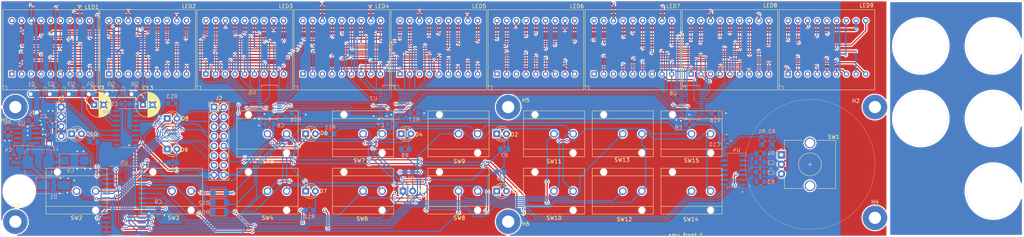
<source format=kicad_pcb>
(kicad_pcb (version 20171130) (host pcbnew 5.1.10-88a1d61d58~88~ubuntu18.04.1)
  (layers (0 F.Cu signal) (31 B.Cu signal) (34 B.Paste user hide) (35 F.Paste user hide) (36 B.SilkS user hide) (37 F.SilkS user hide) (38 B.Mask user hide) (39 F.Mask user hide) (44 Edge.Cuts user))
  (net 0 "")
  (net 1 GND)
  (net 2 /smu_front_disp/A5)
  (net 3 /smu_front_disp/A13)
  (net 4 /smu_front_disp/CA0)
  (net 5 /smu_front_disp/A6)
  (net 6 /smu_front_disp/A7)
  (net 7 /smu_front_disp/A12)
  (net 8 /smu_front_disp/A0)
  (net 9 /smu_front_disp/CA1)
  (net 10 /smu_front_disp/A1)
  (net 11 /smu_front_disp/A2)
  (net 12 /smu_front_disp/A14)
  (net 13 /smu_front_disp/A3)
  (net 14 /smu_front_disp/A8)
  (net 15 /smu_front_disp/A9)
  (net 16 /smu_front_disp/A10)
  (net 17 /smu_front_disp/A11)
  (net 18 /smu_front_disp/A4)
  (net 19 /smu_front_disp/CA2)
  (net 20 /smu_front_disp/CA3)
  (net 21 /smu_front_disp/CA4)
  (net 22 /smu_front_disp/CA5)
  (net 23 /smu_front_disp/B5)
  (net 24 /smu_front_disp/B13)
  (net 25 /smu_front_disp/B6)
  (net 26 /smu_front_disp/B7)
  (net 27 /smu_front_disp/B12)
  (net 28 /smu_front_disp/B0)
  (net 29 /smu_front_disp/B1)
  (net 30 /smu_front_disp/B2)
  (net 31 /smu_front_disp/B14)
  (net 32 /smu_front_disp/B3)
  (net 33 /smu_front_disp/B8)
  (net 34 /smu_front_disp/B9)
  (net 35 /smu_front_disp/B10)
  (net 36 /smu_front_disp/B11)
  (net 37 /smu_front_disp/B4)
  (net 38 /smu_front_disp/C5)
  (net 39 /smu_front_disp/C13)
  (net 40 /smu_front_disp/C6)
  (net 41 /smu_front_disp/C7)
  (net 42 /smu_front_disp/C12)
  (net 43 /smu_front_disp/C0)
  (net 44 /smu_front_disp/C1)
  (net 45 /smu_front_disp/C2)
  (net 46 /smu_front_disp/C14)
  (net 47 /smu_front_disp/C3)
  (net 48 /smu_front_disp/C8)
  (net 49 /smu_front_disp/C9)
  (net 50 /smu_front_disp/C10)
  (net 51 /smu_front_disp/C11)
  (net 52 /smu_front_disp/C4)
  (net 53 "Net-(Q1-Pad1)")
  (net 54 "Net-(Q2-Pad1)")
  (net 55 "Net-(Q3-Pad1)")
  (net 56 "Net-(Q4-Pad1)")
  (net 57 "Net-(Q5-Pad1)")
  (net 58 "Net-(Q6-Pad1)")
  (net 59 /smu_front_disp/A15)
  (net 60 "Net-(D2-Pad2)")
  (net 61 "Net-(D3-Pad2)")
  (net 62 "Net-(D4-Pad2)")
  (net 63 "Net-(D5-Pad2)")
  (net 64 "Net-(D6-Pad2)")
  (net 65 "Net-(D7-Pad2)")
  (net 66 "Net-(D8-Pad2)")
  (net 67 "Net-(D9-Pad2)")
  (net 68 "Net-(D10-Pad2)")
  (net 69 "Net-(U5-Pad20)")
  (net 70 "Net-(U6-Pad22)")
  (net 71 "Net-(C1-Pad2)")
  (net 72 "Net-(C2-Pad2)")
  (net 73 "Net-(R2-Pad2)")
  (net 74 "Net-(U3-Pad3)")
  (net 75 "Net-(U3-Pad2)")
  (net 76 "Net-(R16-Pad1)")
  (net 77 "Net-(R17-Pad1)")
  (net 78 "Net-(R18-Pad1)")
  (net 79 /K_C1)
  (net 80 /K_R1)
  (net 81 /K_R2)
  (net 82 /K_R3)
  (net 83 /K_R4)
  (net 84 /K_R5)
  (net 85 /K_C2)
  (net 86 /K_C3)
  (net 87 "Net-(U3-Pad5)")
  (net 88 /LED_C2)
  (net 89 /LED_C1)
  (net 90 /LED_A1)
  (net 91 /LED_A2)
  (net 92 /LED_A3)
  (net 93 /LED_A4)
  (net 94 /LED_A5)
  (net 95 "Net-(U9-Pad9)")
  (net 96 "Net-(C3-Pad2)")
  (net 97 "Net-(C4-Pad2)")
  (net 98 "Net-(C4-Pad1)")
  (net 99 "Net-(R1-Pad2)")
  (net 100 "Net-(R5-Pad2)")
  (net 101 "Net-(U4-Pad6)")
  (net 102 "Net-(U4-Pad2)")
  (net 103 "Net-(U5-Pad28)")
  (net 104 "Net-(U5-Pad19)")
  (net 105 "Net-(U7-Pad22)")
  (net 106 "Net-(U7-Pad20)")
  (net 107 "Net-(U8-Pad22)")
  (net 108 "Net-(U8-Pad20)")
  (net 109 "Net-(U9-Pad7)")
  (net 110 /VLED)
  (net 111 +3V3)
  (net 112 "Net-(J2-Pad14)")
  (net 113 /D_A2)
  (net 114 /ENC_B)
  (net 115 /D_A1)
  (net 116 /ENC_A)
  (net 117 /D_A0)
  (net 118 /E_SO)
  (net 119 /D_CLK)
  (net 120 /E_SI)
  (net 121 /D_OE)
  (net 122 /E_SCK)
  (net 123 /D_LE)
  (net 124 /E_CS)
  (net 125 /D_DI)
  (net 126 "Net-(D11-Pad1)")
  (net 127 "Net-(D12-Pad1)")
  (net 128 "Net-(D13-Pad1)")
  (module Capacitor_THT:CP_Radial_D6.3mm_P2.50mm (layer F.Cu) (at 37.4 27.4)
    (fp_text reference C13 (at 1.25 -4.4) (layer F.SilkS))
    (fp_text value 470u)
    (pad 2 thru_hole circle (at 2.5 0) (size 1.6 1.6) (drill 0.8) (layers *.Cu *.Mask) (net 1 GND))
    (pad 1 thru_hole rect (at 0 0) (size 1.6 1.6) (drill 0.8) (layers *.Cu *.Mask) (net 110 /VLED))
  )
  (module Capacitor_THT:CP_Radial_D6.3mm_P2.50mm (layer F.Cu) (at 24.6 27.4)
    (fp_text reference C12 (at 1.25 -4.4) (layer F.SilkS))
    (fp_text value 470u)
    (pad 2 thru_hole circle (at 2.5 0) (size 1.6 1.6) (drill 0.8) (layers *.Cu *.Mask) (net 1 GND))
    (pad 1 thru_hole rect (at 0 0) (size 1.6 1.6) (drill 0.8) (layers *.Cu *.Mask) (net 110 /VLED))
  )
  (module j_lib:DISP_LED_18 (layer F.Cu) (at 216.44 13)
    (fp_text reference LED9 (at 10.36 -11.6) (layer F.SilkS))
    (fp_text value DISP_LTP3786)
    (pad 18 thru_hole circle (at -10.16 -7.62 180) (size 1.4 1.4) (drill 0.8) (layers *.Cu *.Mask) (net 38 /smu_front_disp/C5))
    (pad 17 thru_hole circle (at -7.62 -7.62 180) (size 1.4 1.4) (drill 0.8) (layers *.Cu *.Mask) (net 39 /smu_front_disp/C13))
    (pad 16 thru_hole circle (at -5.08 -7.62 180) (size 1.4 1.4) (drill 0.8) (layers *.Cu *.Mask) (net 21 /smu_front_disp/CA4))
    (pad 15 thru_hole circle (at -2.54 -7.62 180) (size 1.4 1.4) (drill 0.8) (layers *.Cu *.Mask) (net 40 /smu_front_disp/C6))
    (pad 14 thru_hole circle (at 0 -7.62 180) (size 1.4 1.4) (drill 0.8) (layers *.Cu *.Mask) (net 41 /smu_front_disp/C7))
    (pad 13 thru_hole circle (at 2.54 -7.62 180) (size 1.4 1.4) (drill 0.8) (layers *.Cu *.Mask) (net 42 /smu_front_disp/C12))
    (pad 12 thru_hole circle (at 5.08 -7.62 180) (size 1.4 1.4) (drill 0.8) (layers *.Cu *.Mask) (net 43 /smu_front_disp/C0))
    (pad 11 thru_hole circle (at 7.62 -7.62 180) (size 1.4 1.4) (drill 0.8) (layers *.Cu *.Mask) (net 22 /smu_front_disp/CA5))
    (pad 10 thru_hole circle (at 10.16 -7.62 180) (size 1.4 1.4) (drill 0.8) (layers *.Cu *.Mask) (net 44 /smu_front_disp/C1))
    (pad 9 thru_hole circle (at 10.16 6.35) (size 1.4 1.4) (drill 0.8) (layers *.Cu *.Mask) (net 45 /smu_front_disp/C2))
    (pad 8 thru_hole circle (at 7.62 6.35) (size 1.4 1.4) (drill 0.8) (layers *.Cu *.Mask) (net 46 /smu_front_disp/C14))
    (pad 7 thru_hole circle (at 5.08 6.35) (size 1.4 1.4) (drill 0.8) (layers *.Cu *.Mask) (net 47 /smu_front_disp/C3))
    (pad 6 thru_hole circle (at 2.54 6.35) (size 1.4 1.4) (drill 0.8) (layers *.Cu *.Mask) (net 48 /smu_front_disp/C8))
    (pad 5 thru_hole circle (at 0 6.35) (size 1.4 1.4) (drill 0.8) (layers *.Cu *.Mask) (net 49 /smu_front_disp/C9))
    (pad 4 thru_hole circle (at -2.54 6.35) (size 1.4 1.4) (drill 0.8) (layers *.Cu *.Mask) (net 50 /smu_front_disp/C10))
    (pad 3 thru_hole circle (at -5.08 6.35) (size 1.4 1.4) (drill 0.8) (layers *.Cu *.Mask))
    (pad 2 thru_hole circle (at -7.62 6.35) (size 1.4 1.4) (drill 0.8) (layers *.Cu *.Mask) (net 51 /smu_front_disp/C11))
    (pad 1 thru_hole rect (at -10.16 6.35) (size 1.4 1.4) (drill 0.8) (layers *.Cu *.Mask) (net 52 /smu_front_disp/C4))
  )
  (module Capacitor_SMD:C_0805_2012Metric_Pad1.18x1.45mm_HandSolder (layer B.Cu) (at 32.8 27.2)
    (fp_text reference C11 (at -3.4 0) (layer B.SilkS) (effects (justify mirror)))
    (fp_text value C)
    (pad 2 smd roundrect (at 1.0375 0) (size 1.175 1.45) (layers B.Cu B.Paste B.Mask) (roundrect_rratio 0.2127659574468085) (net 1 GND))
    (pad 1 smd roundrect (at -1.0375 0) (size 1.175 1.45) (layers B.Cu B.Paste B.Mask) (roundrect_rratio 0.2127659574468085) (net 111 +3V3))
  )
  (module Capacitor_SMD:C_0805_2012Metric_Pad1.18x1.45mm_HandSolder (layer B.Cu) (at 189.5 37.5 90)
    (fp_text reference C10 (at -0.3 -2.5 180) (layer B.SilkS) (effects (justify mirror)))
    (fp_text value 100n)
    (pad 2 smd roundrect (at 1.0375 0 90) (size 1.175 1.45) (layers B.Cu B.Paste B.Mask) (roundrect_rratio 0.2127659574468085) (net 1 GND))
    (pad 1 smd roundrect (at -1.0375 0 90) (size 1.175 1.45) (layers B.Cu B.Paste B.Mask) (roundrect_rratio 0.2127659574468085) (net 111 +3V3))
  )
  (module Capacitor_SMD:C_0805_2012Metric_Pad1.18x1.45mm_HandSolder (layer B.Cu) (at 41.4 55.4 270)
    (fp_text reference C9 (at -2.6 0 180) (layer B.SilkS) (effects (justify mirror)))
    (fp_text value 100n)
    (pad 2 smd roundrect (at 1.0375 0 270) (size 1.175 1.45) (layers B.Cu B.Paste B.Mask) (roundrect_rratio 0.2127659574468085) (net 1 GND))
    (pad 1 smd roundrect (at -1.0375 0 270) (size 1.175 1.45) (layers B.Cu B.Paste B.Mask) (roundrect_rratio 0.2127659574468085) (net 111 +3V3))
  )
  (module Diode_SMD:D_MiniMELF (layer B.Cu) (at 57.5 55.5)
    (fp_text reference D13 (at -4.1 0.1) (layer B.SilkS) (effects (justify mirror)))
    (fp_text value LL4148)
    (pad 2 smd rect (at 1.75 0) (size 1.3 1.7) (layers B.Cu B.Paste B.Mask) (net 86 /K_C3))
    (pad 1 smd rect (at -1.75 0) (size 1.3 1.7) (layers B.Cu B.Paste B.Mask) (net 128 "Net-(D13-Pad1)"))
  )
  (module Diode_SMD:D_MiniMELF (layer B.Cu) (at 57.5 53)
    (fp_text reference D12 (at -4.1 0.1) (layer B.SilkS) (effects (justify mirror)))
    (fp_text value LL4148)
    (pad 2 smd rect (at 1.75 0) (size 1.3 1.7) (layers B.Cu B.Paste B.Mask) (net 85 /K_C2))
    (pad 1 smd rect (at -1.75 0) (size 1.3 1.7) (layers B.Cu B.Paste B.Mask) (net 127 "Net-(D12-Pad1)"))
  )
  (module Diode_SMD:D_MiniMELF (layer B.Cu) (at 57.5 50.5)
    (fp_text reference D11 (at -4.1 0.1) (layer B.SilkS) (effects (justify mirror)))
    (fp_text value LL4148)
    (pad 2 smd rect (at 1.75 0) (size 1.3 1.7) (layers B.Cu B.Paste B.Mask) (net 79 /K_C1))
    (pad 1 smd rect (at -1.75 0) (size 1.3 1.7) (layers B.Cu B.Paste B.Mask) (net 126 "Net-(D11-Pad1)"))
  )
  (module MountingHole:MountingHole_3.2mm_M3_Pad (layer F.Cu) (at 133 58)
    (fp_text reference H6 (at 4.6 0.6) (layer F.SilkS))
    (fp_text value MountingHole)
    (pad 1 thru_hole circle (at 0 0) (size 6.4 6.4) (drill 3.2) (layers *.Cu *.Mask))
  )
  (module MountingHole:MountingHole_3.2mm_M3_Pad (layer F.Cu) (at 133 28)
    (fp_text reference H5 (at 4.6 -1.8) (layer F.SilkS))
    (fp_text value MountingHole)
    (pad 1 thru_hole circle (at 0 0) (size 6.4 6.4) (drill 3.2) (layers *.Cu *.Mask))
  )
  (module Connector_PinHeader_2.54mm:PinHeader_1x04_P2.54mm_Vertical (layer F.Cu) (at 16 28)
    (fp_text reference J3 (at 0 -2.33) (layer F.SilkS))
    (fp_text value Conn_01x04_Male)
    (pad 4 thru_hole oval (at 0 7.62) (size 1.7 1.7) (drill 1) (layers *.Cu *.Mask) (net 71 "Net-(C1-Pad2)"))
    (pad 3 thru_hole oval (at 0 5.08) (size 1.7 1.7) (drill 1) (layers *.Cu *.Mask) (net 71 "Net-(C1-Pad2)"))
    (pad 2 thru_hole oval (at 0 2.54) (size 1.7 1.7) (drill 1) (layers *.Cu *.Mask) (net 1 GND))
    (pad 1 thru_hole rect (at 0 0) (size 1.7 1.7) (drill 1) (layers *.Cu *.Mask) (net 1 GND))
  )
  (module Connector_PinHeader_2.54mm:PinHeader_2x08_P2.54mm_Vertical (layer F.Cu) (at 56 28)
    (fp_text reference J2 (at 1.27 -2.33) (layer F.SilkS))
    (fp_text value Conn_02x08_Odd_Even)
    (pad 16 thru_hole oval (at 2.54 17.78) (size 1.7 1.7) (drill 1) (layers *.Cu *.Mask) (net 111 +3V3))
    (pad 15 thru_hole oval (at 0 17.78) (size 1.7 1.7) (drill 1) (layers *.Cu *.Mask) (net 1 GND))
    (pad 14 thru_hole oval (at 2.54 15.24) (size 1.7 1.7) (drill 1) (layers *.Cu *.Mask) (net 112 "Net-(J2-Pad14)"))
    (pad 13 thru_hole oval (at 0 15.24) (size 1.7 1.7) (drill 1) (layers *.Cu *.Mask) (net 113 /D_A2))
    (pad 12 thru_hole oval (at 2.54 12.7) (size 1.7 1.7) (drill 1) (layers *.Cu *.Mask) (net 114 /ENC_B))
    (pad 11 thru_hole oval (at 0 12.7) (size 1.7 1.7) (drill 1) (layers *.Cu *.Mask) (net 115 /D_A1))
    (pad 10 thru_hole oval (at 2.54 10.16) (size 1.7 1.7) (drill 1) (layers *.Cu *.Mask) (net 116 /ENC_A))
    (pad 9 thru_hole oval (at 0 10.16) (size 1.7 1.7) (drill 1) (layers *.Cu *.Mask) (net 117 /D_A0))
    (pad 8 thru_hole oval (at 2.54 7.62) (size 1.7 1.7) (drill 1) (layers *.Cu *.Mask) (net 118 /E_SO))
    (pad 7 thru_hole oval (at 0 7.62) (size 1.7 1.7) (drill 1) (layers *.Cu *.Mask) (net 119 /D_CLK))
    (pad 6 thru_hole oval (at 2.54 5.08) (size 1.7 1.7) (drill 1) (layers *.Cu *.Mask) (net 120 /E_SI))
    (pad 5 thru_hole oval (at 0 5.08) (size 1.7 1.7) (drill 1) (layers *.Cu *.Mask) (net 121 /D_OE))
    (pad 4 thru_hole oval (at 2.54 2.54) (size 1.7 1.7) (drill 1) (layers *.Cu *.Mask) (net 122 /E_SCK))
    (pad 3 thru_hole oval (at 0 2.54) (size 1.7 1.7) (drill 1) (layers *.Cu *.Mask) (net 123 /D_LE))
    (pad 2 thru_hole oval (at 2.54 0) (size 1.7 1.7) (drill 1) (layers *.Cu *.Mask) (net 124 /E_CS))
    (pad 1 thru_hole rect (at 0 0) (size 1.7 1.7) (drill 1) (layers *.Cu *.Mask) (net 125 /D_DI))
  )
  (module Package_SO:SOIC-28W_7.5x17.9mm_P1.27mm (layer B.Cu) (at 32.5 52.5 180)
    (fp_text reference U5 (at 0 9.9) (layer B.SilkS) (effects (justify mirror)))
    (fp_text value MCP23S17_SO)
    (pad 28 smd roundrect (at 4.65 8.255 180) (size 2.05 0.6) (layers B.Cu B.Paste B.Mask) (net 103 "Net-(U5-Pad28)"))
    (pad 27 smd roundrect (at 4.65 6.985 180) (size 2.05 0.6) (layers B.Cu B.Paste B.Mask) (net 88 /LED_C2))
    (pad 26 smd roundrect (at 4.65 5.715 180) (size 2.05 0.6) (layers B.Cu B.Paste B.Mask) (net 89 /LED_C1))
    (pad 25 smd roundrect (at 4.65 4.445 180) (size 2.05 0.6) (layers B.Cu B.Paste B.Mask) (net 90 /LED_A1))
    (pad 24 smd roundrect (at 4.65 3.175 180) (size 2.05 0.6) (layers B.Cu B.Paste B.Mask) (net 91 /LED_A2))
    (pad 23 smd roundrect (at 4.65 1.905 180) (size 2.05 0.6) (layers B.Cu B.Paste B.Mask) (net 92 /LED_A3))
    (pad 22 smd roundrect (at 4.65 0.635 180) (size 2.05 0.6) (layers B.Cu B.Paste B.Mask) (net 93 /LED_A4))
    (pad 21 smd roundrect (at 4.65 -0.635 180) (size 2.05 0.6) (layers B.Cu B.Paste B.Mask) (net 94 /LED_A5))
    (pad 20 smd roundrect (at 4.65 -1.905 180) (size 2.05 0.6) (layers B.Cu B.Paste B.Mask) (net 69 "Net-(U5-Pad20)"))
    (pad 19 smd roundrect (at 4.65 -3.175 180) (size 2.05 0.6) (layers B.Cu B.Paste B.Mask) (net 104 "Net-(U5-Pad19)"))
    (pad 18 smd roundrect (at 4.65 -4.445 180) (size 2.05 0.6) (layers B.Cu B.Paste B.Mask) (net 111 +3V3))
    (pad 17 smd roundrect (at 4.65 -5.715 180) (size 2.05 0.6) (layers B.Cu B.Paste B.Mask) (net 1 GND))
    (pad 16 smd roundrect (at 4.65 -6.985 180) (size 2.05 0.6) (layers B.Cu B.Paste B.Mask) (net 1 GND))
    (pad 15 smd roundrect (at 4.65 -8.255 180) (size 2.05 0.6) (layers B.Cu B.Paste B.Mask) (net 1 GND))
    (pad 14 smd roundrect (at -4.65 -8.255 180) (size 2.05 0.6) (layers B.Cu B.Paste B.Mask) (net 118 /E_SO))
    (pad 13 smd roundrect (at -4.65 -6.985 180) (size 2.05 0.6) (layers B.Cu B.Paste B.Mask) (net 120 /E_SI))
    (pad 12 smd roundrect (at -4.65 -5.715 180) (size 2.05 0.6) (layers B.Cu B.Paste B.Mask) (net 122 /E_SCK))
    (pad 11 smd roundrect (at -4.65 -4.445 180) (size 2.05 0.6) (layers B.Cu B.Paste B.Mask) (net 124 /E_CS))
    (pad 10 smd roundrect (at -4.65 -3.175 180) (size 2.05 0.6) (layers B.Cu B.Paste B.Mask) (net 1 GND))
    (pad 9 smd roundrect (at -4.65 -1.905 180) (size 2.05 0.6) (layers B.Cu B.Paste B.Mask) (net 111 +3V3))
    (pad 8 smd roundrect (at -4.65 -0.635 180) (size 2.05 0.6) (layers B.Cu B.Paste B.Mask) (net 84 /K_R5))
    (pad 7 smd roundrect (at -4.65 0.635 180) (size 2.05 0.6) (layers B.Cu B.Paste B.Mask) (net 83 /K_R4))
    (pad 6 smd roundrect (at -4.65 1.905 180) (size 2.05 0.6) (layers B.Cu B.Paste B.Mask) (net 82 /K_R3))
    (pad 5 smd roundrect (at -4.65 3.175 180) (size 2.05 0.6) (layers B.Cu B.Paste B.Mask) (net 81 /K_R2))
    (pad 4 smd roundrect (at -4.65 4.445 180) (size 2.05 0.6) (layers B.Cu B.Paste B.Mask) (net 80 /K_R1))
    (pad 3 smd roundrect (at -4.65 5.715 180) (size 2.05 0.6) (layers B.Cu B.Paste B.Mask) (net 128 "Net-(D13-Pad1)"))
    (pad 2 smd roundrect (at -4.65 6.985 180) (size 2.05 0.6) (layers B.Cu B.Paste B.Mask) (net 127 "Net-(D12-Pad1)"))
    (pad 1 smd roundrect (at -4.65 8.255 180) (size 2.05 0.6) (layers B.Cu B.Paste B.Mask) (net 126 "Net-(D11-Pad1)"))
  )
  (module Package_SO:SOIC-14_3.9x8.7mm_P1.27mm (layer B.Cu) (at 192 44.5 180)
    (fp_text reference U4 (at -0.8 5.28) (layer B.SilkS) (effects (justify mirror)))
    (fp_text value 74HC14)
    (pad 14 smd roundrect (at 2.475 3.81 180) (size 1.95 0.6) (layers B.Cu B.Paste B.Mask) (net 111 +3V3))
    (pad 13 smd roundrect (at 2.475 2.54 180) (size 1.95 0.6) (layers B.Cu B.Paste B.Mask))
    (pad 12 smd roundrect (at 2.475 1.27 180) (size 1.95 0.6) (layers B.Cu B.Paste B.Mask))
    (pad 11 smd roundrect (at 2.475 0 180) (size 1.95 0.6) (layers B.Cu B.Paste B.Mask))
    (pad 10 smd roundrect (at 2.475 -1.27 180) (size 1.95 0.6) (layers B.Cu B.Paste B.Mask))
    (pad 9 smd roundrect (at 2.475 -2.54 180) (size 1.95 0.6) (layers B.Cu B.Paste B.Mask) (net 101 "Net-(U4-Pad6)"))
    (pad 8 smd roundrect (at 2.475 -3.81 180) (size 1.95 0.6) (layers B.Cu B.Paste B.Mask) (net 116 /ENC_A))
    (pad 7 smd roundrect (at -2.475 -3.81 180) (size 1.95 0.6) (layers B.Cu B.Paste B.Mask) (net 1 GND))
    (pad 6 smd roundrect (at -2.475 -2.54 180) (size 1.95 0.6) (layers B.Cu B.Paste B.Mask) (net 101 "Net-(U4-Pad6)"))
    (pad 5 smd roundrect (at -2.475 -1.27 180) (size 1.95 0.6) (layers B.Cu B.Paste B.Mask) (net 96 "Net-(C3-Pad2)"))
    (pad 4 smd roundrect (at -2.475 0 180) (size 1.95 0.6) (layers B.Cu B.Paste B.Mask) (net 114 /ENC_B))
    (pad 3 smd roundrect (at -2.475 1.27 180) (size 1.95 0.6) (layers B.Cu B.Paste B.Mask) (net 102 "Net-(U4-Pad2)"))
    (pad 2 smd roundrect (at -2.475 2.54 180) (size 1.95 0.6) (layers B.Cu B.Paste B.Mask) (net 102 "Net-(U4-Pad2)"))
    (pad 1 smd roundrect (at -2.475 3.81 180) (size 1.95 0.6) (layers B.Cu B.Paste B.Mask) (net 72 "Net-(C2-Pad2)"))
  )
  (module Resistor_SMD:R_0805_2012Metric_Pad1.20x1.40mm_HandSolder (layer B.Cu) (at 199 40.2)
    (fp_text reference R4 (at 2.8 0) (layer B.SilkS) (effects (justify mirror)))
    (fp_text value 10k)
    (pad 2 smd roundrect (at 1 0) (size 1.2 1.4) (layers B.Cu B.Paste B.Mask) (roundrect_rratio 0.2083325) (net 73 "Net-(R2-Pad2)"))
    (pad 1 smd roundrect (at -1 0) (size 1.2 1.4) (layers B.Cu B.Paste B.Mask) (roundrect_rratio 0.2083325) (net 72 "Net-(C2-Pad2)"))
  )
  (module Resistor_SMD:R_0805_2012Metric_Pad1.20x1.40mm_HandSolder (layer B.Cu) (at 199 47.5)
    (fp_text reference R3 (at 2.8 0.1) (layer B.SilkS) (effects (justify mirror)))
    (fp_text value 10k)
    (pad 2 smd roundrect (at 1 0) (size 1.2 1.4) (layers B.Cu B.Paste B.Mask) (roundrect_rratio 0.2083325) (net 99 "Net-(R1-Pad2)"))
    (pad 1 smd roundrect (at -1 0) (size 1.2 1.4) (layers B.Cu B.Paste B.Mask) (roundrect_rratio 0.2083325) (net 96 "Net-(C3-Pad2)"))
  )
  (module Resistor_SMD:R_0805_2012Metric_Pad1.20x1.40mm_HandSolder (layer B.Cu) (at 202 36.8 270)
    (fp_text reference R2 (at -2.4 0 180) (layer B.SilkS) (effects (justify mirror)))
    (fp_text value 10k)
    (pad 2 smd roundrect (at 1 0 270) (size 1.2 1.4) (layers B.Cu B.Paste B.Mask) (roundrect_rratio 0.2083325) (net 73 "Net-(R2-Pad2)"))
    (pad 1 smd roundrect (at -1 0 270) (size 1.2 1.4) (layers B.Cu B.Paste B.Mask) (roundrect_rratio 0.2083325) (net 111 +3V3))
  )
  (module Resistor_SMD:R_0805_2012Metric_Pad1.20x1.40mm_HandSolder (layer B.Cu) (at 199.4 36.8 270)
    (fp_text reference R1 (at -2.4 0 180) (layer B.SilkS) (effects (justify mirror)))
    (fp_text value 10k)
    (pad 2 smd roundrect (at 1 0 270) (size 1.2 1.4) (layers B.Cu B.Paste B.Mask) (roundrect_rratio 0.2083325) (net 99 "Net-(R1-Pad2)"))
    (pad 1 smd roundrect (at -1 0 270) (size 1.2 1.4) (layers B.Cu B.Paste B.Mask) (roundrect_rratio 0.2083325) (net 111 +3V3))
  )
  (module Capacitor_SMD:C_0805_2012Metric_Pad1.18x1.45mm_HandSolder (layer B.Cu) (at 198.9625 45 180)
    (fp_text reference C3 (at -2.8375 -0.2) (layer B.SilkS) (effects (justify mirror)))
    (fp_text value 1n)
    (pad 2 smd roundrect (at 1.0375 0 180) (size 1.175 1.45) (layers B.Cu B.Paste B.Mask) (roundrect_rratio 0.2127659574468085) (net 96 "Net-(C3-Pad2)"))
    (pad 1 smd roundrect (at -1.0375 0 180) (size 1.175 1.45) (layers B.Cu B.Paste B.Mask) (roundrect_rratio 0.2127659574468085) (net 1 GND))
  )
  (module Capacitor_SMD:C_0805_2012Metric_Pad1.18x1.45mm_HandSolder (layer B.Cu) (at 198.9625 42.5 180)
    (fp_text reference C2 (at -2.8375 -0.1) (layer B.SilkS) (effects (justify mirror)))
    (fp_text value 1n)
    (pad 2 smd roundrect (at 1.0375 0 180) (size 1.175 1.45) (layers B.Cu B.Paste B.Mask) (roundrect_rratio 0.2127659574468085) (net 72 "Net-(C2-Pad2)"))
    (pad 1 smd roundrect (at -1.0375 0 180) (size 1.175 1.45) (layers B.Cu B.Paste B.Mask) (roundrect_rratio 0.2127659574468085) (net 1 GND))
  )
  (module Resistor_SMD:R_0805_2012Metric_Pad1.20x1.40mm_HandSolder (layer B.Cu) (at 24.5 37 180)
    (fp_text reference R15 (at 0 1.65) (layer B.SilkS) (effects (justify mirror)))
    (fp_text value 510)
    (pad 2 smd roundrect (at 1 0 180) (size 1.2 1.4) (layers B.Cu B.Paste B.Mask) (roundrect_rratio 0.2083325) (net 68 "Net-(D10-Pad2)"))
    (pad 1 smd roundrect (at -1 0 180) (size 1.2 1.4) (layers B.Cu B.Paste B.Mask) (roundrect_rratio 0.2083325) (net 94 /LED_A5))
  )
  (module Resistor_SMD:R_0805_2012Metric_Pad1.20x1.40mm_HandSolder (layer B.Cu) (at 45.2 42.6)
    (fp_text reference R14 (at 0 1.65) (layer B.SilkS) (effects (justify mirror)))
    (fp_text value 510)
    (pad 2 smd roundrect (at 1 0) (size 1.2 1.4) (layers B.Cu B.Paste B.Mask) (roundrect_rratio 0.2083325) (net 67 "Net-(D9-Pad2)"))
    (pad 1 smd roundrect (at -1 0) (size 1.2 1.4) (layers B.Cu B.Paste B.Mask) (roundrect_rratio 0.2083325) (net 93 /LED_A4))
  )
  (module Resistor_SMD:R_0805_2012Metric_Pad1.20x1.40mm_HandSolder (layer B.Cu) (at 45 27)
    (fp_text reference R13 (at 0 -1.8) (layer B.SilkS) (effects (justify mirror)))
    (fp_text value 510)
    (pad 2 smd roundrect (at 1 0) (size 1.2 1.4) (layers B.Cu B.Paste B.Mask) (roundrect_rratio 0.2083325) (net 66 "Net-(D8-Pad2)"))
    (pad 1 smd roundrect (at -1 0) (size 1.2 1.4) (layers B.Cu B.Paste B.Mask) (roundrect_rratio 0.2083325) (net 92 /LED_A3))
  )
  (module Resistor_SMD:R_0805_2012Metric_Pad1.20x1.40mm_HandSolder (layer B.Cu) (at 81 55)
    (fp_text reference R12 (at 0 1.65) (layer B.SilkS) (effects (justify mirror)))
    (fp_text value 510)
    (pad 2 smd roundrect (at 1 0) (size 1.2 1.4) (layers B.Cu B.Paste B.Mask) (roundrect_rratio 0.2083325) (net 65 "Net-(D7-Pad2)"))
    (pad 1 smd roundrect (at -1 0) (size 1.2 1.4) (layers B.Cu B.Paste B.Mask) (roundrect_rratio 0.2083325) (net 91 /LED_A2))
  )
  (module Resistor_SMD:R_0805_2012Metric_Pad1.20x1.40mm_HandSolder (layer B.Cu) (at 86.4 35 180)
    (fp_text reference R11 (at 0 1.65) (layer B.SilkS) (effects (justify mirror)))
    (fp_text value 510)
    (pad 2 smd roundrect (at 1 0 180) (size 1.2 1.4) (layers B.Cu B.Paste B.Mask) (roundrect_rratio 0.2083325) (net 64 "Net-(D6-Pad2)"))
    (pad 1 smd roundrect (at -1 0 180) (size 1.2 1.4) (layers B.Cu B.Paste B.Mask) (roundrect_rratio 0.2083325) (net 90 /LED_A1))
  )
  (module Resistor_SMD:R_0805_2012Metric_Pad1.20x1.40mm_HandSolder (layer B.Cu) (at 107 45)
    (fp_text reference R10 (at 0 1.65) (layer B.SilkS) (effects (justify mirror)))
    (fp_text value 510)
    (pad 2 smd roundrect (at 1 0) (size 1.2 1.4) (layers B.Cu B.Paste B.Mask) (roundrect_rratio 0.2083325) (net 63 "Net-(D5-Pad2)"))
    (pad 1 smd roundrect (at -1 0) (size 1.2 1.4) (layers B.Cu B.Paste B.Mask) (roundrect_rratio 0.2083325) (net 93 /LED_A4))
  )
  (module Resistor_SMD:R_0805_2012Metric_Pad1.20x1.40mm_HandSolder (layer B.Cu) (at 106 39)
    (fp_text reference R9 (at 0 1.65) (layer B.SilkS) (effects (justify mirror)))
    (fp_text value 510)
    (pad 2 smd roundrect (at 1 0) (size 1.2 1.4) (layers B.Cu B.Paste B.Mask) (roundrect_rratio 0.2083325) (net 62 "Net-(D4-Pad2)"))
    (pad 1 smd roundrect (at -1 0) (size 1.2 1.4) (layers B.Cu B.Paste B.Mask) (roundrect_rratio 0.2083325) (net 92 /LED_A3))
  )
  (module Resistor_SMD:R_0805_2012Metric_Pad1.20x1.40mm_HandSolder (layer B.Cu) (at 131 45)
    (fp_text reference R8 (at 0 1.65) (layer B.SilkS) (effects (justify mirror)))
    (fp_text value 510)
    (pad 2 smd roundrect (at 1 0) (size 1.2 1.4) (layers B.Cu B.Paste B.Mask) (roundrect_rratio 0.2083325) (net 61 "Net-(D3-Pad2)"))
    (pad 1 smd roundrect (at -1 0) (size 1.2 1.4) (layers B.Cu B.Paste B.Mask) (roundrect_rratio 0.2083325) (net 91 /LED_A2))
  )
  (module Resistor_SMD:R_0805_2012Metric_Pad1.20x1.40mm_HandSolder (layer B.Cu) (at 132 39)
    (fp_text reference R7 (at 0 1.65) (layer B.SilkS) (effects (justify mirror)))
    (fp_text value 510)
    (pad 2 smd roundrect (at 1 0) (size 1.2 1.4) (layers B.Cu B.Paste B.Mask) (roundrect_rratio 0.2083325) (net 60 "Net-(D2-Pad2)"))
    (pad 1 smd roundrect (at -1 0) (size 1.2 1.4) (layers B.Cu B.Paste B.Mask) (roundrect_rratio 0.2083325) (net 90 /LED_A1))
  )
  (module Package_SO:SOIC-8_3.9x4.9mm_P1.27mm (layer B.Cu) (at 7 35.5)
    (fp_text reference U3 (at -1.4 -3.3) (layer B.SilkS) (effects (justify mirror)))
    (fp_text value TPS5420D)
    (pad 8 smd roundrect (at 2.475 1.905) (size 1.95 0.6) (layers B.Cu B.Paste B.Mask) (net 98 "Net-(C4-Pad1)"))
    (pad 7 smd roundrect (at 2.475 0.635) (size 1.95 0.6) (layers B.Cu B.Paste B.Mask) (net 71 "Net-(C1-Pad2)"))
    (pad 6 smd roundrect (at 2.475 -0.635) (size 1.95 0.6) (layers B.Cu B.Paste B.Mask) (net 1 GND))
    (pad 5 smd roundrect (at 2.475 -1.905) (size 1.95 0.6) (layers B.Cu B.Paste B.Mask) (net 87 "Net-(U3-Pad5)"))
    (pad 4 smd roundrect (at -2.475 -1.905) (size 1.95 0.6) (layers B.Cu B.Paste B.Mask) (net 100 "Net-(R5-Pad2)"))
    (pad 3 smd roundrect (at -2.475 -0.635) (size 1.95 0.6) (layers B.Cu B.Paste B.Mask) (net 74 "Net-(U3-Pad3)"))
    (pad 2 smd roundrect (at -2.475 0.635) (size 1.95 0.6) (layers B.Cu B.Paste B.Mask) (net 75 "Net-(U3-Pad2)"))
    (pad 1 smd roundrect (at -2.475 1.905) (size 1.95 0.6) (layers B.Cu B.Paste B.Mask) (net 97 "Net-(C4-Pad2)"))
  )
  (module Resistor_SMD:R_0805_2012Metric_Pad1.20x1.40mm_HandSolder (layer B.Cu) (at 2 34.5 270)
    (fp_text reference R6 (at -2.5 0 180) (layer B.SilkS) (effects (justify mirror)))
    (fp_text value 6K8)
    (pad 2 smd roundrect (at 1 0 270) (size 1.2 1.4) (layers B.Cu B.Paste B.Mask) (roundrect_rratio 0.2083325) (net 1 GND))
    (pad 1 smd roundrect (at -1 0 270) (size 1.2 1.4) (layers B.Cu B.Paste B.Mask) (roundrect_rratio 0.2083325) (net 100 "Net-(R5-Pad2)"))
  )
  (module Resistor_SMD:R_0805_2012Metric_Pad1.20x1.40mm_HandSolder (layer B.Cu) (at 8.5 31.5 180)
    (fp_text reference R5 (at 0 1.65) (layer B.SilkS) (effects (justify mirror)))
    (fp_text value 10k)
    (pad 2 smd roundrect (at 1 0 180) (size 1.2 1.4) (layers B.Cu B.Paste B.Mask) (roundrect_rratio 0.2083325) (net 100 "Net-(R5-Pad2)"))
    (pad 1 smd roundrect (at -1 0 180) (size 1.2 1.4) (layers B.Cu B.Paste B.Mask) (roundrect_rratio 0.2083325) (net 110 /VLED))
  )
  (module Inductor_SMD:L_Bourns_SRP7028A_7.3x6.6mm (layer B.Cu) (at 10 42.5)
    (fp_text reference L1 (at 4.4 -3.7) (layer B.SilkS) (effects (justify mirror)))
    (fp_text value L)
    (pad 2 smd rect (at 2.725 0) (size 2.95 3.5) (layers B.Cu B.Paste B.Mask) (net 110 /VLED))
    (pad 1 smd rect (at -2.725 0) (size 2.95 3.5) (layers B.Cu B.Paste B.Mask) (net 98 "Net-(C4-Pad1)"))
  )
  (module MountingHole:MountingHole_3.2mm_M3_Pad (layer F.Cu) (at 229 57)
    (fp_text reference H4 (at 0 -4.2) (layer F.SilkS))
    (fp_text value MountingHole)
    (pad 1 thru_hole circle (at 0 0) (size 6.4 6.4) (drill 3.2) (layers *.Cu *.Mask))
  )
  (module MountingHole:MountingHole_3.2mm_M3_Pad (layer F.Cu) (at 4 58)
    (fp_text reference H3 (at 0 -4.2) (layer F.SilkS))
    (fp_text value MountingHole)
    (pad 1 thru_hole circle (at 0 0) (size 6.4 6.4) (drill 3.2) (layers *.Cu *.Mask))
  )
  (module MountingHole:MountingHole_3.2mm_M3_Pad (layer F.Cu) (at 229 28)
    (fp_text reference H2 (at -5 -1.6) (layer F.SilkS))
    (fp_text value MountingHole)
    (pad 1 thru_hole circle (at 0 0) (size 6.4 6.4) (drill 3.2) (layers *.Cu *.Mask))
  )
  (module MountingHole:MountingHole_3.2mm_M3_Pad (layer F.Cu) (at 4 28)
    (fp_text reference H1 (at -2.8 3.4) (layer F.SilkS))
    (fp_text value MountingHole)
    (pad 1 thru_hole circle (at 0 0) (size 6.4 6.4) (drill 3.2) (layers *.Cu *.Mask))
  )
  (module Diode_SMD:D_SMB_Handsoldering (layer B.Cu) (at 14 48.5)
    (fp_text reference D1 (at 0 3) (layer B.SilkS) (effects (justify mirror)))
    (fp_text value B340)
    (pad 2 smd rect (at 2.7 0) (size 3.5 2.3) (layers B.Cu B.Paste B.Mask) (net 1 GND))
    (pad 1 smd rect (at -2.7 0) (size 3.5 2.3) (layers B.Cu B.Paste B.Mask) (net 98 "Net-(C4-Pad1)"))
  )
  (module Capacitor_Tantalum_SMD:CP_EIA-6032-28_Kemet-C_Pad2.25x2.35mm_HandSolder (layer B.Cu) (at 19.5 42)
    (fp_text reference C5 (at -1.1 2.55) (layer B.SilkS) (effects (justify mirror)))
    (fp_text value 47u)
    (pad 2 smd roundrect (at 2.55 0) (size 2.25 2.35) (layers B.Cu B.Paste B.Mask) (roundrect_rratio 0.1111106666666667) (net 1 GND))
    (pad 1 smd roundrect (at -2.55 0) (size 2.25 2.35) (layers B.Cu B.Paste B.Mask) (roundrect_rratio 0.1111106666666667) (net 110 /VLED))
  )
  (module Capacitor_SMD:C_0805_2012Metric_Pad1.18x1.45mm_HandSolder (layer B.Cu) (at 3.5 41.5 90)
    (fp_text reference C4 (at 2.3 -1.3 180) (layer B.SilkS) (effects (justify mirror)))
    (fp_text value 10n)
    (pad 2 smd roundrect (at 1.0375 0 90) (size 1.175 1.45) (layers B.Cu B.Paste B.Mask) (roundrect_rratio 0.2127659574468085) (net 97 "Net-(C4-Pad2)"))
    (pad 1 smd roundrect (at -1.0375 0 90) (size 1.175 1.45) (layers B.Cu B.Paste B.Mask) (roundrect_rratio 0.2127659574468085) (net 98 "Net-(C4-Pad1)"))
  )
  (module Capacitor_SMD:C_0805_2012Metric_Pad1.18x1.45mm_HandSolder (layer B.Cu) (at 13.175 32.025 270)
    (fp_text reference C1 (at -1.625 1.975 180) (layer B.SilkS) (effects (justify mirror)))
    (fp_text value 10u)
    (pad 2 smd roundrect (at 1.0375 0 270) (size 1.175 1.45) (layers B.Cu B.Paste B.Mask) (roundrect_rratio 0.2127659574468085) (net 71 "Net-(C1-Pad2)"))
    (pad 1 smd roundrect (at -1.0375 0 270) (size 1.175 1.45) (layers B.Cu B.Paste B.Mask) (roundrect_rratio 0.2127659574468085) (net 1 GND))
  )
  (module Rotary_Encoder:RotaryEncoder_Alps_EC12E_Vertical_H20mm_CircularMountingHoles (layer F.Cu) (at 204.5 40.5)
    (fp_text reference SW1 (at 13.7 -4.7) (layer F.SilkS))
    (fp_text value Rotary_Encoder)
    (pad A thru_hole rect (at 0 0) (size 2 2) (drill 1) (layers *.Cu *.Mask) (net 73 "Net-(R2-Pad2)"))
    (pad C thru_hole circle (at 0 2.5) (size 2 2) (drill 1) (layers *.Cu *.Mask) (net 1 GND))
    (pad B thru_hole circle (at 0 5) (size 2 2) (drill 1) (layers *.Cu *.Mask) (net 99 "Net-(R1-Pad2)"))
    (pad MP thru_hole circle (at 7.5 -3.1) (size 2.8 2.8) (drill 2.2) (layers *.Cu *.Mask))
    (pad MP thru_hole circle (at 7.5 8.1) (size 2.8 2.8) (drill 2.2) (layers *.Cu *.Mask))
  )
  (module Resistor_SMD:R_0805_2012Metric_Pad1.20x1.40mm_HandSolder (layer B.Cu) (at 187.2 29.8)
    (fp_text reference R18 (at 0 1.65) (layer B.SilkS) (effects (justify mirror)))
    (fp_text value 1k5)
    (pad 2 smd roundrect (at 1 0) (size 1.2 1.4) (layers B.Cu B.Paste B.Mask) (roundrect_rratio 0.2083325) (net 1 GND))
    (pad 1 smd roundrect (at -1 0) (size 1.2 1.4) (layers B.Cu B.Paste B.Mask) (roundrect_rratio 0.2083325) (net 78 "Net-(R18-Pad1)"))
  )
  (module Resistor_SMD:R_0805_2012Metric_Pad1.20x1.40mm_HandSolder (layer B.Cu) (at 108.4 29.6)
    (fp_text reference R17 (at 0 1.65) (layer B.SilkS) (effects (justify mirror)))
    (fp_text value 1k5)
    (pad 2 smd roundrect (at 1 0) (size 1.2 1.4) (layers B.Cu B.Paste B.Mask) (roundrect_rratio 0.2083325) (net 1 GND))
    (pad 1 smd roundrect (at -1 0) (size 1.2 1.4) (layers B.Cu B.Paste B.Mask) (roundrect_rratio 0.2083325) (net 77 "Net-(R17-Pad1)"))
  )
  (module Resistor_SMD:R_0805_2012Metric_Pad1.20x1.40mm_HandSolder (layer B.Cu) (at 77.4 29.6)
    (fp_text reference R16 (at 0 1.65) (layer B.SilkS) (effects (justify mirror)))
    (fp_text value 1k5)
    (pad 2 smd roundrect (at 1 0) (size 1.2 1.4) (layers B.Cu B.Paste B.Mask) (roundrect_rratio 0.2083325) (net 1 GND))
    (pad 1 smd roundrect (at -1 0) (size 1.2 1.4) (layers B.Cu B.Paste B.Mask) (roundrect_rratio 0.2083325) (net 76 "Net-(R16-Pad1)"))
  )
  (module LED_THT:LED_D3.0mm (layer F.Cu) (at 130 35)
    (fp_text reference D2 (at 4.6 0.2) (layer F.SilkS))
    (fp_text value LED)
    (pad 2 thru_hole circle (at 2.54 0) (size 1.8 1.8) (drill 0.9) (layers *.Cu *.Mask) (net 60 "Net-(D2-Pad2)"))
    (pad 1 thru_hole rect (at 0 0) (size 1.8 1.8) (drill 0.9) (layers *.Cu *.Mask) (net 89 /LED_C1))
  )
  (module LED_THT:LED_D3.0mm (layer F.Cu) (at 130 50)
    (fp_text reference D3 (at 4.8 0) (layer F.SilkS))
    (fp_text value LED)
    (pad 2 thru_hole circle (at 2.54 0) (size 1.8 1.8) (drill 0.9) (layers *.Cu *.Mask) (net 61 "Net-(D3-Pad2)"))
    (pad 1 thru_hole rect (at 0 0) (size 1.8 1.8) (drill 0.9) (layers *.Cu *.Mask) (net 89 /LED_C1))
  )
  (module LED_THT:LED_D3.0mm (layer F.Cu) (at 105 35)
    (fp_text reference D4 (at 4.6 0.2) (layer F.SilkS))
    (fp_text value LED)
    (pad 2 thru_hole circle (at 2.54 0) (size 1.8 1.8) (drill 0.9) (layers *.Cu *.Mask) (net 62 "Net-(D4-Pad2)"))
    (pad 1 thru_hole rect (at 0 0) (size 1.8 1.8) (drill 0.9) (layers *.Cu *.Mask) (net 89 /LED_C1))
  )
  (module LED_THT:LED_D3.0mm (layer F.Cu) (at 105.46 50)
    (fp_text reference D5 (at 4.74 -0.2) (layer F.SilkS))
    (fp_text value LED)
    (pad 2 thru_hole circle (at 2.54 0) (size 1.8 1.8) (drill 0.9) (layers *.Cu *.Mask) (net 63 "Net-(D5-Pad2)"))
    (pad 1 thru_hole rect (at 0 0) (size 1.8 1.8) (drill 0.9) (layers *.Cu *.Mask) (net 89 /LED_C1))
  )
  (module LED_THT:LED_D3.0mm (layer F.Cu) (at 80 35)
    (fp_text reference D6 (at 4.8 -0.2) (layer F.SilkS))
    (fp_text value LED)
    (pad 2 thru_hole circle (at 2.54 0) (size 1.8 1.8) (drill 0.9) (layers *.Cu *.Mask) (net 64 "Net-(D6-Pad2)"))
    (pad 1 thru_hole rect (at 0 0) (size 1.8 1.8) (drill 0.9) (layers *.Cu *.Mask) (net 88 /LED_C2))
  )
  (module LED_THT:LED_D3.0mm (layer F.Cu) (at 80 50)
    (fp_text reference D7 (at 4.6 0) (layer F.SilkS))
    (fp_text value LED)
    (pad 2 thru_hole circle (at 2.54 0) (size 1.8 1.8) (drill 0.9) (layers *.Cu *.Mask) (net 65 "Net-(D7-Pad2)"))
    (pad 1 thru_hole rect (at 0 0) (size 1.8 1.8) (drill 0.9) (layers *.Cu *.Mask) (net 88 /LED_C2))
  )
  (module LED_THT:LED_D3.0mm (layer F.Cu) (at 43.75 31)
    (fp_text reference D8 (at 4.65 0) (layer F.SilkS))
    (fp_text value LED)
    (pad 2 thru_hole circle (at 2.54 0) (size 1.8 1.8) (drill 0.9) (layers *.Cu *.Mask) (net 66 "Net-(D8-Pad2)"))
    (pad 1 thru_hole rect (at 0 0) (size 1.8 1.8) (drill 0.9) (layers *.Cu *.Mask) (net 88 /LED_C2))
  )
  (module LED_THT:LED_D3.0mm (layer F.Cu) (at 43.75 39)
    (fp_text reference D9 (at 4.45 0.2) (layer F.SilkS))
    (fp_text value LED)
    (pad 2 thru_hole circle (at 2.54 0) (size 1.8 1.8) (drill 0.9) (layers *.Cu *.Mask) (net 67 "Net-(D9-Pad2)"))
    (pad 1 thru_hole rect (at 0 0) (size 1.8 1.8) (drill 0.9) (layers *.Cu *.Mask) (net 88 /LED_C2))
  )
  (module LED_THT:LED_D3.0mm (layer F.Cu) (at 18.75 35)
    (fp_text reference D10 (at 5.25 0) (layer F.SilkS))
    (fp_text value LED)
    (pad 2 thru_hole circle (at 2.54 0) (size 1.8 1.8) (drill 0.9) (layers *.Cu *.Mask) (net 68 "Net-(D10-Pad2)"))
    (pad 1 thru_hole rect (at 0 0) (size 1.8 1.8) (drill 0.9) (layers *.Cu *.Mask) (net 88 /LED_C2))
  )
  (module j_lib:MQ_6450 (layer F.Cu) (at 181 35)
    (fp_text reference SW15 (at 0 7) (layer F.SilkS))
    (fp_text value SW_Push)
    (pad "" np_thru_hole circle (at -5 -5) (size 1.3 1.3) (drill 1.3) (layers *.Cu *.Mask))
    (pad "" np_thru_hole circle (at 5 5) (size 1.3 1.3) (drill 1.3) (layers *.Cu *.Mask))
    (pad 2 thru_hole circle (at 5 0) (size 2 2) (drill 1.3) (layers *.Cu *.Mask) (net 86 /K_C3))
    (pad 1 thru_hole circle (at 0 0) (size 2 2) (drill 1.3) (layers *.Cu *.Mask) (net 83 /K_R4))
  )
  (module j_lib:MQ_6450 (layer F.Cu) (at 181 50)
    (fp_text reference SW14 (at -0.2 7.4) (layer F.SilkS))
    (fp_text value SW_Push)
    (pad "" np_thru_hole circle (at -5 -5) (size 1.3 1.3) (drill 1.3) (layers *.Cu *.Mask))
    (pad "" np_thru_hole circle (at 5 5) (size 1.3 1.3) (drill 1.3) (layers *.Cu *.Mask))
    (pad 2 thru_hole circle (at 5 0) (size 2 2) (drill 1.3) (layers *.Cu *.Mask) (net 86 /K_C3))
    (pad 1 thru_hole circle (at 0 0) (size 2 2) (drill 1.3) (layers *.Cu *.Mask) (net 82 /K_R3))
  )
  (module j_lib:MQ_6450 (layer F.Cu) (at 163 35)
    (fp_text reference SW13 (at -0.2 6.8) (layer F.SilkS))
    (fp_text value SW_Push)
    (pad "" np_thru_hole circle (at -5 -5) (size 1.3 1.3) (drill 1.3) (layers *.Cu *.Mask))
    (pad "" np_thru_hole circle (at 5 5) (size 1.3 1.3) (drill 1.3) (layers *.Cu *.Mask))
    (pad 2 thru_hole circle (at 5 0) (size 2 2) (drill 1.3) (layers *.Cu *.Mask) (net 86 /K_C3))
    (pad 1 thru_hole circle (at 0 0) (size 2 2) (drill 1.3) (layers *.Cu *.Mask) (net 81 /K_R2))
  )
  (module j_lib:MQ_6450 (layer F.Cu) (at 163 50)
    (fp_text reference SW12 (at 0.4 7.4) (layer F.SilkS))
    (fp_text value SW_Push)
    (pad "" np_thru_hole circle (at -5 -5) (size 1.3 1.3) (drill 1.3) (layers *.Cu *.Mask))
    (pad "" np_thru_hole circle (at 5 5) (size 1.3 1.3) (drill 1.3) (layers *.Cu *.Mask))
    (pad 2 thru_hole circle (at 5 0) (size 2 2) (drill 1.3) (layers *.Cu *.Mask) (net 86 /K_C3))
    (pad 1 thru_hole circle (at 0 0) (size 2 2) (drill 1.3) (layers *.Cu *.Mask) (net 80 /K_R1))
  )
  (module j_lib:MQ_6450 (layer F.Cu) (at 145 35)
    (fp_text reference SW11 (at 0 7.2) (layer F.SilkS))
    (fp_text value SW_Push)
    (pad "" np_thru_hole circle (at -5 -5) (size 1.3 1.3) (drill 1.3) (layers *.Cu *.Mask))
    (pad "" np_thru_hole circle (at 5 5) (size 1.3 1.3) (drill 1.3) (layers *.Cu *.Mask))
    (pad 2 thru_hole circle (at 5 0) (size 2 2) (drill 1.3) (layers *.Cu *.Mask) (net 85 /K_C2))
    (pad 1 thru_hole circle (at 0 0) (size 2 2) (drill 1.3) (layers *.Cu *.Mask) (net 84 /K_R5))
  )
  (module j_lib:MQ_6450 (layer F.Cu) (at 145 50)
    (fp_text reference SW10 (at 0 7) (layer F.SilkS))
    (fp_text value SW_Push)
    (pad "" np_thru_hole circle (at -5 -5) (size 1.3 1.3) (drill 1.3) (layers *.Cu *.Mask))
    (pad "" np_thru_hole circle (at 5 5) (size 1.3 1.3) (drill 1.3) (layers *.Cu *.Mask))
    (pad 2 thru_hole circle (at 5 0) (size 2 2) (drill 1.3) (layers *.Cu *.Mask) (net 85 /K_C2))
    (pad 1 thru_hole circle (at 0 0) (size 2 2) (drill 1.3) (layers *.Cu *.Mask) (net 83 /K_R4))
  )
  (module j_lib:MQ_6450 (layer F.Cu) (at 120 35)
    (fp_text reference SW9 (at 0.2 7.2) (layer F.SilkS))
    (fp_text value SW_Push)
    (pad "" np_thru_hole circle (at -5 -5) (size 1.3 1.3) (drill 1.3) (layers *.Cu *.Mask))
    (pad "" np_thru_hole circle (at 5 5) (size 1.3 1.3) (drill 1.3) (layers *.Cu *.Mask))
    (pad 2 thru_hole circle (at 5 0) (size 2 2) (drill 1.3) (layers *.Cu *.Mask) (net 85 /K_C2))
    (pad 1 thru_hole circle (at 0 0) (size 2 2) (drill 1.3) (layers *.Cu *.Mask) (net 82 /K_R3))
  )
  (module j_lib:MQ_6450 (layer F.Cu) (at 120 50)
    (fp_text reference SW8 (at 0.2 7) (layer F.SilkS))
    (fp_text value SW_Push)
    (pad "" np_thru_hole circle (at -5 -5) (size 1.3 1.3) (drill 1.3) (layers *.Cu *.Mask))
    (pad "" np_thru_hole circle (at 5 5) (size 1.3 1.3) (drill 1.3) (layers *.Cu *.Mask))
    (pad 2 thru_hole circle (at 5 0) (size 2 2) (drill 1.3) (layers *.Cu *.Mask) (net 85 /K_C2))
    (pad 1 thru_hole circle (at 0 0) (size 2 2) (drill 1.3) (layers *.Cu *.Mask) (net 81 /K_R2))
  )
  (module j_lib:MQ_6450 (layer F.Cu) (at 95 35)
    (fp_text reference SW7 (at -1 7) (layer F.SilkS))
    (fp_text value SW_Push)
    (pad "" np_thru_hole circle (at -5 -5) (size 1.3 1.3) (drill 1.3) (layers *.Cu *.Mask))
    (pad "" np_thru_hole circle (at 5 5) (size 1.3 1.3) (drill 1.3) (layers *.Cu *.Mask))
    (pad 2 thru_hole circle (at 5 0) (size 2 2) (drill 1.3) (layers *.Cu *.Mask) (net 85 /K_C2))
    (pad 1 thru_hole circle (at 0 0) (size 2 2) (drill 1.3) (layers *.Cu *.Mask) (net 80 /K_R1))
  )
  (module j_lib:MQ_6450 (layer F.Cu) (at 95 50)
    (fp_text reference SW6 (at -0.2 7.2) (layer F.SilkS))
    (fp_text value SW_Push)
    (pad "" np_thru_hole circle (at -5 -5) (size 1.3 1.3) (drill 1.3) (layers *.Cu *.Mask))
    (pad "" np_thru_hole circle (at 5 5) (size 1.3 1.3) (drill 1.3) (layers *.Cu *.Mask))
    (pad 2 thru_hole circle (at 5 0) (size 2 2) (drill 1.3) (layers *.Cu *.Mask) (net 79 /K_C1))
    (pad 1 thru_hole circle (at 0 0) (size 2 2) (drill 1.3) (layers *.Cu *.Mask) (net 84 /K_R5))
  )
  (module j_lib:MQ_6450 (layer F.Cu) (at 70 35)
    (fp_text reference SW5 (at 0.2 7.2) (layer F.SilkS))
    (fp_text value SW_Push)
    (pad "" np_thru_hole circle (at -5 -5) (size 1.3 1.3) (drill 1.3) (layers *.Cu *.Mask))
    (pad "" np_thru_hole circle (at 5 5) (size 1.3 1.3) (drill 1.3) (layers *.Cu *.Mask))
    (pad 2 thru_hole circle (at 5 0) (size 2 2) (drill 1.3) (layers *.Cu *.Mask) (net 79 /K_C1))
    (pad 1 thru_hole circle (at 0 0) (size 2 2) (drill 1.3) (layers *.Cu *.Mask) (net 83 /K_R4))
  )
  (module j_lib:MQ_6450 (layer F.Cu) (at 70 50)
    (fp_text reference SW4 (at 0 7) (layer F.SilkS))
    (fp_text value SW_Push)
    (pad "" np_thru_hole circle (at -5 -5) (size 1.3 1.3) (drill 1.3) (layers *.Cu *.Mask))
    (pad "" np_thru_hole circle (at 5 5) (size 1.3 1.3) (drill 1.3) (layers *.Cu *.Mask))
    (pad 2 thru_hole circle (at 5 0) (size 2 2) (drill 1.3) (layers *.Cu *.Mask) (net 79 /K_C1))
    (pad 1 thru_hole circle (at 0 0) (size 2 2) (drill 1.3) (layers *.Cu *.Mask) (net 82 /K_R3))
  )
  (module j_lib:MQ_6450 (layer F.Cu) (at 45 50)
    (fp_text reference SW3 (at 0.4 7) (layer F.SilkS))
    (fp_text value SW_Push)
    (pad "" np_thru_hole circle (at -5 -5) (size 1.3 1.3) (drill 1.3) (layers *.Cu *.Mask))
    (pad "" np_thru_hole circle (at 5 5) (size 1.3 1.3) (drill 1.3) (layers *.Cu *.Mask))
    (pad 2 thru_hole circle (at 5 0) (size 2 2) (drill 1.3) (layers *.Cu *.Mask) (net 79 /K_C1))
    (pad 1 thru_hole circle (at 0 0) (size 2 2) (drill 1.3) (layers *.Cu *.Mask) (net 81 /K_R2))
  )
  (module j_lib:MQ_6450 (layer F.Cu) (at 20 50)
    (fp_text reference SW2 (at 0 7) (layer F.SilkS))
    (fp_text value SW_Push)
    (pad "" np_thru_hole circle (at -5 -5) (size 1.3 1.3) (drill 1.3) (layers *.Cu *.Mask))
    (pad "" np_thru_hole circle (at 5 5) (size 1.3 1.3) (drill 1.3) (layers *.Cu *.Mask))
    (pad 2 thru_hole circle (at 5 0) (size 2 2) (drill 1.3) (layers *.Cu *.Mask) (net 79 /K_C1))
    (pad 1 thru_hole circle (at 0 0) (size 2 2) (drill 1.3) (layers *.Cu *.Mask) (net 80 /K_R1))
  )
  (module Package_SO:SO-16_3.9x9.9mm_P1.27mm (layer B.Cu) (at 33 33.5 180)
    (fp_text reference U9 (at 5 4.3) (layer B.SilkS) (effects (justify mirror)))
    (fp_text value 74LS138)
    (pad 16 smd roundrect (at 2.575 4.445 180) (size 1.75 0.6) (layers B.Cu B.Paste B.Mask) (net 111 +3V3))
    (pad 15 smd roundrect (at 2.575 3.175 180) (size 1.75 0.6) (layers B.Cu B.Paste B.Mask) (net 58 "Net-(Q6-Pad1)"))
    (pad 14 smd roundrect (at 2.575 1.905 180) (size 1.75 0.6) (layers B.Cu B.Paste B.Mask) (net 57 "Net-(Q5-Pad1)"))
    (pad 13 smd roundrect (at 2.575 0.635 180) (size 1.75 0.6) (layers B.Cu B.Paste B.Mask) (net 56 "Net-(Q4-Pad1)"))
    (pad 12 smd roundrect (at 2.575 -0.635 180) (size 1.75 0.6) (layers B.Cu B.Paste B.Mask) (net 55 "Net-(Q3-Pad1)"))
    (pad 11 smd roundrect (at 2.575 -1.905 180) (size 1.75 0.6) (layers B.Cu B.Paste B.Mask) (net 54 "Net-(Q2-Pad1)"))
    (pad 10 smd roundrect (at 2.575 -3.175 180) (size 1.75 0.6) (layers B.Cu B.Paste B.Mask) (net 53 "Net-(Q1-Pad1)"))
    (pad 9 smd roundrect (at 2.575 -4.445 180) (size 1.75 0.6) (layers B.Cu B.Paste B.Mask) (net 95 "Net-(U9-Pad9)"))
    (pad 8 smd roundrect (at -2.575 -4.445 180) (size 1.75 0.6) (layers B.Cu B.Paste B.Mask) (net 1 GND))
    (pad 7 smd roundrect (at -2.575 -3.175 180) (size 1.75 0.6) (layers B.Cu B.Paste B.Mask) (net 109 "Net-(U9-Pad7)"))
    (pad 6 smd roundrect (at -2.575 -1.905 180) (size 1.75 0.6) (layers B.Cu B.Paste B.Mask) (net 111 +3V3))
    (pad 5 smd roundrect (at -2.575 -0.635 180) (size 1.75 0.6) (layers B.Cu B.Paste B.Mask) (net 1 GND))
    (pad 4 smd roundrect (at -2.575 0.635 180) (size 1.75 0.6) (layers B.Cu B.Paste B.Mask) (net 1 GND))
    (pad 3 smd roundrect (at -2.575 1.905 180) (size 1.75 0.6) (layers B.Cu B.Paste B.Mask) (net 113 /D_A2))
    (pad 2 smd roundrect (at -2.575 3.175 180) (size 1.75 0.6) (layers B.Cu B.Paste B.Mask) (net 115 /D_A1))
    (pad 1 smd roundrect (at -2.575 4.445 180) (size 1.75 0.6) (layers B.Cu B.Paste B.Mask) (net 117 /D_A0))
  )
  (module Package_SO:SSOP-24_3.9x8.7mm_P0.635mm (layer B.Cu) (at 181 26.8)
    (fp_text reference U8 (at -4.8 -2.4) (layer B.SilkS) (effects (justify mirror)))
    (fp_text value STP16CP05)
    (pad 24 smd rect (at 2.6 3.4925) (size 1.2 0.4) (layers B.Cu B.Paste B.Mask) (net 111 +3V3))
    (pad 23 smd rect (at 2.6 2.8575) (size 1.2 0.4) (layers B.Cu B.Paste B.Mask) (net 78 "Net-(R18-Pad1)"))
    (pad 22 smd rect (at 2.6 2.2225) (size 1.2 0.4) (layers B.Cu B.Paste B.Mask) (net 107 "Net-(U8-Pad22)"))
    (pad 21 smd rect (at 2.6 1.5875) (size 1.2 0.4) (layers B.Cu B.Paste B.Mask) (net 121 /D_OE))
    (pad 20 smd rect (at 2.6 0.9525) (size 1.2 0.4) (layers B.Cu B.Paste B.Mask) (net 108 "Net-(U8-Pad20)"))
    (pad 19 smd rect (at 2.6 0.3175) (size 1.2 0.4) (layers B.Cu B.Paste B.Mask) (net 46 /smu_front_disp/C14))
    (pad 18 smd rect (at 2.6 -0.3175) (size 1.2 0.4) (layers B.Cu B.Paste B.Mask) (net 39 /smu_front_disp/C13))
    (pad 17 smd rect (at 2.6 -0.9525) (size 1.2 0.4) (layers B.Cu B.Paste B.Mask) (net 42 /smu_front_disp/C12))
    (pad 16 smd rect (at 2.6 -1.5875) (size 1.2 0.4) (layers B.Cu B.Paste B.Mask) (net 51 /smu_front_disp/C11))
    (pad 15 smd rect (at 2.6 -2.2225) (size 1.2 0.4) (layers B.Cu B.Paste B.Mask) (net 50 /smu_front_disp/C10))
    (pad 14 smd rect (at 2.6 -2.8575) (size 1.2 0.4) (layers B.Cu B.Paste B.Mask) (net 49 /smu_front_disp/C9))
    (pad 13 smd rect (at 2.6 -3.4925) (size 1.2 0.4) (layers B.Cu B.Paste B.Mask) (net 48 /smu_front_disp/C8))
    (pad 12 smd rect (at -2.6 -3.4925) (size 1.2 0.4) (layers B.Cu B.Paste B.Mask) (net 41 /smu_front_disp/C7))
    (pad 11 smd rect (at -2.6 -2.8575) (size 1.2 0.4) (layers B.Cu B.Paste B.Mask) (net 40 /smu_front_disp/C6))
    (pad 10 smd rect (at -2.6 -2.2225) (size 1.2 0.4) (layers B.Cu B.Paste B.Mask) (net 38 /smu_front_disp/C5))
    (pad 9 smd rect (at -2.6 -1.5875) (size 1.2 0.4) (layers B.Cu B.Paste B.Mask) (net 52 /smu_front_disp/C4))
    (pad 8 smd rect (at -2.6 -0.9525) (size 1.2 0.4) (layers B.Cu B.Paste B.Mask) (net 47 /smu_front_disp/C3))
    (pad 7 smd rect (at -2.6 -0.3175) (size 1.2 0.4) (layers B.Cu B.Paste B.Mask) (net 45 /smu_front_disp/C2))
    (pad 6 smd rect (at -2.6 0.3175) (size 1.2 0.4) (layers B.Cu B.Paste B.Mask) (net 44 /smu_front_disp/C1))
    (pad 5 smd rect (at -2.6 0.9525) (size 1.2 0.4) (layers B.Cu B.Paste B.Mask) (net 43 /smu_front_disp/C0))
    (pad 4 smd rect (at -2.6 1.5875) (size 1.2 0.4) (layers B.Cu B.Paste B.Mask) (net 123 /D_LE))
    (pad 3 smd rect (at -2.6 2.2225) (size 1.2 0.4) (layers B.Cu B.Paste B.Mask) (net 119 /D_CLK))
    (pad 2 smd rect (at -2.6 2.8575) (size 1.2 0.4) (layers B.Cu B.Paste B.Mask) (net 105 "Net-(U7-Pad22)"))
    (pad 1 smd rect (at -2.6 3.4925) (size 1.2 0.4) (layers B.Cu B.Paste B.Mask) (net 1 GND))
  )
  (module Package_SO:SSOP-24_3.9x8.7mm_P0.635mm (layer B.Cu) (at 102.25 26.75)
    (fp_text reference U7 (at -4.45 -0.95) (layer B.SilkS) (effects (justify mirror)))
    (fp_text value STP16CP05)
    (pad 24 smd rect (at 2.6 3.4925) (size 1.2 0.4) (layers B.Cu B.Paste B.Mask) (net 111 +3V3))
    (pad 23 smd rect (at 2.6 2.8575) (size 1.2 0.4) (layers B.Cu B.Paste B.Mask) (net 77 "Net-(R17-Pad1)"))
    (pad 22 smd rect (at 2.6 2.2225) (size 1.2 0.4) (layers B.Cu B.Paste B.Mask) (net 105 "Net-(U7-Pad22)"))
    (pad 21 smd rect (at 2.6 1.5875) (size 1.2 0.4) (layers B.Cu B.Paste B.Mask) (net 121 /D_OE))
    (pad 20 smd rect (at 2.6 0.9525) (size 1.2 0.4) (layers B.Cu B.Paste B.Mask) (net 106 "Net-(U7-Pad20)"))
    (pad 19 smd rect (at 2.6 0.3175) (size 1.2 0.4) (layers B.Cu B.Paste B.Mask) (net 31 /smu_front_disp/B14))
    (pad 18 smd rect (at 2.6 -0.3175) (size 1.2 0.4) (layers B.Cu B.Paste B.Mask) (net 24 /smu_front_disp/B13))
    (pad 17 smd rect (at 2.6 -0.9525) (size 1.2 0.4) (layers B.Cu B.Paste B.Mask) (net 27 /smu_front_disp/B12))
    (pad 16 smd rect (at 2.6 -1.5875) (size 1.2 0.4) (layers B.Cu B.Paste B.Mask) (net 36 /smu_front_disp/B11))
    (pad 15 smd rect (at 2.6 -2.2225) (size 1.2 0.4) (layers B.Cu B.Paste B.Mask) (net 35 /smu_front_disp/B10))
    (pad 14 smd rect (at 2.6 -2.8575) (size 1.2 0.4) (layers B.Cu B.Paste B.Mask) (net 34 /smu_front_disp/B9))
    (pad 13 smd rect (at 2.6 -3.4925) (size 1.2 0.4) (layers B.Cu B.Paste B.Mask) (net 33 /smu_front_disp/B8))
    (pad 12 smd rect (at -2.6 -3.4925) (size 1.2 0.4) (layers B.Cu B.Paste B.Mask) (net 26 /smu_front_disp/B7))
    (pad 11 smd rect (at -2.6 -2.8575) (size 1.2 0.4) (layers B.Cu B.Paste B.Mask) (net 25 /smu_front_disp/B6))
    (pad 10 smd rect (at -2.6 -2.2225) (size 1.2 0.4) (layers B.Cu B.Paste B.Mask) (net 23 /smu_front_disp/B5))
    (pad 9 smd rect (at -2.6 -1.5875) (size 1.2 0.4) (layers B.Cu B.Paste B.Mask) (net 37 /smu_front_disp/B4))
    (pad 8 smd rect (at -2.6 -0.9525) (size 1.2 0.4) (layers B.Cu B.Paste B.Mask) (net 32 /smu_front_disp/B3))
    (pad 7 smd rect (at -2.6 -0.3175) (size 1.2 0.4) (layers B.Cu B.Paste B.Mask) (net 30 /smu_front_disp/B2))
    (pad 6 smd rect (at -2.6 0.3175) (size 1.2 0.4) (layers B.Cu B.Paste B.Mask) (net 29 /smu_front_disp/B1))
    (pad 5 smd rect (at -2.6 0.9525) (size 1.2 0.4) (layers B.Cu B.Paste B.Mask) (net 28 /smu_front_disp/B0))
    (pad 4 smd rect (at -2.6 1.5875) (size 1.2 0.4) (layers B.Cu B.Paste B.Mask) (net 123 /D_LE))
    (pad 3 smd rect (at -2.6 2.2225) (size 1.2 0.4) (layers B.Cu B.Paste B.Mask) (net 119 /D_CLK))
    (pad 2 smd rect (at -2.6 2.8575) (size 1.2 0.4) (layers B.Cu B.Paste B.Mask) (net 70 "Net-(U6-Pad22)"))
    (pad 1 smd rect (at -2.6 3.4925) (size 1.2 0.4) (layers B.Cu B.Paste B.Mask) (net 1 GND))
  )
  (module Package_SO:SSOP-24_3.9x8.7mm_P0.635mm (layer B.Cu) (at 70.5 26.75)
    (fp_text reference U6 (at -4.5 -2.55) (layer B.SilkS) (effects (justify mirror)))
    (fp_text value STP16CP05)
    (pad 24 smd rect (at 2.6 3.4925) (size 1.2 0.4) (layers B.Cu B.Paste B.Mask) (net 111 +3V3))
    (pad 23 smd rect (at 2.6 2.8575) (size 1.2 0.4) (layers B.Cu B.Paste B.Mask) (net 76 "Net-(R16-Pad1)"))
    (pad 22 smd rect (at 2.6 2.2225) (size 1.2 0.4) (layers B.Cu B.Paste B.Mask) (net 70 "Net-(U6-Pad22)"))
    (pad 21 smd rect (at 2.6 1.5875) (size 1.2 0.4) (layers B.Cu B.Paste B.Mask) (net 121 /D_OE))
    (pad 20 smd rect (at 2.6 0.9525) (size 1.2 0.4) (layers B.Cu B.Paste B.Mask) (net 59 /smu_front_disp/A15))
    (pad 19 smd rect (at 2.6 0.3175) (size 1.2 0.4) (layers B.Cu B.Paste B.Mask) (net 12 /smu_front_disp/A14))
    (pad 18 smd rect (at 2.6 -0.3175) (size 1.2 0.4) (layers B.Cu B.Paste B.Mask) (net 3 /smu_front_disp/A13))
    (pad 17 smd rect (at 2.6 -0.9525) (size 1.2 0.4) (layers B.Cu B.Paste B.Mask) (net 7 /smu_front_disp/A12))
    (pad 16 smd rect (at 2.6 -1.5875) (size 1.2 0.4) (layers B.Cu B.Paste B.Mask) (net 17 /smu_front_disp/A11))
    (pad 15 smd rect (at 2.6 -2.2225) (size 1.2 0.4) (layers B.Cu B.Paste B.Mask) (net 16 /smu_front_disp/A10))
    (pad 14 smd rect (at 2.6 -2.8575) (size 1.2 0.4) (layers B.Cu B.Paste B.Mask) (net 15 /smu_front_disp/A9))
    (pad 13 smd rect (at 2.6 -3.4925) (size 1.2 0.4) (layers B.Cu B.Paste B.Mask) (net 14 /smu_front_disp/A8))
    (pad 12 smd rect (at -2.6 -3.4925) (size 1.2 0.4) (layers B.Cu B.Paste B.Mask) (net 6 /smu_front_disp/A7))
    (pad 11 smd rect (at -2.6 -2.8575) (size 1.2 0.4) (layers B.Cu B.Paste B.Mask) (net 5 /smu_front_disp/A6))
    (pad 10 smd rect (at -2.6 -2.2225) (size 1.2 0.4) (layers B.Cu B.Paste B.Mask) (net 2 /smu_front_disp/A5))
    (pad 9 smd rect (at -2.6 -1.5875) (size 1.2 0.4) (layers B.Cu B.Paste B.Mask) (net 18 /smu_front_disp/A4))
    (pad 8 smd rect (at -2.6 -0.9525) (size 1.2 0.4) (layers B.Cu B.Paste B.Mask) (net 13 /smu_front_disp/A3))
    (pad 7 smd rect (at -2.6 -0.3175) (size 1.2 0.4) (layers B.Cu B.Paste B.Mask) (net 11 /smu_front_disp/A2))
    (pad 6 smd rect (at -2.6 0.3175) (size 1.2 0.4) (layers B.Cu B.Paste B.Mask) (net 10 /smu_front_disp/A1))
    (pad 5 smd rect (at -2.6 0.9525) (size 1.2 0.4) (layers B.Cu B.Paste B.Mask) (net 8 /smu_front_disp/A0))
    (pad 4 smd rect (at -2.6 1.5875) (size 1.2 0.4) (layers B.Cu B.Paste B.Mask) (net 123 /D_LE))
    (pad 3 smd rect (at -2.6 2.2225) (size 1.2 0.4) (layers B.Cu B.Paste B.Mask) (net 119 /D_CLK))
    (pad 2 smd rect (at -2.6 2.8575) (size 1.2 0.4) (layers B.Cu B.Paste B.Mask) (net 125 /D_DI))
    (pad 1 smd rect (at -2.6 3.4925) (size 1.2 0.4) (layers B.Cu B.Paste B.Mask) (net 1 GND))
  )
  (module Package_TO_SOT_SMD:SOT-23 (layer B.Cu) (at 37 23.5 90)
    (fp_text reference Q6 (at 1.5 -1.8 180) (layer B.SilkS) (effects (justify mirror)))
    (fp_text value IRLML6402)
    (pad 3 smd rect (at 1 0 90) (size 0.9 0.8) (layers B.Cu B.Paste B.Mask) (net 22 /smu_front_disp/CA5))
    (pad 2 smd rect (at -1 -0.95 90) (size 0.9 0.8) (layers B.Cu B.Paste B.Mask) (net 110 /VLED))
    (pad 1 smd rect (at -1 0.95 90) (size 0.9 0.8) (layers B.Cu B.Paste B.Mask) (net 58 "Net-(Q6-Pad1)"))
  )
  (module Package_TO_SOT_SMD:SOT-23 (layer B.Cu) (at 31 23.5 90)
    (fp_text reference Q5 (at 1.5 -2 180) (layer B.SilkS) (effects (justify mirror)))
    (fp_text value IRLML6402)
    (pad 3 smd rect (at 1 0 90) (size 0.9 0.8) (layers B.Cu B.Paste B.Mask) (net 21 /smu_front_disp/CA4))
    (pad 2 smd rect (at -1 -0.95 90) (size 0.9 0.8) (layers B.Cu B.Paste B.Mask) (net 110 /VLED))
    (pad 1 smd rect (at -1 0.95 90) (size 0.9 0.8) (layers B.Cu B.Paste B.Mask) (net 57 "Net-(Q5-Pad1)"))
  )
  (module Package_TO_SOT_SMD:SOT-23 (layer B.Cu) (at 25.5 23.5 90)
    (fp_text reference Q4 (at 1.5 -1.9 180) (layer B.SilkS) (effects (justify mirror)))
    (fp_text value IRLML6402)
    (pad 3 smd rect (at 1 0 90) (size 0.9 0.8) (layers B.Cu B.Paste B.Mask) (net 20 /smu_front_disp/CA3))
    (pad 2 smd rect (at -1 -0.95 90) (size 0.9 0.8) (layers B.Cu B.Paste B.Mask) (net 110 /VLED))
    (pad 1 smd rect (at -1 0.95 90) (size 0.9 0.8) (layers B.Cu B.Paste B.Mask) (net 56 "Net-(Q4-Pad1)"))
  )
  (module Package_TO_SOT_SMD:SOT-23 (layer B.Cu) (at 20.5 23.5 90)
    (fp_text reference Q3 (at 1.5 -1.9 180) (layer B.SilkS) (effects (justify mirror)))
    (fp_text value IRLML6402)
    (pad 3 smd rect (at 1 0 90) (size 0.9 0.8) (layers B.Cu B.Paste B.Mask) (net 19 /smu_front_disp/CA2))
    (pad 2 smd rect (at -1 -0.95 90) (size 0.9 0.8) (layers B.Cu B.Paste B.Mask) (net 110 /VLED))
    (pad 1 smd rect (at -1 0.95 90) (size 0.9 0.8) (layers B.Cu B.Paste B.Mask) (net 55 "Net-(Q3-Pad1)"))
  )
  (module Package_TO_SOT_SMD:SOT-23 (layer B.Cu) (at 15.5 23.5 90)
    (fp_text reference Q2 (at 1.5 -2.1 180) (layer B.SilkS) (effects (justify mirror)))
    (fp_text value IRLML6402)
    (pad 3 smd rect (at 1 0 90) (size 0.9 0.8) (layers B.Cu B.Paste B.Mask) (net 9 /smu_front_disp/CA1))
    (pad 2 smd rect (at -1 -0.95 90) (size 0.9 0.8) (layers B.Cu B.Paste B.Mask) (net 110 /VLED))
    (pad 1 smd rect (at -1 0.95 90) (size 0.9 0.8) (layers B.Cu B.Paste B.Mask) (net 54 "Net-(Q2-Pad1)"))
  )
  (module Package_TO_SOT_SMD:SOT-23 (layer B.Cu) (at 10.5 23.5 90)
    (fp_text reference Q1 (at 1.5 -2.3 180) (layer B.SilkS) (effects (justify mirror)))
    (fp_text value IRLML6402)
    (pad 3 smd rect (at 1 0 90) (size 0.9 0.8) (layers B.Cu B.Paste B.Mask) (net 4 /smu_front_disp/CA0))
    (pad 2 smd rect (at -1 -0.95 90) (size 0.9 0.8) (layers B.Cu B.Paste B.Mask) (net 110 /VLED))
    (pad 1 smd rect (at -1 0.95 90) (size 0.9 0.8) (layers B.Cu B.Paste B.Mask) (net 53 "Net-(Q1-Pad1)"))
  )
  (module j_lib:DISP_LED_18 (layer F.Cu) (at 191.04 13)
    (fp_text reference LED8 (at 10.56 -11.6) (layer F.SilkS))
    (fp_text value DISP_LTP3786)
    (pad 18 thru_hole circle (at -10.16 -7.62 180) (size 1.4 1.4) (drill 0.8) (layers *.Cu *.Mask) (net 38 /smu_front_disp/C5))
    (pad 17 thru_hole circle (at -7.62 -7.62 180) (size 1.4 1.4) (drill 0.8) (layers *.Cu *.Mask) (net 39 /smu_front_disp/C13))
    (pad 16 thru_hole circle (at -5.08 -7.62 180) (size 1.4 1.4) (drill 0.8) (layers *.Cu *.Mask) (net 19 /smu_front_disp/CA2))
    (pad 15 thru_hole circle (at -2.54 -7.62 180) (size 1.4 1.4) (drill 0.8) (layers *.Cu *.Mask) (net 40 /smu_front_disp/C6))
    (pad 14 thru_hole circle (at 0 -7.62 180) (size 1.4 1.4) (drill 0.8) (layers *.Cu *.Mask) (net 41 /smu_front_disp/C7))
    (pad 13 thru_hole circle (at 2.54 -7.62 180) (size 1.4 1.4) (drill 0.8) (layers *.Cu *.Mask) (net 42 /smu_front_disp/C12))
    (pad 12 thru_hole circle (at 5.08 -7.62 180) (size 1.4 1.4) (drill 0.8) (layers *.Cu *.Mask) (net 43 /smu_front_disp/C0))
    (pad 11 thru_hole circle (at 7.62 -7.62 180) (size 1.4 1.4) (drill 0.8) (layers *.Cu *.Mask) (net 20 /smu_front_disp/CA3))
    (pad 10 thru_hole circle (at 10.16 -7.62 180) (size 1.4 1.4) (drill 0.8) (layers *.Cu *.Mask) (net 44 /smu_front_disp/C1))
    (pad 9 thru_hole circle (at 10.16 6.35) (size 1.4 1.4) (drill 0.8) (layers *.Cu *.Mask) (net 45 /smu_front_disp/C2))
    (pad 8 thru_hole circle (at 7.62 6.35) (size 1.4 1.4) (drill 0.8) (layers *.Cu *.Mask) (net 46 /smu_front_disp/C14))
    (pad 7 thru_hole circle (at 5.08 6.35) (size 1.4 1.4) (drill 0.8) (layers *.Cu *.Mask) (net 47 /smu_front_disp/C3))
    (pad 6 thru_hole circle (at 2.54 6.35) (size 1.4 1.4) (drill 0.8) (layers *.Cu *.Mask) (net 48 /smu_front_disp/C8))
    (pad 5 thru_hole circle (at 0 6.35) (size 1.4 1.4) (drill 0.8) (layers *.Cu *.Mask) (net 49 /smu_front_disp/C9))
    (pad 4 thru_hole circle (at -2.54 6.35) (size 1.4 1.4) (drill 0.8) (layers *.Cu *.Mask) (net 50 /smu_front_disp/C10))
    (pad 3 thru_hole circle (at -5.08 6.35) (size 1.4 1.4) (drill 0.8) (layers *.Cu *.Mask))
    (pad 2 thru_hole circle (at -7.62 6.35) (size 1.4 1.4) (drill 0.8) (layers *.Cu *.Mask) (net 51 /smu_front_disp/C11))
    (pad 1 thru_hole rect (at -10.16 6.35) (size 1.4 1.4) (drill 0.8) (layers *.Cu *.Mask) (net 52 /smu_front_disp/C4))
  )
  (module j_lib:DISP_LED_18 (layer F.Cu) (at 165.64 13)
    (fp_text reference LED7 (at 10.56 -11.4) (layer F.SilkS))
    (fp_text value DISP_LTP3786)
    (pad 18 thru_hole circle (at -10.16 -7.62 180) (size 1.4 1.4) (drill 0.8) (layers *.Cu *.Mask) (net 38 /smu_front_disp/C5))
    (pad 17 thru_hole circle (at -7.62 -7.62 180) (size 1.4 1.4) (drill 0.8) (layers *.Cu *.Mask) (net 39 /smu_front_disp/C13))
    (pad 16 thru_hole circle (at -5.08 -7.62 180) (size 1.4 1.4) (drill 0.8) (layers *.Cu *.Mask) (net 4 /smu_front_disp/CA0))
    (pad 15 thru_hole circle (at -2.54 -7.62 180) (size 1.4 1.4) (drill 0.8) (layers *.Cu *.Mask) (net 40 /smu_front_disp/C6))
    (pad 14 thru_hole circle (at 0 -7.62 180) (size 1.4 1.4) (drill 0.8) (layers *.Cu *.Mask) (net 41 /smu_front_disp/C7))
    (pad 13 thru_hole circle (at 2.54 -7.62 180) (size 1.4 1.4) (drill 0.8) (layers *.Cu *.Mask) (net 42 /smu_front_disp/C12))
    (pad 12 thru_hole circle (at 5.08 -7.62 180) (size 1.4 1.4) (drill 0.8) (layers *.Cu *.Mask) (net 43 /smu_front_disp/C0))
    (pad 11 thru_hole circle (at 7.62 -7.62 180) (size 1.4 1.4) (drill 0.8) (layers *.Cu *.Mask) (net 9 /smu_front_disp/CA1))
    (pad 10 thru_hole circle (at 10.16 -7.62 180) (size 1.4 1.4) (drill 0.8) (layers *.Cu *.Mask) (net 44 /smu_front_disp/C1))
    (pad 9 thru_hole circle (at 10.16 6.35) (size 1.4 1.4) (drill 0.8) (layers *.Cu *.Mask) (net 45 /smu_front_disp/C2))
    (pad 8 thru_hole circle (at 7.62 6.35) (size 1.4 1.4) (drill 0.8) (layers *.Cu *.Mask) (net 46 /smu_front_disp/C14))
    (pad 7 thru_hole circle (at 5.08 6.35) (size 1.4 1.4) (drill 0.8) (layers *.Cu *.Mask) (net 47 /smu_front_disp/C3))
    (pad 6 thru_hole circle (at 2.54 6.35) (size 1.4 1.4) (drill 0.8) (layers *.Cu *.Mask) (net 48 /smu_front_disp/C8))
    (pad 5 thru_hole circle (at 0 6.35) (size 1.4 1.4) (drill 0.8) (layers *.Cu *.Mask) (net 49 /smu_front_disp/C9))
    (pad 4 thru_hole circle (at -2.54 6.35) (size 1.4 1.4) (drill 0.8) (layers *.Cu *.Mask) (net 50 /smu_front_disp/C10))
    (pad 3 thru_hole circle (at -5.08 6.35) (size 1.4 1.4) (drill 0.8) (layers *.Cu *.Mask))
    (pad 2 thru_hole circle (at -7.62 6.35) (size 1.4 1.4) (drill 0.8) (layers *.Cu *.Mask) (net 51 /smu_front_disp/C11))
    (pad 1 thru_hole rect (at -10.16 6.35) (size 1.4 1.4) (drill 0.8) (layers *.Cu *.Mask) (net 52 /smu_front_disp/C4))
  )
  (module j_lib:DISP_LED_18 (layer F.Cu) (at 140.24 13)
    (fp_text reference LED6 (at 10.76 -11.4) (layer F.SilkS))
    (fp_text value DISP_LTP3786)
    (pad 18 thru_hole circle (at -10.16 -7.62 180) (size 1.4 1.4) (drill 0.8) (layers *.Cu *.Mask) (net 23 /smu_front_disp/B5))
    (pad 17 thru_hole circle (at -7.62 -7.62 180) (size 1.4 1.4) (drill 0.8) (layers *.Cu *.Mask) (net 24 /smu_front_disp/B13))
    (pad 16 thru_hole circle (at -5.08 -7.62 180) (size 1.4 1.4) (drill 0.8) (layers *.Cu *.Mask) (net 21 /smu_front_disp/CA4))
    (pad 15 thru_hole circle (at -2.54 -7.62 180) (size 1.4 1.4) (drill 0.8) (layers *.Cu *.Mask) (net 25 /smu_front_disp/B6))
    (pad 14 thru_hole circle (at 0 -7.62 180) (size 1.4 1.4) (drill 0.8) (layers *.Cu *.Mask) (net 26 /smu_front_disp/B7))
    (pad 13 thru_hole circle (at 2.54 -7.62 180) (size 1.4 1.4) (drill 0.8) (layers *.Cu *.Mask) (net 27 /smu_front_disp/B12))
    (pad 12 thru_hole circle (at 5.08 -7.62 180) (size 1.4 1.4) (drill 0.8) (layers *.Cu *.Mask) (net 28 /smu_front_disp/B0))
    (pad 11 thru_hole circle (at 7.62 -7.62 180) (size 1.4 1.4) (drill 0.8) (layers *.Cu *.Mask) (net 22 /smu_front_disp/CA5))
    (pad 10 thru_hole circle (at 10.16 -7.62 180) (size 1.4 1.4) (drill 0.8) (layers *.Cu *.Mask) (net 29 /smu_front_disp/B1))
    (pad 9 thru_hole circle (at 10.16 6.35) (size 1.4 1.4) (drill 0.8) (layers *.Cu *.Mask) (net 30 /smu_front_disp/B2))
    (pad 8 thru_hole circle (at 7.62 6.35) (size 1.4 1.4) (drill 0.8) (layers *.Cu *.Mask) (net 31 /smu_front_disp/B14))
    (pad 7 thru_hole circle (at 5.08 6.35) (size 1.4 1.4) (drill 0.8) (layers *.Cu *.Mask) (net 32 /smu_front_disp/B3))
    (pad 6 thru_hole circle (at 2.54 6.35) (size 1.4 1.4) (drill 0.8) (layers *.Cu *.Mask) (net 33 /smu_front_disp/B8))
    (pad 5 thru_hole circle (at 0 6.35) (size 1.4 1.4) (drill 0.8) (layers *.Cu *.Mask) (net 34 /smu_front_disp/B9))
    (pad 4 thru_hole circle (at -2.54 6.35) (size 1.4 1.4) (drill 0.8) (layers *.Cu *.Mask) (net 35 /smu_front_disp/B10))
    (pad 3 thru_hole circle (at -5.08 6.35) (size 1.4 1.4) (drill 0.8) (layers *.Cu *.Mask))
    (pad 2 thru_hole circle (at -7.62 6.35) (size 1.4 1.4) (drill 0.8) (layers *.Cu *.Mask) (net 36 /smu_front_disp/B11))
    (pad 1 thru_hole rect (at -10.16 6.35) (size 1.4 1.4) (drill 0.8) (layers *.Cu *.Mask) (net 37 /smu_front_disp/B4))
  )
  (module j_lib:DISP_LED_18 (layer F.Cu) (at 114.84 13)
    (fp_text reference LED5 (at 10.56 -11.4) (layer F.SilkS))
    (fp_text value DISP_LTP3786)
    (pad 18 thru_hole circle (at -10.16 -7.62 180) (size 1.4 1.4) (drill 0.8) (layers *.Cu *.Mask) (net 23 /smu_front_disp/B5))
    (pad 17 thru_hole circle (at -7.62 -7.62 180) (size 1.4 1.4) (drill 0.8) (layers *.Cu *.Mask) (net 24 /smu_front_disp/B13))
    (pad 16 thru_hole circle (at -5.08 -7.62 180) (size 1.4 1.4) (drill 0.8) (layers *.Cu *.Mask) (net 19 /smu_front_disp/CA2))
    (pad 15 thru_hole circle (at -2.54 -7.62 180) (size 1.4 1.4) (drill 0.8) (layers *.Cu *.Mask) (net 25 /smu_front_disp/B6))
    (pad 14 thru_hole circle (at 0 -7.62 180) (size 1.4 1.4) (drill 0.8) (layers *.Cu *.Mask) (net 26 /smu_front_disp/B7))
    (pad 13 thru_hole circle (at 2.54 -7.62 180) (size 1.4 1.4) (drill 0.8) (layers *.Cu *.Mask) (net 27 /smu_front_disp/B12))
    (pad 12 thru_hole circle (at 5.08 -7.62 180) (size 1.4 1.4) (drill 0.8) (layers *.Cu *.Mask) (net 28 /smu_front_disp/B0))
    (pad 11 thru_hole circle (at 7.62 -7.62 180) (size 1.4 1.4) (drill 0.8) (layers *.Cu *.Mask) (net 20 /smu_front_disp/CA3))
    (pad 10 thru_hole circle (at 10.16 -7.62 180) (size 1.4 1.4) (drill 0.8) (layers *.Cu *.Mask) (net 29 /smu_front_disp/B1))
    (pad 9 thru_hole circle (at 10.16 6.35) (size 1.4 1.4) (drill 0.8) (layers *.Cu *.Mask) (net 30 /smu_front_disp/B2))
    (pad 8 thru_hole circle (at 7.62 6.35) (size 1.4 1.4) (drill 0.8) (layers *.Cu *.Mask) (net 31 /smu_front_disp/B14))
    (pad 7 thru_hole circle (at 5.08 6.35) (size 1.4 1.4) (drill 0.8) (layers *.Cu *.Mask) (net 32 /smu_front_disp/B3))
    (pad 6 thru_hole circle (at 2.54 6.35) (size 1.4 1.4) (drill 0.8) (layers *.Cu *.Mask) (net 33 /smu_front_disp/B8))
    (pad 5 thru_hole circle (at 0 6.35) (size 1.4 1.4) (drill 0.8) (layers *.Cu *.Mask) (net 34 /smu_front_disp/B9))
    (pad 4 thru_hole circle (at -2.54 6.35) (size 1.4 1.4) (drill 0.8) (layers *.Cu *.Mask) (net 35 /smu_front_disp/B10))
    (pad 3 thru_hole circle (at -5.08 6.35) (size 1.4 1.4) (drill 0.8) (layers *.Cu *.Mask))
    (pad 2 thru_hole circle (at -7.62 6.35) (size 1.4 1.4) (drill 0.8) (layers *.Cu *.Mask) (net 36 /smu_front_disp/B11))
    (pad 1 thru_hole rect (at -10.16 6.35) (size 1.4 1.4) (drill 0.8) (layers *.Cu *.Mask) (net 37 /smu_front_disp/B4))
  )
  (module j_lib:DISP_LED_18 (layer F.Cu) (at 89.44 13)
    (fp_text reference LED4 (at 10.56 -11.4) (layer F.SilkS))
    (fp_text value DISP_LTP3786)
    (pad 18 thru_hole circle (at -10.16 -7.62 180) (size 1.4 1.4) (drill 0.8) (layers *.Cu *.Mask) (net 23 /smu_front_disp/B5))
    (pad 17 thru_hole circle (at -7.62 -7.62 180) (size 1.4 1.4) (drill 0.8) (layers *.Cu *.Mask) (net 24 /smu_front_disp/B13))
    (pad 16 thru_hole circle (at -5.08 -7.62 180) (size 1.4 1.4) (drill 0.8) (layers *.Cu *.Mask) (net 4 /smu_front_disp/CA0))
    (pad 15 thru_hole circle (at -2.54 -7.62 180) (size 1.4 1.4) (drill 0.8) (layers *.Cu *.Mask) (net 25 /smu_front_disp/B6))
    (pad 14 thru_hole circle (at 0 -7.62 180) (size 1.4 1.4) (drill 0.8) (layers *.Cu *.Mask) (net 26 /smu_front_disp/B7))
    (pad 13 thru_hole circle (at 2.54 -7.62 180) (size 1.4 1.4) (drill 0.8) (layers *.Cu *.Mask) (net 27 /smu_front_disp/B12))
    (pad 12 thru_hole circle (at 5.08 -7.62 180) (size 1.4 1.4) (drill 0.8) (layers *.Cu *.Mask) (net 28 /smu_front_disp/B0))
    (pad 11 thru_hole circle (at 7.62 -7.62 180) (size 1.4 1.4) (drill 0.8) (layers *.Cu *.Mask) (net 9 /smu_front_disp/CA1))
    (pad 10 thru_hole circle (at 10.16 -7.62 180) (size 1.4 1.4) (drill 0.8) (layers *.Cu *.Mask) (net 29 /smu_front_disp/B1))
    (pad 9 thru_hole circle (at 10.16 6.35) (size 1.4 1.4) (drill 0.8) (layers *.Cu *.Mask) (net 30 /smu_front_disp/B2))
    (pad 8 thru_hole circle (at 7.62 6.35) (size 1.4 1.4) (drill 0.8) (layers *.Cu *.Mask) (net 31 /smu_front_disp/B14))
    (pad 7 thru_hole circle (at 5.08 6.35) (size 1.4 1.4) (drill 0.8) (layers *.Cu *.Mask) (net 32 /smu_front_disp/B3))
    (pad 6 thru_hole circle (at 2.54 6.35) (size 1.4 1.4) (drill 0.8) (layers *.Cu *.Mask) (net 33 /smu_front_disp/B8))
    (pad 5 thru_hole circle (at 0 6.35) (size 1.4 1.4) (drill 0.8) (layers *.Cu *.Mask) (net 34 /smu_front_disp/B9))
    (pad 4 thru_hole circle (at -2.54 6.35) (size 1.4 1.4) (drill 0.8) (layers *.Cu *.Mask) (net 35 /smu_front_disp/B10))
    (pad 3 thru_hole circle (at -5.08 6.35) (size 1.4 1.4) (drill 0.8) (layers *.Cu *.Mask))
    (pad 2 thru_hole circle (at -7.62 6.35) (size 1.4 1.4) (drill 0.8) (layers *.Cu *.Mask) (net 36 /smu_front_disp/B11))
    (pad 1 thru_hole rect (at -10.16 6.35) (size 1.4 1.4) (drill 0.8) (layers *.Cu *.Mask) (net 37 /smu_front_disp/B4))
  )
  (module j_lib:DISP_LED_18 (layer F.Cu) (at 64.04 13)
    (fp_text reference LED3 (at 10.76 -11.4) (layer F.SilkS))
    (fp_text value DISP_LTP3786)
    (pad 18 thru_hole circle (at -10.16 -7.62 180) (size 1.4 1.4) (drill 0.8) (layers *.Cu *.Mask) (net 2 /smu_front_disp/A5))
    (pad 17 thru_hole circle (at -7.62 -7.62 180) (size 1.4 1.4) (drill 0.8) (layers *.Cu *.Mask) (net 3 /smu_front_disp/A13))
    (pad 16 thru_hole circle (at -5.08 -7.62 180) (size 1.4 1.4) (drill 0.8) (layers *.Cu *.Mask) (net 21 /smu_front_disp/CA4))
    (pad 15 thru_hole circle (at -2.54 -7.62 180) (size 1.4 1.4) (drill 0.8) (layers *.Cu *.Mask) (net 5 /smu_front_disp/A6))
    (pad 14 thru_hole circle (at 0 -7.62 180) (size 1.4 1.4) (drill 0.8) (layers *.Cu *.Mask) (net 6 /smu_front_disp/A7))
    (pad 13 thru_hole circle (at 2.54 -7.62 180) (size 1.4 1.4) (drill 0.8) (layers *.Cu *.Mask) (net 7 /smu_front_disp/A12))
    (pad 12 thru_hole circle (at 5.08 -7.62 180) (size 1.4 1.4) (drill 0.8) (layers *.Cu *.Mask) (net 8 /smu_front_disp/A0))
    (pad 11 thru_hole circle (at 7.62 -7.62 180) (size 1.4 1.4) (drill 0.8) (layers *.Cu *.Mask) (net 22 /smu_front_disp/CA5))
    (pad 10 thru_hole circle (at 10.16 -7.62 180) (size 1.4 1.4) (drill 0.8) (layers *.Cu *.Mask) (net 10 /smu_front_disp/A1))
    (pad 9 thru_hole circle (at 10.16 6.35) (size 1.4 1.4) (drill 0.8) (layers *.Cu *.Mask) (net 11 /smu_front_disp/A2))
    (pad 8 thru_hole circle (at 7.62 6.35) (size 1.4 1.4) (drill 0.8) (layers *.Cu *.Mask) (net 12 /smu_front_disp/A14))
    (pad 7 thru_hole circle (at 5.08 6.35) (size 1.4 1.4) (drill 0.8) (layers *.Cu *.Mask) (net 13 /smu_front_disp/A3))
    (pad 6 thru_hole circle (at 2.54 6.35) (size 1.4 1.4) (drill 0.8) (layers *.Cu *.Mask) (net 14 /smu_front_disp/A8))
    (pad 5 thru_hole circle (at 0 6.35) (size 1.4 1.4) (drill 0.8) (layers *.Cu *.Mask) (net 15 /smu_front_disp/A9))
    (pad 4 thru_hole circle (at -2.54 6.35) (size 1.4 1.4) (drill 0.8) (layers *.Cu *.Mask) (net 16 /smu_front_disp/A10))
    (pad 3 thru_hole circle (at -5.08 6.35) (size 1.4 1.4) (drill 0.8) (layers *.Cu *.Mask))
    (pad 2 thru_hole circle (at -7.62 6.35) (size 1.4 1.4) (drill 0.8) (layers *.Cu *.Mask) (net 17 /smu_front_disp/A11))
    (pad 1 thru_hole rect (at -10.16 6.35) (size 1.4 1.4) (drill 0.8) (layers *.Cu *.Mask) (net 18 /smu_front_disp/A4))
  )
  (module j_lib:DISP_LED_18 (layer F.Cu) (at 38.64 13)
    (fp_text reference LED2 (at 10.76 -11.4) (layer F.SilkS))
    (fp_text value DISP_LTP3786)
    (pad 18 thru_hole circle (at -10.16 -7.62 180) (size 1.4 1.4) (drill 0.8) (layers *.Cu *.Mask) (net 2 /smu_front_disp/A5))
    (pad 17 thru_hole circle (at -7.62 -7.62 180) (size 1.4 1.4) (drill 0.8) (layers *.Cu *.Mask) (net 3 /smu_front_disp/A13))
    (pad 16 thru_hole circle (at -5.08 -7.62 180) (size 1.4 1.4) (drill 0.8) (layers *.Cu *.Mask) (net 19 /smu_front_disp/CA2))
    (pad 15 thru_hole circle (at -2.54 -7.62 180) (size 1.4 1.4) (drill 0.8) (layers *.Cu *.Mask) (net 5 /smu_front_disp/A6))
    (pad 14 thru_hole circle (at 0 -7.62 180) (size 1.4 1.4) (drill 0.8) (layers *.Cu *.Mask) (net 6 /smu_front_disp/A7))
    (pad 13 thru_hole circle (at 2.54 -7.62 180) (size 1.4 1.4) (drill 0.8) (layers *.Cu *.Mask) (net 7 /smu_front_disp/A12))
    (pad 12 thru_hole circle (at 5.08 -7.62 180) (size 1.4 1.4) (drill 0.8) (layers *.Cu *.Mask) (net 8 /smu_front_disp/A0))
    (pad 11 thru_hole circle (at 7.62 -7.62 180) (size 1.4 1.4) (drill 0.8) (layers *.Cu *.Mask) (net 20 /smu_front_disp/CA3))
    (pad 10 thru_hole circle (at 10.16 -7.62 180) (size 1.4 1.4) (drill 0.8) (layers *.Cu *.Mask) (net 10 /smu_front_disp/A1))
    (pad 9 thru_hole circle (at 10.16 6.35) (size 1.4 1.4) (drill 0.8) (layers *.Cu *.Mask) (net 11 /smu_front_disp/A2))
    (pad 8 thru_hole circle (at 7.62 6.35) (size 1.4 1.4) (drill 0.8) (layers *.Cu *.Mask) (net 12 /smu_front_disp/A14))
    (pad 7 thru_hole circle (at 5.08 6.35) (size 1.4 1.4) (drill 0.8) (layers *.Cu *.Mask) (net 13 /smu_front_disp/A3))
    (pad 6 thru_hole circle (at 2.54 6.35) (size 1.4 1.4) (drill 0.8) (layers *.Cu *.Mask) (net 14 /smu_front_disp/A8))
    (pad 5 thru_hole circle (at 0 6.35) (size 1.4 1.4) (drill 0.8) (layers *.Cu *.Mask) (net 15 /smu_front_disp/A9))
    (pad 4 thru_hole circle (at -2.54 6.35) (size 1.4 1.4) (drill 0.8) (layers *.Cu *.Mask) (net 16 /smu_front_disp/A10))
    (pad 3 thru_hole circle (at -5.08 6.35) (size 1.4 1.4) (drill 0.8) (layers *.Cu *.Mask))
    (pad 2 thru_hole circle (at -7.62 6.35) (size 1.4 1.4) (drill 0.8) (layers *.Cu *.Mask) (net 17 /smu_front_disp/A11))
    (pad 1 thru_hole rect (at -10.16 6.35) (size 1.4 1.4) (drill 0.8) (layers *.Cu *.Mask) (net 18 /smu_front_disp/A4))
  )
  (module j_lib:DISP_LED_18 (layer F.Cu) (at 13.24 13)
    (fp_text reference LED1 (at 10.76 -11.2) (layer F.SilkS))
    (fp_text value DISP_LTP3786)
    (pad 18 thru_hole circle (at -10.16 -7.62 180) (size 1.4 1.4) (drill 0.8) (layers *.Cu *.Mask) (net 2 /smu_front_disp/A5))
    (pad 17 thru_hole circle (at -7.62 -7.62 180) (size 1.4 1.4) (drill 0.8) (layers *.Cu *.Mask) (net 3 /smu_front_disp/A13))
    (pad 16 thru_hole circle (at -5.08 -7.62 180) (size 1.4 1.4) (drill 0.8) (layers *.Cu *.Mask) (net 4 /smu_front_disp/CA0))
    (pad 15 thru_hole circle (at -2.54 -7.62 180) (size 1.4 1.4) (drill 0.8) (layers *.Cu *.Mask) (net 5 /smu_front_disp/A6))
    (pad 14 thru_hole circle (at 0 -7.62 180) (size 1.4 1.4) (drill 0.8) (layers *.Cu *.Mask) (net 6 /smu_front_disp/A7))
    (pad 13 thru_hole circle (at 2.54 -7.62 180) (size 1.4 1.4) (drill 0.8) (layers *.Cu *.Mask) (net 7 /smu_front_disp/A12))
    (pad 12 thru_hole circle (at 5.08 -7.62 180) (size 1.4 1.4) (drill 0.8) (layers *.Cu *.Mask) (net 8 /smu_front_disp/A0))
    (pad 11 thru_hole circle (at 7.62 -7.62 180) (size 1.4 1.4) (drill 0.8) (layers *.Cu *.Mask) (net 9 /smu_front_disp/CA1))
    (pad 10 thru_hole circle (at 10.16 -7.62 180) (size 1.4 1.4) (drill 0.8) (layers *.Cu *.Mask) (net 10 /smu_front_disp/A1))
    (pad 9 thru_hole circle (at 10.16 6.35) (size 1.4 1.4) (drill 0.8) (layers *.Cu *.Mask) (net 11 /smu_front_disp/A2))
    (pad 8 thru_hole circle (at 7.62 6.35) (size 1.4 1.4) (drill 0.8) (layers *.Cu *.Mask) (net 12 /smu_front_disp/A14))
    (pad 7 thru_hole circle (at 5.08 6.35) (size 1.4 1.4) (drill 0.8) (layers *.Cu *.Mask) (net 13 /smu_front_disp/A3))
    (pad 6 thru_hole circle (at 2.54 6.35) (size 1.4 1.4) (drill 0.8) (layers *.Cu *.Mask) (net 14 /smu_front_disp/A8))
    (pad 5 thru_hole circle (at 0 6.35) (size 1.4 1.4) (drill 0.8) (layers *.Cu *.Mask) (net 15 /smu_front_disp/A9))
    (pad 4 thru_hole circle (at -2.54 6.35) (size 1.4 1.4) (drill 0.8) (layers *.Cu *.Mask) (net 16 /smu_front_disp/A10))
    (pad 3 thru_hole circle (at -5.08 6.35) (size 1.4 1.4) (drill 0.8) (layers *.Cu *.Mask))
    (pad 2 thru_hole circle (at -7.62 6.35) (size 1.4 1.4) (drill 0.8) (layers *.Cu *.Mask) (net 17 /smu_front_disp/A11))
    (pad 1 thru_hole rect (at -10.16 6.35) (size 1.4 1.4) (drill 0.8) (layers *.Cu *.Mask) (net 18 /smu_front_disp/A4))
  )
  (module Capacitor_SMD:C_0805_2012Metric_Pad1.18x1.45mm_HandSolder (layer B.Cu) (at 180.5 32.5 180)
    (fp_text reference C8 (at 2.9 -0.9) (layer B.SilkS) (effects (justify mirror)))
    (fp_text value C)
    (pad 2 smd roundrect (at 1.0375 0 180) (size 1.175 1.45) (layers B.Cu B.Paste B.Mask) (roundrect_rratio 0.2127659574468085) (net 1 GND))
    (pad 1 smd roundrect (at -1.0375 0 180) (size 1.175 1.45) (layers B.Cu B.Paste B.Mask) (roundrect_rratio 0.2127659574468085) (net 111 +3V3))
  )
  (module Capacitor_SMD:C_0805_2012Metric_Pad1.18x1.45mm_HandSolder (layer B.Cu) (at 102.5 32.5 180)
    (fp_text reference C7 (at 2.9 -0.3) (layer B.SilkS) (effects (justify mirror)))
    (fp_text value C)
    (pad 2 smd roundrect (at 1.0375 0 180) (size 1.175 1.45) (layers B.Cu B.Paste B.Mask) (roundrect_rratio 0.2127659574468085) (net 1 GND))
    (pad 1 smd roundrect (at -1.0375 0 180) (size 1.175 1.45) (layers B.Cu B.Paste B.Mask) (roundrect_rratio 0.2127659574468085) (net 111 +3V3))
  )
  (module Capacitor_SMD:C_0805_2012Metric_Pad1.18x1.45mm_HandSolder (layer B.Cu) (at 70.5 32.5 180)
    (fp_text reference C6 (at -2.9 -0.3) (layer B.SilkS) (effects (justify mirror)))
    (fp_text value C)
    (pad 2 smd roundrect (at 1.0375 0 180) (size 1.175 1.45) (layers B.Cu B.Paste B.Mask) (roundrect_rratio 0.2127659574468085) (net 1 GND))
    (pad 1 smd roundrect (at -1.0375 0 180) (size 1.175 1.45) (layers B.Cu B.Paste B.Mask) (roundrect_rratio 0.2127659574468085) (net 111 +3V3))
  )
  (gr_line (start 268 62) (end 268 0) (layer Edge.Cuts) (width 0.05))
  (gr_line (start 0 62) (end 268 62) (layer Edge.Cuts) (width 0.05))
  (gr_line (start 0 0) (end 0 62) (layer Edge.Cuts) (width 0.05))
  (gr_text smu_front_1 (at 179.5 61.5) (layer F.SilkS) (effects (font (size 1 1))))
  (gr_circle (center 5 50) (end 9 51) (layer Edge.Cuts) (width 0.05))
  (gr_circle (center 260 50) (end 267 50) (layer Edge.Cuts) (width 0.05))
  (gr_circle (center 260 12) (end 267 12) (layer Edge.Cuts) (width 0.05))
  (gr_circle (center 260 31) (end 267 31) (layer Edge.Cuts) (width 0.05))
  (gr_circle (center 241 31) (end 248 31) (layer Edge.Cuts) (width 0.05))
  (gr_circle (center 241 12) (end 248 12) (layer Edge.Cuts) (width 0.05))
  (gr_line (start 268 0) (end 0 0) (layer Edge.Cuts) (width 0.05))
  (gr_circle (center 212 43) (end 229 43) (layer F.SilkS) (width 0.05))
  (via (at 39 55.8) (size 0.8) (drill 0.4) (layers F.Cu B.Cu) (net 1))
  (via (at 43 56.4) (size 0.8) (drill 0.4) (layers F.Cu B.Cu) (net 1))
  (via (at 25.8 58.4) (size 0.8) (drill 0.4) (layers F.Cu B.Cu) (net 1))
  (via (at 33.8 38) (size 0.8) (drill 0.4) (layers F.Cu B.Cu) (net 1))
  (via (at 66.6 31) (size 0.8) (drill 0.4) (layers F.Cu B.Cu) (net 1))
  (via (at 67.8 31.2) (size 0.8) (drill 0.4) (layers F.Cu B.Cu) (net 1))
  (via (at 69.2 29.8) (size 0.8) (drill 0.4) (layers F.Cu B.Cu) (net 1))
  (via (at 67.8 32.8) (size 0.8) (drill 0.4) (layers F.Cu B.Cu) (net 1))
  (via (at 97.8 30.4) (size 0.8) (drill 0.4) (layers F.Cu B.Cu) (net 1))
  (via (at 99.2 31.2) (size 0.8) (drill 0.4) (layers F.Cu B.Cu) (net 1))
  (via (at 101.2 30.4) (size 0.8) (drill 0.4) (layers F.Cu B.Cu) (net 1))
  (via (at 111 29.6) (size 0.8) (drill 0.4) (layers F.Cu B.Cu) (net 1))
  (via (at 177 31.4) (size 0.8) (drill 0.4) (layers F.Cu B.Cu) (net 1))
  (via (at 180.4 30) (size 0.8) (drill 0.4) (layers F.Cu B.Cu) (net 1))
  (via (at 179.6 31) (size 0.8) (drill 0.4) (layers F.Cu B.Cu) (net 1))
  (via (at 178.2 31.6) (size 0.8) (drill 0.4) (layers F.Cu B.Cu) (net 1))
  (via (at 1.2 36.8) (size 0.8) (drill 0.4) (layers F.Cu B.Cu) (net 1))
  (via (at 2.4 36.8) (size 0.8) (drill 0.4) (layers F.Cu B.Cu) (net 1))
  (via (at 7.2 34.2) (size 0.8) (drill 0.4) (layers F.Cu B.Cu) (net 1))
  (via (at 7.2 35.4) (size 0.8) (drill 0.4) (layers F.Cu B.Cu) (net 1))
  (via (at 11.2 33.8) (size 0.8) (drill 0.4) (layers F.Cu B.Cu) (net 1))
  (via (at 11.2 35.2) (size 0.8) (drill 0.4) (layers F.Cu B.Cu) (net 1))
  (via (at 12.6 29) (size 0.8) (drill 0.4) (layers F.Cu B.Cu) (net 1))
  (via (at 13.8 29) (size 0.8) (drill 0.4) (layers F.Cu B.Cu) (net 1))
  (via (at 14.6 31.8) (size 0.8) (drill 0.4) (layers F.Cu B.Cu) (net 1))
  (via (at 21.8 39.6) (size 0.8) (drill 0.4) (layers F.Cu B.Cu) (net 1))
  (via (at 20.2 39.6) (size 0.8) (drill 0.4) (layers F.Cu B.Cu) (net 1))
  (via (at 20.2 44.2) (size 0.8) (drill 0.4) (layers F.Cu B.Cu) (net 1))
  (via (at 22.2 44.2) (size 0.8) (drill 0.4) (layers F.Cu B.Cu) (net 1))
  (via (at 23.6 44.2) (size 0.8) (drill 0.4) (layers F.Cu B.Cu) (net 1))
  (via (at 15.8 46.6) (size 0.8) (drill 0.4) (layers F.Cu B.Cu) (net 1))
  (via (at 17.8 46.6) (size 0.8) (drill 0.4) (layers F.Cu B.Cu) (net 1))
  (via (at 19.4 47.2) (size 0.8) (drill 0.4) (layers F.Cu B.Cu) (net 1))
  (via (at 17.6 50.4) (size 0.8) (drill 0.4) (layers F.Cu B.Cu) (net 1))
  (via (at 15.6 50.6) (size 0.8) (drill 0.4) (layers F.Cu B.Cu) (net 1))
  (via (at 190 29.6) (size 0.8) (drill 0.4) (layers F.Cu B.Cu) (net 1))
  (via (at 35.6 27.2) (size 0.8) (drill 0.4) (layers F.Cu B.Cu) (net 1))
  (via (at 70.6 31) (size 0.8) (drill 0.4) (layers F.Cu B.Cu) (net 1))
  (via (at 102.4 30) (size 0.8) (drill 0.4) (layers F.Cu B.Cu) (net 1))
  (via (at 190.2 35.2) (size 0.6) (drill 0.3) (layers F.Cu B.Cu) (net 1))
  (via (at 191.4 36.8) (size 0.6) (drill 0.3) (layers F.Cu B.Cu) (net 1))
  (via (at 194.4 50.2) (size 0.6) (drill 0.3) (layers F.Cu B.Cu) (net 1))
  (via (at 196.2 48.6) (size 0.6) (drill 0.3) (layers F.Cu B.Cu) (net 1))
  (via (at 201.8 44) (size 0.6) (drill 0.3) (layers F.Cu B.Cu) (net 1))
  (via (at 7.2 33.2) (size 0.8) (drill 0.4) (layers F.Cu B.Cu) (net 1))
  (via (at 10.8 32.6) (size 0.8) (drill 0.4) (layers F.Cu B.Cu) (net 1))
  (via (at 80 30) (size 0.8) (drill 0.4) (layers F.Cu B.Cu) (net 1))
  (segment (start 3.25 5.55) (end 3.08 5.38) (width 0.3) (layer B.Cu) (net 2))
  (segment (start 17.287996 10) (end 18.088008 9.199988) (width 0.3) (layer F.Cu) (net 2))
  (segment (start 23.812002 9.199988) (end 24.111992 9.499978) (width 0.3) (layer F.Cu) (net 2))
  (segment (start 18.088008 9.199988) (end 23.812002 9.199988) (width 0.3) (layer F.Cu) (net 2))
  (segment (start 28.48 9.48) (end 28.499978 9.499978) (width 0.3) (layer B.Cu) (net 2))
  (segment (start 28.48 5.38) (end 28.48 9.48) (width 0.3) (layer B.Cu) (net 2))
  (segment (start 24.111992 9.499978) (end 28.499978 9.499978) (width 0.3) (layer F.Cu) (net 2))
  (via (at 28.499978 9.499978) (size 0.6) (drill 0.3) (layers F.Cu B.Cu) (net 2))
  (via (at 53.419102 9.499978) (size 0.6) (drill 0.3) (layers F.Cu B.Cu) (net 2))
  (segment (start 53.88 9.03908) (end 53.419102 9.499978) (width 0.3) (layer B.Cu) (net 2))
  (segment (start 53.88 5.38) (end 53.88 9.03908) (width 0.3) (layer B.Cu) (net 2))
  (segment (start 67.9 24.5275) (end 66.92788 24.5275) (width 0.3) (layer B.Cu) (net 2))
  (segment (start 53.419102 9.499978) (end 53.569092 9.649968) (width 0.3) (layer F.Cu) (net 2))
  (segment (start 53.569092 9.649968) (end 62.867849 9.649968) (width 0.3) (layer F.Cu) (net 2))
  (segment (start 66.92788 24.5275) (end 62.951767 20.551387) (width 0.3) (layer B.Cu) (net 2))
  (segment (start 62.867849 9.649968) (end 62.951767 9.56605) (width 0.3) (layer F.Cu) (net 2))
  (segment (start 62.951767 20.551387) (end 62.951767 9.56605) (width 0.3) (layer B.Cu) (net 2))
  (via (at 62.951767 9.56605) (size 0.6) (drill 0.3) (layers F.Cu B.Cu) (net 2))
  (segment (start 7.7 10) (end 8 10) (width 0.3) (layer F.Cu) (net 2))
  (segment (start 3.08 5.38) (end 7.7 10) (width 0.3) (layer F.Cu) (net 2))
  (segment (start 8 10) (end 17.287996 10) (width 0.3) (layer F.Cu) (net 2))
  (segment (start 53.269112 9.349988) (end 53.419102 9.499978) (width 0.3) (layer F.Cu) (net 2))
  (segment (start 39.169146 9.499978) (end 48.13802 9.499978) (width 0.3) (layer F.Cu) (net 2))
  (segment (start 35.487966 9.649968) (end 35.637956 9.799958) (width 0.3) (layer F.Cu) (net 2))
  (segment (start 35.637956 9.799958) (end 38.869166 9.799958) (width 0.3) (layer F.Cu) (net 2))
  (segment (start 48.28801 9.349988) (end 53.269112 9.349988) (width 0.3) (layer F.Cu) (net 2))
  (segment (start 48.13802 9.499978) (end 48.28801 9.349988) (width 0.3) (layer F.Cu) (net 2))
  (segment (start 38.869166 9.799958) (end 39.169146 9.499978) (width 0.3) (layer F.Cu) (net 2))
  (segment (start 28.499978 9.499978) (end 28.649968 9.649968) (width 0.3) (layer F.Cu) (net 2))
  (segment (start 28.649968 9.649968) (end 35.487966 9.649968) (width 0.3) (layer F.Cu) (net 2))
  (via (at 78.25 12.25) (size 0.6) (drill 0.3) (layers F.Cu B.Cu) (net 3))
  (via (at 5.75 12) (size 0.6) (drill 0.3) (layers F.Cu B.Cu) (net 3))
  (segment (start 5.75 5.51) (end 5.62 5.38) (width 0.3) (layer B.Cu) (net 3))
  (segment (start 5.75 12) (end 5.75 5.51) (width 0.3) (layer B.Cu) (net 3))
  (via (at 56.344197 12.10549) (size 0.6) (drill 0.3) (layers F.Cu B.Cu) (net 3))
  (segment (start 56.42 5.38) (end 56.42 12.029687) (width 0.3) (layer B.Cu) (net 3))
  (segment (start 56.42 12.029687) (end 56.344197 12.10549) (width 0.3) (layer B.Cu) (net 3))
  (segment (start 31.02 5.38) (end 31.02 12.162209) (width 0.3) (layer B.Cu) (net 3))
  (via (at 30.967022 12.215187) (size 0.6) (drill 0.3) (layers F.Cu B.Cu) (net 3))
  (segment (start 31.02 12.162209) (end 30.967022 12.215187) (width 0.3) (layer B.Cu) (net 3))
  (segment (start 41.512001 12.150001) (end 41.412 12.05) (width 0.3) (layer F.Cu) (net 3))
  (segment (start 66.332499 12.105499) (end 66.287997 12.150001) (width 0.3) (layer F.Cu) (net 3))
  (segment (start 17.937999 12.150001) (end 17.787998 12) (width 0.3) (layer F.Cu) (net 3))
  (segment (start 17.787998 12) (end 5.75 12) (width 0.3) (layer F.Cu) (net 3))
  (segment (start 40.687997 12.150001) (end 17.937999 12.150001) (width 0.3) (layer F.Cu) (net 3))
  (segment (start 41.412 12.05) (end 40.787998 12.05) (width 0.3) (layer F.Cu) (net 3))
  (segment (start 66.956501 12.105499) (end 66.332499 12.105499) (width 0.3) (layer F.Cu) (net 3))
  (segment (start 66.287997 12.150001) (end 41.512001 12.150001) (width 0.3) (layer F.Cu) (net 3))
  (segment (start 67.101002 12.25) (end 66.956501 12.105499) (width 0.3) (layer F.Cu) (net 3))
  (segment (start 40.787998 12.05) (end 40.687997 12.150001) (width 0.3) (layer F.Cu) (net 3))
  (segment (start 78.25 12.25) (end 67.101002 12.25) (width 0.3) (layer F.Cu) (net 3))
  (segment (start 77.5 14.212) (end 78.549999 13.162001) (width 0.3) (layer B.Cu) (net 3))
  (segment (start 78.549999 13.162001) (end 78.549999 12.549999) (width 0.3) (layer B.Cu) (net 3))
  (segment (start 73.1 26.4325) (end 74.135963 26.4325) (width 0.3) (layer B.Cu) (net 3))
  (segment (start 74.135963 26.4325) (end 77.5 23.068463) (width 0.3) (layer B.Cu) (net 3))
  (segment (start 77.5 23.068463) (end 77.5 14.212) (width 0.3) (layer B.Cu) (net 3))
  (segment (start 78.549999 12.549999) (end 78.25 12.25) (width 0.3) (layer B.Cu) (net 3))
  (via (at 8.2 1.4) (size 0.8) (drill 0.4) (layers F.Cu B.Cu) (net 4))
  (segment (start 8.16 1.44) (end 8.2 1.4) (width 0.7) (layer B.Cu) (net 4))
  (segment (start 8.16 5.38) (end 8.16 1.44) (width 0.7) (layer B.Cu) (net 4))
  (via (at 160.6 1) (size 0.8) (drill 0.4) (layers F.Cu B.Cu) (net 4))
  (segment (start 8.6 1) (end 160.6 1) (width 0.7) (layer F.Cu) (net 4))
  (segment (start 8.2 1.4) (end 8.6 1) (width 0.7) (layer F.Cu) (net 4))
  (segment (start 160.6 5.34) (end 160.56 5.38) (width 0.7) (layer B.Cu) (net 4))
  (segment (start 160.6 1) (end 160.6 5.34) (width 0.7) (layer B.Cu) (net 4))
  (segment (start 9.449999 6.669999) (end 8.16 5.38) (width 0.7) (layer B.Cu) (net 4))
  (segment (start 9.449999 21.449999) (end 9.449999 6.669999) (width 0.7) (layer B.Cu) (net 4))
  (segment (start 10.5 22.5) (end 9.449999 21.449999) (width 0.7) (layer B.Cu) (net 4))
  (via (at 84.275 1) (size 0.8) (drill 0.4) (layers F.Cu B.Cu) (net 4))
  (segment (start 84.36 1.085) (end 84.275 1) (width 0.7) (layer B.Cu) (net 4))
  (segment (start 84.36 5.38) (end 84.36 1.085) (width 0.7) (layer B.Cu) (net 4))
  (via (at 65.5 9.4) (size 0.6) (drill 0.3) (layers F.Cu B.Cu) (net 5))
  (segment (start 65.5 22.3925) (end 65.5 9.4) (width 0.3) (layer B.Cu) (net 5))
  (segment (start 67 23.8925) (end 65.5 22.3925) (width 0.3) (layer B.Cu) (net 5))
  (segment (start 67.9 23.8925) (end 67 23.8925) (width 0.3) (layer B.Cu) (net 5))
  (via (at 10.75 9.25) (size 0.6) (drill 0.3) (layers F.Cu B.Cu) (net 5))
  (segment (start 10.75 5.43) (end 10.7 5.38) (width 0.3) (layer B.Cu) (net 5))
  (segment (start 10.75 9.25) (end 10.75 5.43) (width 0.3) (layer B.Cu) (net 5))
  (segment (start 36.1 8.999914) (end 35.949957 9.149957) (width 0.3) (layer B.Cu) (net 5))
  (segment (start 36.1 5.38) (end 36.1 8.999914) (width 0.3) (layer B.Cu) (net 5))
  (via (at 35.949957 9.149957) (size 0.6) (drill 0.3) (layers F.Cu B.Cu) (net 5))
  (via (at 61.600033 8.999967) (size 0.6) (drill 0.3) (layers F.Cu B.Cu) (net 5))
  (segment (start 61.5 5.38) (end 61.5 8.899934) (width 0.3) (layer B.Cu) (net 5))
  (segment (start 61.5 8.899934) (end 61.600033 8.999967) (width 0.3) (layer B.Cu) (net 5))
  (segment (start 61.788139 8.811861) (end 61.600033 8.999967) (width 0.3) (layer F.Cu) (net 5))
  (segment (start 63.704971 9.400001) (end 63.116831 8.811861) (width 0.3) (layer F.Cu) (net 5))
  (segment (start 63.116831 8.811861) (end 61.788139 8.811861) (width 0.3) (layer F.Cu) (net 5))
  (segment (start 65.5 9.4) (end 63.704971 9.400001) (width 0.3) (layer F.Cu) (net 5))
  (segment (start 47.930909 8.999967) (end 38.962035 8.999967) (width 0.3) (layer F.Cu) (net 5))
  (segment (start 61.600033 8.999967) (end 54.162013 8.999967) (width 0.3) (layer F.Cu) (net 5))
  (segment (start 38.812045 9.149957) (end 35.949957 9.149957) (width 0.3) (layer F.Cu) (net 5))
  (segment (start 54.012023 8.849977) (end 48.080899 8.849977) (width 0.3) (layer F.Cu) (net 5))
  (segment (start 38.962035 8.999967) (end 38.812045 9.149957) (width 0.3) (layer F.Cu) (net 5))
  (segment (start 54.162013 8.999967) (end 54.012023 8.849977) (width 0.3) (layer F.Cu) (net 5))
  (segment (start 48.080899 8.849977) (end 47.930909 8.999967) (width 0.3) (layer F.Cu) (net 5))
  (segment (start 17.130897 9.449977) (end 10.949977 9.449977) (width 0.3) (layer F.Cu) (net 5))
  (segment (start 17.880897 8.699977) (end 17.130897 9.449977) (width 0.3) (layer F.Cu) (net 5))
  (segment (start 28.661979 8.699977) (end 17.880897 8.699977) (width 0.3) (layer F.Cu) (net 5))
  (segment (start 35.949957 9.149957) (end 29.111959 9.149957) (width 0.3) (layer F.Cu) (net 5))
  (segment (start 10.949977 9.449977) (end 10.75 9.25) (width 0.3) (layer F.Cu) (net 5))
  (segment (start 29.111959 9.149957) (end 28.661979 8.699977) (width 0.3) (layer F.Cu) (net 5))
  (via (at 67.75 8.75) (size 0.6) (drill 0.3) (layers F.Cu B.Cu) (net 6))
  (segment (start 67.9 8.9) (end 67.75 8.75) (width 0.3) (layer B.Cu) (net 6))
  (segment (start 67.9 23.2575) (end 67.9 8.9) (width 0.3) (layer B.Cu) (net 6))
  (via (at 13.25 8.75) (size 0.6) (drill 0.3) (layers F.Cu B.Cu) (net 6))
  (segment (start 13.25 5.39) (end 13.24 5.38) (width 0.3) (layer B.Cu) (net 6))
  (segment (start 13.25 8.75) (end 13.25 5.39) (width 0.3) (layer B.Cu) (net 6))
  (via (at 38.500044 8.499956) (size 0.6) (drill 0.3) (layers F.Cu B.Cu) (net 6))
  (segment (start 38.64 5.38) (end 38.64 8.36) (width 0.3) (layer B.Cu) (net 6))
  (segment (start 38.64 8.36) (end 38.500044 8.499956) (width 0.3) (layer B.Cu) (net 6))
  (segment (start 67.75 8.75) (end 64.016972 8.75) (width 0.3) (layer F.Cu) (net 6))
  (via (at 64.016972 8.75) (size 0.6) (drill 0.3) (layers F.Cu B.Cu) (net 6))
  (segment (start 64.04 8.726972) (end 64.016972 8.75) (width 0.3) (layer B.Cu) (net 6))
  (segment (start 64.04 5.38) (end 64.04 8.726972) (width 0.3) (layer B.Cu) (net 6))
  (segment (start 63.578822 8.31185) (end 61.326148 8.31185) (width 0.3) (layer F.Cu) (net 6))
  (segment (start 61.326148 8.31185) (end 61.138042 8.499956) (width 0.3) (layer F.Cu) (net 6))
  (segment (start 61.138042 8.499956) (end 54.369124 8.499956) (width 0.3) (layer F.Cu) (net 6))
  (segment (start 54.369124 8.499956) (end 54.219134 8.349966) (width 0.3) (layer F.Cu) (net 6))
  (segment (start 38.650034 8.349966) (end 38.500044 8.499956) (width 0.3) (layer F.Cu) (net 6))
  (segment (start 54.219134 8.349966) (end 38.650034 8.349966) (width 0.3) (layer F.Cu) (net 6))
  (segment (start 64.016972 8.75) (end 63.578822 8.31185) (width 0.3) (layer F.Cu) (net 6))
  (segment (start 36.312034 8.199967) (end 13.800033 8.199967) (width 0.3) (layer F.Cu) (net 6))
  (segment (start 36.612023 8.499956) (end 36.312034 8.199967) (width 0.3) (layer F.Cu) (net 6))
  (segment (start 13.800033 8.199967) (end 13.25 8.75) (width 0.3) (layer F.Cu) (net 6))
  (segment (start 38.500044 8.499956) (end 36.612023 8.499956) (width 0.3) (layer F.Cu) (net 6))
  (via (at 77.75 13) (size 0.6) (drill 0.3) (layers F.Cu B.Cu) (net 7))
  (via (at 15.75 12.75) (size 0.6) (drill 0.3) (layers F.Cu B.Cu) (net 7))
  (segment (start 15.75 5.41) (end 15.78 5.38) (width 0.3) (layer B.Cu) (net 7))
  (segment (start 15.75 12.75) (end 15.75 5.41) (width 0.3) (layer B.Cu) (net 7))
  (via (at 41.099999 12.700001) (size 0.6) (drill 0.3) (layers F.Cu B.Cu) (net 7))
  (segment (start 41.18 12.62) (end 41.099999 12.700001) (width 0.3) (layer B.Cu) (net 7))
  (segment (start 41.18 5.38) (end 41.18 12.62) (width 0.3) (layer B.Cu) (net 7))
  (segment (start 41.099999 12.700001) (end 31.462001 12.700001) (width 0.3) (layer F.Cu) (net 7))
  (segment (start 16.174264 12.75) (end 15.75 12.75) (width 0.3) (layer F.Cu) (net 7))
  (segment (start 16.374265 12.950001) (end 16.174264 12.75) (width 0.3) (layer F.Cu) (net 7))
  (segment (start 77.75 13) (end 77.325736 13) (width 0.3) (layer F.Cu) (net 7))
  (segment (start 77.081236 12.7555) (end 55.993498 12.7555) (width 0.3) (layer F.Cu) (net 7))
  (segment (start 55.937999 12.700001) (end 31.4 12.700001) (width 0.3) (layer F.Cu) (net 7))
  (segment (start 77.325736 13) (end 77.081236 12.7555) (width 0.3) (layer F.Cu) (net 7))
  (segment (start 31.4 12.700001) (end 31.15 12.950001) (width 0.3) (layer F.Cu) (net 7))
  (segment (start 55.993498 12.7555) (end 55.937999 12.700001) (width 0.3) (layer F.Cu) (net 7))
  (segment (start 31.15 12.950001) (end 16.374265 12.950001) (width 0.3) (layer F.Cu) (net 7))
  (via (at 66.6445 12.7555) (size 0.6) (drill 0.3) (layers F.Cu B.Cu) (net 7))
  (segment (start 66.58 12.691) (end 66.6445 12.7555) (width 0.3) (layer B.Cu) (net 7))
  (segment (start 66.58 5.38) (end 66.58 12.691) (width 0.3) (layer B.Cu) (net 7))
  (segment (start 76.99999 22.861351) (end 76.99999 13.75001) (width 0.3) (layer B.Cu) (net 7))
  (segment (start 74.063841 25.7975) (end 76.99999 22.861351) (width 0.3) (layer B.Cu) (net 7))
  (segment (start 76.99999 13.75001) (end 77.75 13) (width 0.3) (layer B.Cu) (net 7))
  (segment (start 73.1 25.7975) (end 74.063841 25.7975) (width 0.3) (layer B.Cu) (net 7))
  (segment (start 18.32 9.93) (end 18 10.25) (width 0.3) (layer B.Cu) (net 8))
  (segment (start 18.32 5.38) (end 18.32 9.93) (width 0.3) (layer B.Cu) (net 8))
  (via (at 18 10.25) (size 0.6) (drill 0.3) (layers F.Cu B.Cu) (net 8))
  (via (at 69.2 10.8) (size 0.6) (drill 0.3) (layers F.Cu B.Cu) (net 8))
  (segment (start 69.12 10.72) (end 69.2 10.8) (width 0.3) (layer B.Cu) (net 8))
  (segment (start 69.12 5.38) (end 69.12 10.72) (width 0.3) (layer B.Cu) (net 8))
  (segment (start 18.299999 10.549999) (end 18 10.25) (width 0.3) (layer F.Cu) (net 8))
  (segment (start 18.549999 10.799999) (end 18.299999 10.549999) (width 0.3) (layer F.Cu) (net 8))
  (via (at 43.799999 10.799999) (size 0.6) (drill 0.3) (layers F.Cu B.Cu) (net 8))
  (segment (start 43.799999 10.799999) (end 18.549999 10.799999) (width 0.3) (layer F.Cu) (net 8))
  (segment (start 43.72 5.38) (end 43.72 10.72) (width 0.3) (layer B.Cu) (net 8))
  (segment (start 43.72 10.72) (end 43.799999 10.799999) (width 0.3) (layer B.Cu) (net 8))
  (segment (start 52.433955 10.799999) (end 52.635911 10.598043) (width 0.3) (layer F.Cu) (net 8))
  (segment (start 69.2 10.8) (end 52.837868 10.8) (width 0.3) (layer F.Cu) (net 8))
  (segment (start 52.837868 10.8) (end 52.635911 10.598043) (width 0.3) (layer F.Cu) (net 8))
  (segment (start 43.799999 10.799999) (end 52.433955 10.799999) (width 0.3) (layer F.Cu) (net 8))
  (via (at 52.635911 10.598043) (size 0.6) (drill 0.3) (layers F.Cu B.Cu) (net 8))
  (segment (start 53.924998 21.425) (end 52.635911 20.135913) (width 0.3) (layer B.Cu) (net 8))
  (segment (start 52.635911 20.135913) (end 52.635911 10.598043) (width 0.3) (layer B.Cu) (net 8))
  (segment (start 59.925 21.425) (end 53.924998 21.425) (width 0.3) (layer B.Cu) (net 8))
  (segment (start 67.9 27.7025) (end 66.2025 27.7025) (width 0.3) (layer B.Cu) (net 8))
  (segment (start 66.2025 27.7025) (end 59.925 21.425) (width 0.3) (layer B.Cu) (net 8))
  (via (at 20.8 2) (size 0.8) (drill 0.4) (layers F.Cu B.Cu) (net 9))
  (segment (start 20.86 2.06) (end 20.8 2) (width 0.7) (layer B.Cu) (net 9))
  (segment (start 20.86 5.38) (end 20.86 2.06) (width 0.7) (layer B.Cu) (net 9))
  (via (at 173.4 1.8) (size 0.8) (drill 0.4) (layers F.Cu B.Cu) (net 9))
  (segment (start 173.2 2) (end 173.4 1.8) (width 0.7) (layer F.Cu) (net 9))
  (segment (start 173.4 5.24) (end 173.26 5.38) (width 0.7) (layer B.Cu) (net 9))
  (segment (start 173.4 1.8) (end 173.4 5.24) (width 0.7) (layer B.Cu) (net 9))
  (via (at 14.8 2) (size 0.8) (drill 0.4) (layers F.Cu B.Cu) (net 9))
  (segment (start 14.529999 2.270001) (end 14.8 2) (width 0.7) (layer B.Cu) (net 9))
  (segment (start 14.529999 21.529999) (end 14.529999 2.270001) (width 0.7) (layer B.Cu) (net 9))
  (segment (start 15.5 22.5) (end 14.529999 21.529999) (width 0.7) (layer B.Cu) (net 9))
  (segment (start 14.8 2) (end 20.8 2) (width 0.7) (layer F.Cu) (net 9))
  (via (at 96.9 2) (size 0.8) (drill 0.4) (layers F.Cu B.Cu) (net 9))
  (segment (start 20.8 2) (end 96.9 2) (width 0.7) (layer F.Cu) (net 9))
  (segment (start 96.9 2) (end 173.2 2) (width 0.7) (layer F.Cu) (net 9))
  (segment (start 97.06 2.16) (end 96.9 2) (width 0.7) (layer B.Cu) (net 9))
  (segment (start 97.06 5.38) (end 97.06 2.16) (width 0.7) (layer B.Cu) (net 9))
  (segment (start 70.5 25.3675) (end 70.5 10.75) (width 0.3) (layer B.Cu) (net 10))
  (segment (start 68.8 27.0675) (end 70.5 25.3675) (width 0.3) (layer B.Cu) (net 10))
  (via (at 70.5 10.75) (size 0.6) (drill 0.3) (layers F.Cu B.Cu) (net 10))
  (segment (start 67.9 27.0675) (end 68.8 27.0675) (width 0.3) (layer B.Cu) (net 10))
  (via (at 23.5 9.84999) (size 0.6) (drill 0.3) (layers F.Cu B.Cu) (net 10))
  (segment (start 23.4 9.74999) (end 23.5 9.84999) (width 0.3) (layer B.Cu) (net 10))
  (segment (start 23.4 5.38) (end 23.4 9.74999) (width 0.3) (layer B.Cu) (net 10))
  (via (at 74.2 10.6) (size 0.6) (drill 0.3) (layers F.Cu B.Cu) (net 10))
  (segment (start 74.05 10.75) (end 74.2 10.6) (width 0.3) (layer F.Cu) (net 10))
  (segment (start 70.5 10.75) (end 74.05 10.75) (width 0.3) (layer F.Cu) (net 10))
  (segment (start 74.2 10.6) (end 74.2 5.38) (width 0.3) (layer B.Cu) (net 10))
  (segment (start 23.799999 10.149989) (end 23.5 9.84999) (width 0.3) (layer F.Cu) (net 10))
  (segment (start 23.949979 10.299969) (end 23.799999 10.149989) (width 0.3) (layer F.Cu) (net 10))
  (segment (start 39.376257 9.999989) (end 39.076277 10.299969) (width 0.3) (layer F.Cu) (net 10))
  (segment (start 39.076277 10.299969) (end 23.949979 10.299969) (width 0.3) (layer F.Cu) (net 10))
  (segment (start 48.8 9.8) (end 48.600011 9.999989) (width 0.3) (layer B.Cu) (net 10))
  (segment (start 48.600011 9.999989) (end 39.376257 9.999989) (width 0.3) (layer F.Cu) (net 10))
  (via (at 48.600011 9.999989) (size 0.6) (drill 0.3) (layers F.Cu B.Cu) (net 10))
  (segment (start 48.8 5.38) (end 48.8 9.8) (width 0.3) (layer B.Cu) (net 10))
  (segment (start 53.107101 10.149979) (end 52.807121 9.849999) (width 0.3) (layer F.Cu) (net 10))
  (segment (start 69.899979 10.149979) (end 63.329842 10.149979) (width 0.3) (layer F.Cu) (net 10))
  (segment (start 70.5 10.75) (end 69.899979 10.149979) (width 0.3) (layer F.Cu) (net 10))
  (segment (start 62.573692 10.149979) (end 53.107101 10.149979) (width 0.3) (layer F.Cu) (net 10))
  (segment (start 63.329842 10.149979) (end 63.263769 10.216052) (width 0.3) (layer F.Cu) (net 10))
  (segment (start 48.750001 9.849999) (end 48.600011 9.999989) (width 0.3) (layer F.Cu) (net 10))
  (segment (start 52.807121 9.849999) (end 48.750001 9.849999) (width 0.3) (layer F.Cu) (net 10))
  (segment (start 63.263769 10.216052) (end 62.639765 10.216052) (width 0.3) (layer F.Cu) (net 10))
  (segment (start 62.639765 10.216052) (end 62.573692 10.149979) (width 0.3) (layer F.Cu) (net 10))
  (via (at 55.25 17.25) (size 0.6) (drill 0.3) (layers F.Cu B.Cu) (net 11))
  (via (at 23.5 17.25) (size 0.6) (drill 0.3) (layers F.Cu B.Cu) (net 11))
  (segment (start 55.25 17.25) (end 23.5 17.25) (width 0.3) (layer F.Cu) (net 11))
  (segment (start 23.5 19.25) (end 23.4 19.35) (width 0.3) (layer B.Cu) (net 11))
  (segment (start 23.5 17.25) (end 23.5 19.25) (width 0.3) (layer B.Cu) (net 11))
  (segment (start 48.8 17.3) (end 48.85 17.25) (width 0.3) (layer B.Cu) (net 11))
  (via (at 48.85 17.25) (size 0.6) (drill 0.3) (layers F.Cu B.Cu) (net 11))
  (segment (start 48.8 19.35) (end 48.8 17.3) (width 0.3) (layer B.Cu) (net 11))
  (via (at 74.2 17.2) (size 0.6) (drill 0.3) (layers F.Cu B.Cu) (net 11))
  (segment (start 74.2 19.35) (end 74.2 17.2) (width 0.3) (layer B.Cu) (net 11))
  (segment (start 55.3 17.2) (end 55.25 17.25) (width 0.3) (layer F.Cu) (net 11))
  (segment (start 74.2 17.2) (end 55.3 17.2) (width 0.3) (layer F.Cu) (net 11))
  (segment (start 55.25 19.717878) (end 55.25 17.25) (width 0.3) (layer B.Cu) (net 11))
  (segment (start 65.639622 26.4325) (end 60.132111 20.924989) (width 0.3) (layer B.Cu) (net 11))
  (segment (start 60.132111 20.924989) (end 56.457111 20.924989) (width 0.3) (layer B.Cu) (net 11))
  (segment (start 67.9 26.4325) (end 65.639622 26.4325) (width 0.3) (layer B.Cu) (net 11))
  (segment (start 56.457111 20.924989) (end 55.25 19.717878) (width 0.3) (layer B.Cu) (net 11))
  (via (at 78.75 11.5) (size 0.6) (drill 0.3) (layers F.Cu B.Cu) (net 12))
  (via (at 21 11.5) (size 0.6) (drill 0.3) (layers F.Cu B.Cu) (net 12))
  (segment (start 21 19.21) (end 20.86 19.35) (width 0.3) (layer B.Cu) (net 12))
  (segment (start 21 11.5) (end 21 19.21) (width 0.3) (layer B.Cu) (net 12))
  (segment (start 21.424264 11.5) (end 21 11.5) (width 0.3) (layer F.Cu) (net 12))
  (segment (start 46.3 11.5) (end 21.424264 11.5) (width 0.3) (layer F.Cu) (net 12))
  (via (at 46.3 11.5) (size 0.6) (drill 0.3) (layers F.Cu B.Cu) (net 12))
  (segment (start 46.26 19.35) (end 46.26 11.54) (width 0.3) (layer B.Cu) (net 12))
  (segment (start 46.26 11.54) (end 46.3 11.5) (width 0.3) (layer B.Cu) (net 12))
  (segment (start 56.656198 11.455489) (end 46.768775 11.455489) (width 0.3) (layer F.Cu) (net 12))
  (segment (start 56.700709 11.5) (end 56.656198 11.455489) (width 0.3) (layer F.Cu) (net 12))
  (segment (start 46.768775 11.455489) (end 46.724264 11.5) (width 0.3) (layer F.Cu) (net 12))
  (segment (start 46.724264 11.5) (end 46.3 11.5) (width 0.3) (layer F.Cu) (net 12))
  (via (at 71.7 11.5) (size 0.6) (drill 0.3) (layers F.Cu B.Cu) (net 12))
  (segment (start 78.75 11.5) (end 71.7 11.5) (width 0.3) (layer F.Cu) (net 12))
  (segment (start 71.66 11.54) (end 71.7 11.5) (width 0.3) (layer B.Cu) (net 12))
  (segment (start 71.7 11.5) (end 56.700709 11.5) (width 0.3) (layer F.Cu) (net 12))
  (segment (start 71.66 19.35) (end 71.66 11.54) (width 0.3) (layer B.Cu) (net 12))
  (segment (start 78.00001 14.419112) (end 79.049999 13.369123) (width 0.3) (layer B.Cu) (net 12))
  (segment (start 79.049999 11.799999) (end 78.75 11.5) (width 0.3) (layer B.Cu) (net 12))
  (segment (start 73.1 27.0675) (end 74.208085 27.0675) (width 0.3) (layer B.Cu) (net 12))
  (segment (start 74.208085 27.0675) (end 78.00001 23.275575) (width 0.3) (layer B.Cu) (net 12))
  (segment (start 78.00001 23.275575) (end 78.00001 14.419112) (width 0.3) (layer B.Cu) (net 12))
  (segment (start 79.049999 13.369123) (end 79.049999 11.799999) (width 0.3) (layer B.Cu) (net 12))
  (via (at 57.75 16.5) (size 0.6) (drill 0.3) (layers F.Cu B.Cu) (net 13))
  (via (at 18.25 16.5) (size 0.6) (drill 0.3) (layers F.Cu B.Cu) (net 13))
  (segment (start 18.25 19.28) (end 18.32 19.35) (width 0.3) (layer B.Cu) (net 13))
  (segment (start 18.25 16.5) (end 18.25 19.28) (width 0.3) (layer B.Cu) (net 13))
  (via (at 43.9 16.5) (size 0.6) (drill 0.3) (layers F.Cu B.Cu) (net 13))
  (segment (start 57.75 16.5) (end 43.9 16.5) (width 0.3) (layer F.Cu) (net 13))
  (segment (start 43.9 16.5) (end 18.25 16.5) (width 0.3) (layer F.Cu) (net 13))
  (segment (start 43.72 16.68) (end 43.9 16.5) (width 0.3) (layer B.Cu) (net 13))
  (segment (start 43.72 19.35) (end 43.72 16.68) (width 0.3) (layer B.Cu) (net 13))
  (via (at 69.2 16.4) (size 0.6) (drill 0.3) (layers F.Cu B.Cu) (net 13))
  (segment (start 69.12 16.48) (end 69.2 16.4) (width 0.3) (layer B.Cu) (net 13))
  (segment (start 69.12 19.35) (end 69.12 16.48) (width 0.3) (layer B.Cu) (net 13))
  (segment (start 57.85 16.4) (end 57.75 16.5) (width 0.3) (layer F.Cu) (net 13))
  (segment (start 69.2 16.4) (end 57.85 16.4) (width 0.3) (layer F.Cu) (net 13))
  (segment (start 65.711744 25.7975) (end 60.339222 20.424978) (width 0.3) (layer B.Cu) (net 13))
  (segment (start 58.514222 20.424978) (end 57.75 19.660756) (width 0.3) (layer B.Cu) (net 13))
  (segment (start 60.339222 20.424978) (end 58.514222 20.424978) (width 0.3) (layer B.Cu) (net 13))
  (segment (start 67.9 25.7975) (end 65.711744 25.7975) (width 0.3) (layer B.Cu) (net 13))
  (segment (start 57.75 19.660756) (end 57.75 16.5) (width 0.3) (layer B.Cu) (net 13))
  (via (at 73 18) (size 0.6) (drill 0.3) (layers F.Cu B.Cu) (net 14))
  (segment (start 73.1 18.1) (end 73 18) (width 0.3) (layer B.Cu) (net 14))
  (segment (start 73.1 23.2575) (end 73.1 18.1) (width 0.3) (layer B.Cu) (net 14))
  (segment (start 15.75 19.32) (end 15.78 19.35) (width 0.3) (layer B.Cu) (net 14))
  (via (at 41 18) (size 0.6) (drill 0.3) (layers F.Cu B.Cu) (net 14))
  (segment (start 41.18 19.35) (end 41.18 18.18) (width 0.3) (layer B.Cu) (net 14))
  (segment (start 41.18 18.18) (end 41 18) (width 0.3) (layer B.Cu) (net 14))
  (via (at 66.6 18) (size 0.6) (drill 0.3) (layers F.Cu B.Cu) (net 14))
  (segment (start 73 18) (end 66.6 18) (width 0.3) (layer F.Cu) (net 14))
  (segment (start 66.6 18) (end 41 18) (width 0.3) (layer F.Cu) (net 14))
  (segment (start 66.58 19.35) (end 66.58 18.02) (width 0.3) (layer B.Cu) (net 14))
  (segment (start 66.58 18.02) (end 66.6 18) (width 0.3) (layer B.Cu) (net 14))
  (segment (start 15.78 19.35) (end 17.13 18) (width 0.3) (layer F.Cu) (net 14))
  (segment (start 17.13 18) (end 17.2 18) (width 0.3) (layer F.Cu) (net 14))
  (segment (start 41 18) (end 17.2 18) (width 0.3) (layer F.Cu) (net 14))
  (via (at 13.25 15) (size 0.6) (drill 0.3) (layers F.Cu B.Cu) (net 15))
  (segment (start 13.25 19.34) (end 13.24 19.35) (width 0.3) (layer B.Cu) (net 15))
  (segment (start 13.25 15) (end 13.25 19.34) (width 0.3) (layer B.Cu) (net 15))
  (via (at 75.349969 15) (size 0.6) (drill 0.3) (layers F.Cu B.Cu) (net 15))
  (via (at 38.8 15) (size 0.6) (drill 0.3) (layers F.Cu B.Cu) (net 15))
  (segment (start 13.25 15) (end 38.8 15) (width 0.3) (layer F.Cu) (net 15))
  (segment (start 38.64 15.16) (end 38.8 15) (width 0.3) (layer B.Cu) (net 15))
  (segment (start 38.64 19.35) (end 38.64 15.16) (width 0.3) (layer B.Cu) (net 15))
  (via (at 63.8 15) (size 0.6) (drill 0.3) (layers F.Cu B.Cu) (net 15))
  (segment (start 38.8 15) (end 63.8 15) (width 0.3) (layer F.Cu) (net 15))
  (segment (start 63.8 15) (end 75.349969 15) (width 0.3) (layer F.Cu) (net 15))
  (segment (start 64.04 19.35) (end 64.04 15.24) (width 0.3) (layer B.Cu) (net 15))
  (segment (start 64.04 15.24) (end 63.8 15) (width 0.3) (layer B.Cu) (net 15))
  (segment (start 75.349969 22.390006) (end 75.349969 15) (width 0.3) (layer B.Cu) (net 15))
  (segment (start 73.1 23.8925) (end 73.847475 23.8925) (width 0.3) (layer B.Cu) (net 15))
  (segment (start 73.847475 23.8925) (end 75.349969 22.390006) (width 0.3) (layer B.Cu) (net 15))
  (via (at 10.75 14.25) (size 0.6) (drill 0.3) (layers F.Cu B.Cu) (net 16))
  (segment (start 10.75 19.3) (end 10.7 19.35) (width 0.3) (layer B.Cu) (net 16))
  (segment (start 10.75 14.25) (end 10.75 19.3) (width 0.3) (layer B.Cu) (net 16))
  (via (at 75.849979 14.25) (size 0.6) (drill 0.3) (layers F.Cu B.Cu) (net 16))
  (via (at 36.05 14.25) (size 0.6) (drill 0.3) (layers F.Cu B.Cu) (net 16))
  (segment (start 10.75 14.25) (end 36.05 14.25) (width 0.3) (layer F.Cu) (net 16))
  (segment (start 36.1 19.35) (end 36.1 14.3) (width 0.3) (layer B.Cu) (net 16))
  (segment (start 36.1 14.3) (end 36.05 14.25) (width 0.3) (layer B.Cu) (net 16))
  (segment (start 36.05 14.25) (end 41.235754 14.25) (width 0.3) (layer F.Cu) (net 16))
  (segment (start 41.235754 14.25) (end 41.385776 14.400022) (width 0.3) (layer F.Cu) (net 16))
  (segment (start 56.845225 14.400021) (end 56.995246 14.25) (width 0.3) (layer F.Cu) (net 16))
  (segment (start 41.385776 14.400022) (end 56.845225 14.400021) (width 0.3) (layer F.Cu) (net 16))
  (via (at 61.45 14.25) (size 0.6) (drill 0.3) (layers F.Cu B.Cu) (net 16))
  (segment (start 56.995246 14.25) (end 61.45 14.25) (width 0.3) (layer F.Cu) (net 16))
  (segment (start 61.45 14.25) (end 75.849979 14.25) (width 0.3) (layer F.Cu) (net 16))
  (segment (start 61.5 19.35) (end 61.5 14.3) (width 0.3) (layer B.Cu) (net 16))
  (segment (start 61.5 14.3) (end 61.45 14.25) (width 0.3) (layer B.Cu) (net 16))
  (segment (start 75.999969 22.447128) (end 75.999969 14.399992) (width 0.3) (layer B.Cu) (net 16))
  (segment (start 73.919597 24.5275) (end 75.999969 22.447128) (width 0.3) (layer B.Cu) (net 16))
  (segment (start 73.1 24.5275) (end 73.919597 24.5275) (width 0.3) (layer B.Cu) (net 16))
  (segment (start 75.999969 14.399992) (end 75.849979 14.25) (width 0.3) (layer B.Cu) (net 16))
  (via (at 5.5 13.5) (size 0.6) (drill 0.3) (layers F.Cu B.Cu) (net 17))
  (segment (start 5.5 19.23) (end 5.62 19.35) (width 0.3) (layer B.Cu) (net 17))
  (segment (start 5.5 13.5) (end 5.5 19.23) (width 0.3) (layer B.Cu) (net 17))
  (via (at 76.448788 13.405501) (size 0.6) (drill 0.3) (layers F.Cu B.Cu) (net 17))
  (segment (start 76.024524 13.405501) (end 76.448788 13.405501) (width 0.3) (layer F.Cu) (net 17))
  (segment (start 41.192876 13.5) (end 41.287375 13.405501) (width 0.3) (layer F.Cu) (net 17))
  (segment (start 41.287375 13.405501) (end 56.205501 13.405501) (width 0.3) (layer F.Cu) (net 17))
  (via (at 56.205501 13.405501) (size 0.6) (drill 0.3) (layers F.Cu B.Cu) (net 17))
  (segment (start 56.205501 13.405501) (end 76.024524 13.405501) (width 0.3) (layer F.Cu) (net 17))
  (segment (start 56.42 19.35) (end 56.42 13.62) (width 0.3) (layer B.Cu) (net 17))
  (segment (start 56.42 13.62) (end 56.205501 13.405501) (width 0.3) (layer B.Cu) (net 17))
  (via (at 31.9 13.5) (size 0.6) (drill 0.3) (layers F.Cu B.Cu) (net 17))
  (segment (start 5.5 13.5) (end 31.9 13.5) (width 0.3) (layer F.Cu) (net 17))
  (segment (start 31.9 13.5) (end 41.192876 13.5) (width 0.3) (layer F.Cu) (net 17))
  (segment (start 31.02 14.38) (end 31.9 13.5) (width 0.3) (layer B.Cu) (net 17))
  (segment (start 31.02 19.35) (end 31.02 14.38) (width 0.3) (layer B.Cu) (net 17))
  (segment (start 76.499989 22.65423) (end 76.499989 13.456702) (width 0.3) (layer B.Cu) (net 17))
  (segment (start 76.499989 13.456702) (end 76.448788 13.405501) (width 0.3) (layer B.Cu) (net 17))
  (segment (start 73.991719 25.1625) (end 76.499989 22.65423) (width 0.3) (layer B.Cu) (net 17))
  (segment (start 73.1 25.1625) (end 73.991719 25.1625) (width 0.3) (layer B.Cu) (net 17))
  (segment (start 3 19.27) (end 3.08 19.35) (width 0.3) (layer B.Cu) (net 18))
  (via (at 60.25 15.749992) (size 0.6) (drill 0.3) (layers F.Cu B.Cu) (net 18))
  (segment (start 60.249992 15.75) (end 60.25 15.749992) (width 0.3) (layer F.Cu) (net 18))
  (via (at 28.45 15.75) (size 0.6) (drill 0.3) (layers F.Cu B.Cu) (net 18))
  (segment (start 28.48 19.35) (end 28.48 15.78) (width 0.3) (layer B.Cu) (net 18))
  (segment (start 28.48 15.78) (end 28.45 15.75) (width 0.3) (layer B.Cu) (net 18))
  (via (at 53.75 15.75) (size 0.6) (drill 0.3) (layers F.Cu B.Cu) (net 18))
  (segment (start 28.45 15.75) (end 53.75 15.75) (width 0.3) (layer F.Cu) (net 18))
  (segment (start 53.75 15.75) (end 60.249992 15.75) (width 0.3) (layer F.Cu) (net 18))
  (segment (start 53.88 15.88) (end 53.75 15.75) (width 0.3) (layer B.Cu) (net 18))
  (segment (start 53.88 19.35) (end 53.88 15.88) (width 0.3) (layer B.Cu) (net 18))
  (segment (start 65.783866 25.1625) (end 60.25 19.628634) (width 0.3) (layer B.Cu) (net 18))
  (segment (start 60.25 19.628634) (end 60.25 15.749992) (width 0.3) (layer B.Cu) (net 18))
  (segment (start 67.9 25.1625) (end 65.783866 25.1625) (width 0.3) (layer B.Cu) (net 18))
  (segment (start 3.08 19.02) (end 6.35 15.75) (width 0.3) (layer F.Cu) (net 18))
  (segment (start 3.08 19.35) (end 3.08 19.02) (width 0.3) (layer F.Cu) (net 18))
  (segment (start 6.35 15.75) (end 28.45 15.75) (width 0.3) (layer F.Cu) (net 18))
  (via (at 33.6 3) (size 0.8) (drill 0.4) (layers F.Cu B.Cu) (net 19))
  (segment (start 33.56 3.04) (end 33.6 3) (width 0.7) (layer B.Cu) (net 19))
  (segment (start 33.56 5.38) (end 33.56 3.04) (width 0.7) (layer B.Cu) (net 19))
  (via (at 186 3) (size 0.8) (drill 0.4) (layers F.Cu B.Cu) (net 19))
  (segment (start 33.6 3) (end 186 3) (width 0.7) (layer F.Cu) (net 19))
  (segment (start 186 5.34) (end 185.96 5.38) (width 0.7) (layer B.Cu) (net 19))
  (segment (start 186 3) (end 186 5.34) (width 0.7) (layer B.Cu) (net 19))
  (via (at 19.6 3) (size 0.8) (drill 0.4) (layers F.Cu B.Cu) (net 19))
  (segment (start 19.6 21.6) (end 19.6 3) (width 0.7) (layer B.Cu) (net 19))
  (segment (start 20.5 22.5) (end 19.6 21.6) (width 0.7) (layer B.Cu) (net 19))
  (segment (start 19.6 3) (end 33.6 3) (width 0.7) (layer F.Cu) (net 19))
  (via (at 109.8 3) (size 0.8) (drill 0.4) (layers F.Cu B.Cu) (net 19))
  (segment (start 109.76 3.04) (end 109.8 3) (width 0.7) (layer B.Cu) (net 19))
  (segment (start 109.76 5.38) (end 109.76 3.04) (width 0.7) (layer B.Cu) (net 19))
  (segment (start 46.26 4.06) (end 46.2 4) (width 0.7) (layer B.Cu) (net 20))
  (via (at 46.2 4) (size 0.8) (drill 0.4) (layers F.Cu B.Cu) (net 20))
  (segment (start 46.26 5.38) (end 46.26 4.06) (width 0.7) (layer B.Cu) (net 20))
  (via (at 198.6 3.8) (size 0.8) (drill 0.4) (layers F.Cu B.Cu) (net 20))
  (segment (start 198.4 4) (end 198.6 3.8) (width 0.7) (layer F.Cu) (net 20))
  (segment (start 198.6 5.32) (end 198.66 5.38) (width 0.7) (layer B.Cu) (net 20))
  (segment (start 198.6 3.8) (end 198.6 5.32) (width 0.7) (layer B.Cu) (net 20))
  (via (at 25.6 4) (size 0.8) (drill 0.4) (layers F.Cu B.Cu) (net 20))
  (segment (start 25.5 4.1) (end 25.6 4) (width 0.7) (layer B.Cu) (net 20))
  (segment (start 25.5 22.5) (end 25.5 4.1) (width 0.7) (layer B.Cu) (net 20))
  (segment (start 25.6 4) (end 46.2 4) (width 0.7) (layer F.Cu) (net 20))
  (via (at 122.275 4) (size 0.8) (drill 0.4) (layers F.Cu B.Cu) (net 20))
  (segment (start 46.2 4) (end 122.275 4) (width 0.7) (layer F.Cu) (net 20))
  (segment (start 122.46 4.185) (end 122.275 4) (width 0.7) (layer B.Cu) (net 20))
  (segment (start 122.275 4) (end 198.4 4) (width 0.7) (layer F.Cu) (net 20))
  (segment (start 122.46 5.38) (end 122.46 4.185) (width 0.7) (layer B.Cu) (net 20))
  (via (at 59 6.8) (size 0.8) (drill 0.4) (layers F.Cu B.Cu) (net 21))
  (segment (start 58.96 6.76) (end 59 6.8) (width 0.7) (layer B.Cu) (net 21))
  (segment (start 58.96 5.38) (end 58.96 6.76) (width 0.7) (layer B.Cu) (net 21))
  (via (at 211.4 6.8) (size 0.8) (drill 0.4) (layers F.Cu B.Cu) (net 21))
  (segment (start 211.4 5.42) (end 211.36 5.38) (width 0.7) (layer B.Cu) (net 21))
  (segment (start 211.4 6.8) (end 211.4 5.42) (width 0.7) (layer B.Cu) (net 21))
  (via (at 29.8 7) (size 0.8) (drill 0.4) (layers F.Cu B.Cu) (net 21))
  (segment (start 29.769999 7.030001) (end 29.8 7) (width 0.7) (layer B.Cu) (net 21))
  (segment (start 29.769999 21.269999) (end 29.769999 7.030001) (width 0.7) (layer B.Cu) (net 21))
  (segment (start 31 22.5) (end 29.769999 21.269999) (width 0.7) (layer B.Cu) (net 21))
  (segment (start 29.8 7) (end 30.050052 6.749948) (width 0.7) (layer F.Cu) (net 21))
  (segment (start 58.949948 6.749948) (end 59 6.8) (width 0.7) (layer F.Cu) (net 21))
  (segment (start 30.050052 6.749948) (end 58.949948 6.749948) (width 0.7) (layer F.Cu) (net 21))
  (segment (start 59 6.8) (end 59.088169 6.711831) (width 0.7) (layer F.Cu) (net 21))
  (segment (start 59.088169 6.711831) (end 64.241573 6.711831) (width 0.7) (layer F.Cu) (net 21))
  (segment (start 64.241573 6.711831) (end 64.329742 6.8) (width 0.7) (layer F.Cu) (net 21))
  (segment (start 210.834315 6.8) (end 211.4 6.8) (width 0.7) (layer F.Cu) (net 21))
  (via (at 135 6.8) (size 0.8) (drill 0.4) (layers F.Cu B.Cu) (net 21))
  (segment (start 64.329742 6.8) (end 135 6.8) (width 0.7) (layer F.Cu) (net 21))
  (segment (start 135.16 6.64) (end 135 6.8) (width 0.7) (layer B.Cu) (net 21))
  (segment (start 135 6.8) (end 210.834315 6.8) (width 0.7) (layer F.Cu) (net 21))
  (segment (start 135.16 5.38) (end 135.16 6.64) (width 0.7) (layer B.Cu) (net 21))
  (via (at 71.6 7.75) (size 0.8) (drill 0.4) (layers F.Cu B.Cu) (net 22))
  (segment (start 71.66 7.69) (end 71.6 7.75) (width 0.7) (layer B.Cu) (net 22))
  (segment (start 71.66 5.38) (end 71.66 7.69) (width 0.7) (layer B.Cu) (net 22))
  (via (at 224 7.6) (size 0.8) (drill 0.4) (layers F.Cu B.Cu) (net 22))
  (segment (start 223.85 7.75) (end 224 7.6) (width 0.7) (layer F.Cu) (net 22))
  (segment (start 224 5.44) (end 224.06 5.38) (width 0.7) (layer B.Cu) (net 22))
  (segment (start 224 7.6) (end 224 5.44) (width 0.7) (layer B.Cu) (net 22))
  (via (at 37.4 7.749946) (size 0.8) (drill 0.4) (layers F.Cu B.Cu) (net 22))
  (segment (start 37.350001 22.149999) (end 37.350001 7.799945) (width 0.7) (layer B.Cu) (net 22))
  (segment (start 37 22.5) (end 37.350001 22.149999) (width 0.7) (layer B.Cu) (net 22))
  (segment (start 37.350001 7.799945) (end 37.4 7.749946) (width 0.7) (layer B.Cu) (net 22))
  (segment (start 60.848088 7.799945) (end 54.659077 7.799945) (width 0.7) (layer F.Cu) (net 22))
  (segment (start 37.499991 7.649955) (end 37.4 7.749946) (width 0.7) (layer F.Cu) (net 22))
  (segment (start 64.006936 7.75) (end 63.868775 7.61184) (width 0.7) (layer F.Cu) (net 22))
  (segment (start 54.659077 7.799945) (end 54.509088 7.649956) (width 0.7) (layer F.Cu) (net 22))
  (segment (start 71.6 7.75) (end 64.006936 7.75) (width 0.7) (layer F.Cu) (net 22))
  (segment (start 63.868775 7.61184) (end 61.036193 7.61184) (width 0.7) (layer F.Cu) (net 22))
  (segment (start 54.509088 7.649956) (end 37.499991 7.649955) (width 0.7) (layer F.Cu) (net 22))
  (segment (start 61.036193 7.61184) (end 60.848088 7.799945) (width 0.7) (layer F.Cu) (net 22))
  (via (at 147.825 7.75) (size 0.8) (drill 0.4) (layers F.Cu B.Cu) (net 22))
  (segment (start 71.6 7.75) (end 147.825 7.75) (width 0.7) (layer F.Cu) (net 22))
  (segment (start 147.825 7.75) (end 223.85 7.75) (width 0.7) (layer F.Cu) (net 22))
  (segment (start 147.86 5.38) (end 147.86 7.715) (width 0.7) (layer B.Cu) (net 22))
  (segment (start 147.86 7.715) (end 147.825 7.75) (width 0.7) (layer B.Cu) (net 22))
  (segment (start 99.65 24.5275) (end 98.143498 24.5275) (width 0.3) (layer B.Cu) (net 23))
  (segment (start 98.143498 24.5275) (end 93.469999 19.854001) (width 0.3) (layer B.Cu) (net 23))
  (via (at 93.5 10.25) (size 0.6) (drill 0.3) (layers F.Cu B.Cu) (net 23))
  (segment (start 93.469999 10.280001) (end 93.5 10.25) (width 0.3) (layer B.Cu) (net 23))
  (segment (start 93.469999 19.854001) (end 93.469999 10.280001) (width 0.3) (layer B.Cu) (net 23))
  (via (at 79.5 10.25) (size 0.6) (drill 0.3) (layers F.Cu B.Cu) (net 23))
  (segment (start 93.5 10.25) (end 79.5 10.25) (width 0.3) (layer F.Cu) (net 23))
  (segment (start 79.5 5.6) (end 79.28 5.38) (width 0.3) (layer B.Cu) (net 23))
  (segment (start 79.5 10.25) (end 79.5 5.6) (width 0.3) (layer B.Cu) (net 23))
  (via (at 104.6 10) (size 0.6) (drill 0.3) (layers F.Cu B.Cu) (net 23))
  (segment (start 104.68 9.92) (end 104.6 10) (width 0.3) (layer B.Cu) (net 23))
  (segment (start 104.68 5.38) (end 104.68 9.92) (width 0.3) (layer B.Cu) (net 23))
  (segment (start 99.037998 10.25) (end 93.5 10.25) (width 0.3) (layer F.Cu) (net 23))
  (segment (start 99.287998 10) (end 99.037998 10.25) (width 0.3) (layer F.Cu) (net 23))
  (segment (start 104.6 10) (end 99.287998 10) (width 0.3) (layer F.Cu) (net 23))
  (segment (start 129.85 10) (end 130.05 10.2) (width 0.3) (layer F.Cu) (net 23))
  (segment (start 104.6 10) (end 129.85 10) (width 0.3) (layer F.Cu) (net 23))
  (via (at 130.05 10.2) (size 0.6) (drill 0.3) (layers F.Cu B.Cu) (net 23))
  (segment (start 130.05 5.41) (end 130.08 5.38) (width 0.3) (layer B.Cu) (net 23))
  (segment (start 130.05 10.2) (end 130.05 5.41) (width 0.3) (layer B.Cu) (net 23))
  (via (at 111.2 11.89999) (size 0.6) (drill 0.3) (layers F.Cu B.Cu) (net 24))
  (segment (start 108.213043 11.999955) (end 108.313008 11.89999) (width 0.3) (layer F.Cu) (net 24))
  (segment (start 108.313008 11.89999) (end 111.2 11.89999) (width 0.3) (layer F.Cu) (net 24))
  (segment (start 132.62 11.736001) (end 132.306031 12.04997) (width 0.3) (layer B.Cu) (net 24))
  (via (at 132.306031 12.04997) (size 0.6) (drill 0.3) (layers F.Cu B.Cu) (net 24))
  (segment (start 132.62 5.38) (end 132.62 11.736001) (width 0.3) (layer B.Cu) (net 24))
  (segment (start 119.613 12.100002) (end 131.831735 12.100002) (width 0.3) (layer F.Cu) (net 24))
  (segment (start 111.34998 12.04997) (end 119.562968 12.04997) (width 0.3) (layer F.Cu) (net 24))
  (segment (start 131.881767 12.04997) (end 132.306031 12.04997) (width 0.3) (layer F.Cu) (net 24))
  (segment (start 119.562968 12.04997) (end 119.613 12.100002) (width 0.3) (layer F.Cu) (net 24))
  (segment (start 111.2 11.89999) (end 111.34998 12.04997) (width 0.3) (layer F.Cu) (net 24))
  (segment (start 131.831735 12.100002) (end 131.881767 12.04997) (width 0.3) (layer F.Cu) (net 24))
  (via (at 107.274955 11.999955) (size 0.6) (drill 0.3) (layers F.Cu B.Cu) (net 24))
  (segment (start 107.22 5.38) (end 107.22 11.945) (width 0.3) (layer B.Cu) (net 24))
  (segment (start 107.274955 11.999955) (end 108.213043 11.999955) (width 0.3) (layer F.Cu) (net 24))
  (segment (start 107.22 11.945) (end 107.274955 11.999955) (width 0.3) (layer B.Cu) (net 24))
  (via (at 81.775 11.9) (size 0.6) (drill 0.3) (layers F.Cu B.Cu) (net 24))
  (segment (start 81.82 11.855) (end 81.775 11.9) (width 0.3) (layer B.Cu) (net 24))
  (segment (start 81.874955 11.999955) (end 81.775 11.9) (width 0.3) (layer F.Cu) (net 24))
  (segment (start 107.274955 11.999955) (end 81.874955 11.999955) (width 0.3) (layer F.Cu) (net 24))
  (segment (start 81.82 5.38) (end 81.82 11.855) (width 0.3) (layer B.Cu) (net 24))
  (segment (start 104.85 26.4325) (end 105.823967 26.4325) (width 0.3) (layer B.Cu) (net 24))
  (segment (start 111.2 21.056467) (end 111.2 11.89999) (width 0.3) (layer B.Cu) (net 24))
  (segment (start 105.823967 26.4325) (end 111.2 21.056467) (width 0.3) (layer B.Cu) (net 24))
  (segment (start 98.67788 23.8925) (end 95.75 20.96462) (width 0.3) (layer B.Cu) (net 25))
  (segment (start 99.65 23.8925) (end 98.67788 23.8925) (width 0.3) (layer B.Cu) (net 25))
  (via (at 95.75 9.5) (size 0.6) (drill 0.3) (layers F.Cu B.Cu) (net 25))
  (segment (start 95.75 20.96462) (end 95.75 9.5) (width 0.3) (layer B.Cu) (net 25))
  (via (at 87 9.5) (size 0.6) (drill 0.3) (layers F.Cu B.Cu) (net 25))
  (segment (start 95.75 9.5) (end 87 9.5) (width 0.3) (layer F.Cu) (net 25))
  (segment (start 87 5.48) (end 86.9 5.38) (width 0.3) (layer B.Cu) (net 25))
  (segment (start 87 9.5) (end 87 5.48) (width 0.3) (layer B.Cu) (net 25))
  (via (at 112.2 9.34999) (size 0.6) (drill 0.3) (layers F.Cu B.Cu) (net 25))
  (segment (start 104.288008 9.34999) (end 112.2 9.34999) (width 0.3) (layer F.Cu) (net 25))
  (segment (start 112.3 5.38) (end 112.3 9.24999) (width 0.3) (layer B.Cu) (net 25))
  (segment (start 95.75 9.5) (end 104.137998 9.5) (width 0.3) (layer F.Cu) (net 25))
  (segment (start 112.3 9.24999) (end 112.2 9.34999) (width 0.3) (layer B.Cu) (net 25))
  (segment (start 104.137998 9.5) (end 104.288008 9.34999) (width 0.3) (layer F.Cu) (net 25))
  (segment (start 137.7 9.35) (end 137.675 9.375) (width 0.3) (layer B.Cu) (net 25))
  (via (at 137.675 9.375) (size 0.6) (drill 0.3) (layers F.Cu B.Cu) (net 25))
  (segment (start 137.7 5.38) (end 137.7 9.35) (width 0.3) (layer B.Cu) (net 25))
  (segment (start 137.675 9.375) (end 112.22501 9.375) (width 0.3) (layer F.Cu) (net 25))
  (segment (start 112.22501 9.375) (end 112.2 9.34999) (width 0.3) (layer F.Cu) (net 25))
  (via (at 98.5 8.75) (size 0.6) (drill 0.3) (layers F.Cu B.Cu) (net 26))
  (segment (start 98.5 23.0075) (end 98.5 8.75) (width 0.3) (layer B.Cu) (net 26))
  (segment (start 98.75 23.2575) (end 98.5 23.0075) (width 0.3) (layer B.Cu) (net 26))
  (segment (start 99.65 23.2575) (end 98.75 23.2575) (width 0.3) (layer B.Cu) (net 26))
  (via (at 89.5 8.75) (size 0.6) (drill 0.3) (layers F.Cu B.Cu) (net 26))
  (segment (start 98.5 8.75) (end 89.5 8.75) (width 0.3) (layer F.Cu) (net 26))
  (segment (start 89.5 5.44) (end 89.44 5.38) (width 0.3) (layer B.Cu) (net 26))
  (segment (start 89.5 8.75) (end 89.5 5.44) (width 0.3) (layer B.Cu) (net 26))
  (segment (start 114.84 5.38) (end 114.84 8.60818) (width 0.3) (layer B.Cu) (net 26))
  (segment (start 98.799999 8.450001) (end 114.498221 8.450001) (width 0.3) (layer F.Cu) (net 26))
  (segment (start 98.5 8.75) (end 98.799999 8.450001) (width 0.3) (layer F.Cu) (net 26))
  (segment (start 114.84 8.60818) (end 114.7482 8.69998) (width 0.3) (layer B.Cu) (net 26))
  (via (at 114.7482 8.69998) (size 0.6) (drill 0.3) (layers F.Cu B.Cu) (net 26))
  (segment (start 114.498221 8.450001) (end 114.7482 8.69998) (width 0.3) (layer F.Cu) (net 26))
  (segment (start 140.19998 8.69998) (end 140.225 8.725) (width 0.3) (layer F.Cu) (net 26))
  (via (at 140.225 8.725) (size 0.6) (drill 0.3) (layers F.Cu B.Cu) (net 26))
  (segment (start 114.7482 8.69998) (end 140.19998 8.69998) (width 0.3) (layer F.Cu) (net 26))
  (segment (start 140.225 5.395) (end 140.24 5.38) (width 0.3) (layer B.Cu) (net 26))
  (segment (start 140.225 8.725) (end 140.225 5.395) (width 0.3) (layer B.Cu) (net 26))
  (segment (start 91.98 5.38) (end 91.98 12.496498) (width 0.3) (layer B.Cu) (net 27))
  (segment (start 91.98 12.496498) (end 92.182059 12.698557) (width 0.3) (layer B.Cu) (net 27))
  (via (at 92.182059 12.698557) (size 0.6) (drill 0.3) (layers F.Cu B.Cu) (net 27))
  (via (at 108.575 12.6) (size 0.6) (drill 0.3) (layers F.Cu B.Cu) (net 27))
  (segment (start 117.38 5.38) (end 117.38 12.67998) (width 0.3) (layer B.Cu) (net 27))
  (segment (start 117.38 12.67998) (end 117.4 12.69998) (width 0.3) (layer B.Cu) (net 27))
  (via (at 117.4 12.69998) (size 0.6) (drill 0.3) (layers F.Cu B.Cu) (net 27))
  (segment (start 117.30002 12.6) (end 117.4 12.69998) (width 0.3) (layer F.Cu) (net 27))
  (segment (start 108.575 12.6) (end 117.30002 12.6) (width 0.3) (layer F.Cu) (net 27))
  (segment (start 142.78 12.605) (end 142.825 12.65) (width 0.3) (layer B.Cu) (net 27))
  (via (at 142.825 12.65) (size 0.6) (drill 0.3) (layers F.Cu B.Cu) (net 27))
  (segment (start 142.78 5.38) (end 142.78 12.605) (width 0.3) (layer B.Cu) (net 27))
  (segment (start 142.77502 12.69998) (end 117.4 12.69998) (width 0.3) (layer F.Cu) (net 27))
  (segment (start 142.825 12.65) (end 142.77502 12.69998) (width 0.3) (layer F.Cu) (net 27))
  (segment (start 108.525044 12.649956) (end 108.575 12.6) (width 0.3) (layer F.Cu) (net 27))
  (segment (start 92.38065 12.499966) (end 106.812964 12.499966) (width 0.3) (layer F.Cu) (net 27))
  (segment (start 106.812964 12.499966) (end 106.962954 12.649956) (width 0.3) (layer F.Cu) (net 27))
  (segment (start 92.182059 12.698557) (end 92.38065 12.499966) (width 0.3) (layer F.Cu) (net 27))
  (segment (start 106.962954 12.649956) (end 108.525044 12.649956) (width 0.3) (layer F.Cu) (net 27))
  (segment (start 104.85 25.7975) (end 105.751845 25.7975) (width 0.3) (layer B.Cu) (net 27))
  (segment (start 105.751845 25.7975) (end 108.575 22.974345) (width 0.3) (layer B.Cu) (net 27))
  (segment (start 108.575 22.974345) (end 108.575 12.6) (width 0.3) (layer B.Cu) (net 27))
  (via (at 145.25 11.75) (size 0.6) (drill 0.3) (layers F.Cu B.Cu) (net 28))
  (segment (start 145.25 5.45) (end 145.32 5.38) (width 0.3) (layer B.Cu) (net 28))
  (segment (start 145.25 11.75) (end 145.25 5.45) (width 0.3) (layer B.Cu) (net 28))
  (via (at 94.450001 11.349955) (size 0.6) (drill 0.3) (layers F.Cu B.Cu) (net 28))
  (segment (start 94.52 11.279956) (end 94.450001 11.349955) (width 0.3) (layer B.Cu) (net 28))
  (segment (start 94.52 5.38) (end 94.52 11.279956) (width 0.3) (layer B.Cu) (net 28))
  (segment (start 144.950001 11.450001) (end 145.25 11.75) (width 0.3) (layer F.Cu) (net 28))
  (segment (start 131.943996 11.450001) (end 131.994029 11.399968) (width 0.3) (layer F.Cu) (net 28))
  (segment (start 144.899968 11.399968) (end 144.950001 11.450001) (width 0.3) (layer F.Cu) (net 28))
  (segment (start 131.994029 11.399968) (end 144.899968 11.399968) (width 0.3) (layer F.Cu) (net 28))
  (via (at 119.925001 11.450001) (size 0.6) (drill 0.3) (layers F.Cu B.Cu) (net 28))
  (segment (start 119.92 11.445) (end 119.925001 11.450001) (width 0.3) (layer B.Cu) (net 28))
  (segment (start 119.92 5.38) (end 119.92 11.445) (width 0.3) (layer B.Cu) (net 28))
  (segment (start 119.925001 11.450001) (end 131.943996 11.450001) (width 0.3) (layer F.Cu) (net 28))
  (segment (start 110.862998 11.274988) (end 107.03792 11.274988) (width 0.3) (layer F.Cu) (net 28))
  (segment (start 107.03792 11.274988) (end 106.887918 11.42499) (width 0.3) (layer F.Cu) (net 28))
  (segment (start 90.825045 11.42499) (end 90.75 11.349945) (width 0.3) (layer F.Cu) (net 28))
  (segment (start 106.887918 11.42499) (end 90.825045 11.42499) (width 0.3) (layer F.Cu) (net 28))
  (segment (start 110.987984 11.150002) (end 110.862998 11.274988) (width 0.3) (layer F.Cu) (net 28))
  (segment (start 119.625002 11.150002) (end 110.987984 11.150002) (width 0.3) (layer F.Cu) (net 28))
  (segment (start 98.75 27.7025) (end 90.75 19.7025) (width 0.3) (layer B.Cu) (net 28))
  (segment (start 99.65 27.7025) (end 98.75 27.7025) (width 0.3) (layer B.Cu) (net 28))
  (via (at 90.75 11.349945) (size 0.6) (drill 0.3) (layers F.Cu B.Cu) (net 28))
  (segment (start 119.925001 11.450001) (end 119.625002 11.150002) (width 0.3) (layer F.Cu) (net 28))
  (segment (start 90.75 19.7025) (end 90.75 11.349945) (width 0.3) (layer B.Cu) (net 28))
  (via (at 103.25 10.75) (size 0.6) (drill 0.3) (layers F.Cu B.Cu) (net 29))
  (via (at 99.5 10.75) (size 0.6) (drill 0.3) (layers F.Cu B.Cu) (net 29))
  (segment (start 103.25 10.75) (end 99.5 10.75) (width 0.3) (layer F.Cu) (net 29))
  (segment (start 99.5 5.48) (end 99.6 5.38) (width 0.3) (layer B.Cu) (net 29))
  (segment (start 99.5 10.75) (end 99.5 5.48) (width 0.3) (layer B.Cu) (net 29))
  (via (at 150.4 10.8) (size 0.6) (drill 0.3) (layers F.Cu B.Cu) (net 29))
  (segment (start 150.4 10.8) (end 150.4 5.38) (width 0.3) (layer B.Cu) (net 29))
  (via (at 125.05 10.75) (size 0.6) (drill 0.3) (layers F.Cu B.Cu) (net 29))
  (segment (start 125 5.38) (end 125 10.7) (width 0.3) (layer B.Cu) (net 29))
  (segment (start 125 10.7) (end 125.05 10.75) (width 0.3) (layer B.Cu) (net 29))
  (segment (start 110.680864 10.75) (end 110.930853 10.500011) (width 0.3) (layer F.Cu) (net 29))
  (segment (start 124.800011 10.500011) (end 125.05 10.75) (width 0.3) (layer F.Cu) (net 29))
  (segment (start 149.925734 10.850002) (end 149.975736 10.8) (width 0.3) (layer F.Cu) (net 29))
  (segment (start 125.05 10.75) (end 125.150002 10.850002) (width 0.3) (layer F.Cu) (net 29))
  (segment (start 149.975736 10.8) (end 150.4 10.8) (width 0.3) (layer F.Cu) (net 29))
  (segment (start 110.930853 10.500011) (end 124.800011 10.500011) (width 0.3) (layer F.Cu) (net 29))
  (segment (start 103.25 10.75) (end 110.680864 10.75) (width 0.3) (layer F.Cu) (net 29))
  (segment (start 125.150002 10.850002) (end 149.925734 10.850002) (width 0.3) (layer F.Cu) (net 29))
  (segment (start 100.76636 27.0675) (end 102.425006 25.408854) (width 0.3) (layer B.Cu) (net 29))
  (segment (start 102.425006 14.963464) (end 102.303 14.841458) (width 0.3) (layer B.Cu) (net 29))
  (segment (start 102.425006 25.408854) (end 102.425006 14.963464) (width 0.3) (layer B.Cu) (net 29))
  (segment (start 102.303 14.841458) (end 102.303 11.697) (width 0.3) (layer B.Cu) (net 29))
  (segment (start 102.303 11.697) (end 103.25 10.75) (width 0.3) (layer B.Cu) (net 29))
  (segment (start 99.65 27.0675) (end 100.76636 27.0675) (width 0.3) (layer B.Cu) (net 29))
  (via (at 99.5 16.5) (size 0.6) (drill 0.3) (layers F.Cu B.Cu) (net 30))
  (segment (start 99.5 19.25) (end 99.6 19.35) (width 0.3) (layer B.Cu) (net 30))
  (segment (start 99.5 16.5) (end 99.5 19.25) (width 0.3) (layer B.Cu) (net 30))
  (segment (start 99.5 16.5) (end 101.74999 16.5) (width 0.3) (layer F.Cu) (net 30))
  (via (at 101.74999 16.5) (size 0.6) (drill 0.3) (layers F.Cu B.Cu) (net 30))
  (via (at 125 16.6) (size 0.6) (drill 0.3) (layers F.Cu B.Cu) (net 30))
  (segment (start 125 16.6) (end 125 19.35) (width 0.3) (layer B.Cu) (net 30))
  (segment (start 101.74999 16.5) (end 122.087986 16.5) (width 0.3) (layer F.Cu) (net 30))
  (segment (start 122.087986 16.5) (end 122.187986 16.6) (width 0.3) (layer F.Cu) (net 30))
  (segment (start 122.187986 16.6) (end 125 16.6) (width 0.3) (layer F.Cu) (net 30))
  (segment (start 99.65 26.4325) (end 100.694238 26.4325) (width 0.3) (layer B.Cu) (net 30))
  (segment (start 101.924996 25.201742) (end 101.924996 16.675006) (width 0.3) (layer B.Cu) (net 30))
  (segment (start 101.924996 16.675006) (end 101.74999 16.5) (width 0.3) (layer B.Cu) (net 30))
  (segment (start 100.694238 26.4325) (end 101.924996 25.201742) (width 0.3) (layer B.Cu) (net 30))
  (segment (start 147.65 16.6) (end 150.4 19.35) (width 0.3) (layer F.Cu) (net 30))
  (segment (start 125 16.6) (end 147.65 16.6) (width 0.3) (layer F.Cu) (net 30))
  (via (at 113.6 15.8) (size 0.6) (drill 0.3) (layers F.Cu B.Cu) (net 31))
  (via (at 97 15.8) (size 0.6) (drill 0.3) (layers F.Cu B.Cu) (net 31))
  (segment (start 113.6 15.8) (end 97 15.8) (width 0.3) (layer F.Cu) (net 31))
  (segment (start 97 19.29) (end 97.06 19.35) (width 0.3) (layer B.Cu) (net 31))
  (segment (start 97 15.8) (end 97 19.29) (width 0.3) (layer B.Cu) (net 31))
  (via (at 147.925 15.875) (size 0.6) (drill 0.3) (layers F.Cu B.Cu) (net 31))
  (segment (start 147.925 19.285) (end 147.86 19.35) (width 0.3) (layer B.Cu) (net 31))
  (segment (start 147.925 15.875) (end 147.925 19.285) (width 0.3) (layer B.Cu) (net 31))
  (segment (start 147.925 15.875) (end 122.42499 15.875) (width 0.3) (layer F.Cu) (net 31))
  (segment (start 122.46 19.35) (end 122.46 15.91001) (width 0.3) (layer B.Cu) (net 31))
  (segment (start 114.074274 15.85001) (end 122.4 15.85001) (width 0.3) (layer F.Cu) (net 31))
  (segment (start 114.024264 15.8) (end 114.074274 15.85001) (width 0.3) (layer F.Cu) (net 31))
  (segment (start 122.42499 15.875) (end 122.4 15.85001) (width 0.3) (layer F.Cu) (net 31))
  (via (at 122.4 15.85001) (size 0.6) (drill 0.3) (layers F.Cu B.Cu) (net 31))
  (segment (start 113.6 15.8) (end 114.024264 15.8) (width 0.3) (layer F.Cu) (net 31))
  (segment (start 122.46 15.91001) (end 122.4 15.85001) (width 0.3) (layer B.Cu) (net 31))
  (segment (start 105.896089 27.0675) (end 110.113633 22.849956) (width 0.3) (layer B.Cu) (net 31))
  (segment (start 104.85 27.0675) (end 105.896089 27.0675) (width 0.3) (layer B.Cu) (net 31))
  (segment (start 113.6 19.604002) (end 113.6 15.8) (width 0.3) (layer B.Cu) (net 31))
  (segment (start 110.113633 22.849956) (end 110.354046 22.849956) (width 0.3) (layer B.Cu) (net 31))
  (segment (start 110.354046 22.849956) (end 113.6 19.604002) (width 0.3) (layer B.Cu) (net 31))
  (via (at 94.5 17.25) (size 0.6) (drill 0.3) (layers F.Cu B.Cu) (net 32))
  (segment (start 94.5 19.33) (end 94.52 19.35) (width 0.3) (layer B.Cu) (net 32))
  (segment (start 94.5 17.25) (end 94.5 19.33) (width 0.3) (layer B.Cu) (net 32))
  (via (at 119.8 17.34999) (size 0.6) (drill 0.3) (layers F.Cu B.Cu) (net 32))
  (segment (start 119.92 17.46999) (end 119.8 17.34999) (width 0.3) (layer B.Cu) (net 32))
  (segment (start 119.92 19.35) (end 119.92 17.46999) (width 0.3) (layer B.Cu) (net 32))
  (segment (start 145.375 19.295) (end 145.32 19.35) (width 0.3) (layer B.Cu) (net 32))
  (via (at 101.262496 17.387494) (size 0.6) (drill 0.3) (layers F.Cu B.Cu) (net 32))
  (segment (start 101.125002 17.25) (end 101.262496 17.387494) (width 0.3) (layer F.Cu) (net 32))
  (segment (start 99.65 25.7975) (end 100.622116 25.7975) (width 0.3) (layer B.Cu) (net 32))
  (segment (start 100.622116 25.7975) (end 101.262496 25.15712) (width 0.3) (layer B.Cu) (net 32))
  (segment (start 101.262496 25.15712) (end 101.262496 17.387494) (width 0.3) (layer B.Cu) (net 32))
  (segment (start 119.8 17.34999) (end 101.3 17.34999) (width 0.3) (layer F.Cu) (net 32))
  (segment (start 94.5 17.25) (end 101.125002 17.25) (width 0.3) (layer F.Cu) (net 32))
  (segment (start 101.3 17.34999) (end 101.262496 17.387494) (width 0.3) (layer F.Cu) (net 32))
  (segment (start 143.31999 17.34999) (end 145.32 19.35) (width 0.3) (layer F.Cu) (net 32))
  (segment (start 119.8 17.34999) (end 143.31999 17.34999) (width 0.3) (layer F.Cu) (net 32))
  (via (at 103.75 14.8) (size 0.6) (drill 0.3) (layers F.Cu B.Cu) (net 33))
  (segment (start 91.98 15.02) (end 92 15) (width 0.3) (layer B.Cu) (net 33))
  (segment (start 91.98 19.35) (end 91.98 15.02) (width 0.3) (layer B.Cu) (net 33))
  (via (at 92 15) (size 0.6) (drill 0.3) (layers F.Cu B.Cu) (net 33))
  (segment (start 103.75 14.8) (end 103.55 15) (width 0.3) (layer F.Cu) (net 33))
  (segment (start 103.55 15) (end 92 15) (width 0.3) (layer F.Cu) (net 33))
  (segment (start 103.450001 22.650001) (end 103.450001 15.099999) (width 0.3) (layer B.Cu) (net 33))
  (segment (start 103.450001 15.099999) (end 103.75 14.8) (width 0.3) (layer B.Cu) (net 33))
  (segment (start 104.0575 23.2575) (end 103.450001 22.650001) (width 0.3) (layer B.Cu) (net 33))
  (segment (start 104.85 23.2575) (end 104.0575 23.2575) (width 0.3) (layer B.Cu) (net 33))
  (segment (start 117.38 15.22) (end 117.4 15.2) (width 0.3) (layer B.Cu) (net 33))
  (via (at 117.4 15.2) (size 0.6) (drill 0.3) (layers F.Cu B.Cu) (net 33))
  (segment (start 117.38 19.35) (end 117.38 15.22) (width 0.3) (layer B.Cu) (net 33))
  (segment (start 142.78 15.195) (end 142.85 15.125) (width 0.3) (layer B.Cu) (net 33))
  (via (at 142.85 15.125) (size 0.6) (drill 0.3) (layers F.Cu B.Cu) (net 33))
  (segment (start 142.78 19.35) (end 142.78 15.195) (width 0.3) (layer B.Cu) (net 33))
  (segment (start 139.887996 15.2) (end 117.824264 15.2) (width 0.3) (layer F.Cu) (net 33))
  (segment (start 142.85 15.125) (end 142.749998 15.225002) (width 0.3) (layer F.Cu) (net 33))
  (segment (start 142.749998 15.225002) (end 139.912998 15.225002) (width 0.3) (layer F.Cu) (net 33))
  (segment (start 117.824264 15.2) (end 117.4 15.2) (width 0.3) (layer F.Cu) (net 33))
  (segment (start 139.912998 15.225002) (end 139.887996 15.2) (width 0.3) (layer F.Cu) (net 33))
  (segment (start 112.969115 15.100011) (end 114.637995 15.100011) (width 0.3) (layer F.Cu) (net 33))
  (segment (start 114.737984 15.2) (end 117.4 15.2) (width 0.3) (layer F.Cu) (net 33))
  (segment (start 104.100012 15.150012) (end 112.919114 15.150012) (width 0.3) (layer F.Cu) (net 33))
  (segment (start 114.637995 15.100011) (end 114.737984 15.2) (width 0.3) (layer F.Cu) (net 33))
  (segment (start 103.75 14.8) (end 104.100012 15.150012) (width 0.3) (layer F.Cu) (net 33))
  (segment (start 112.919114 15.150012) (end 112.969115 15.100011) (width 0.3) (layer F.Cu) (net 33))
  (segment (start 89.44 19.35) (end 89.44 15.29001) (width 0.3) (layer B.Cu) (net 34))
  (via (at 89.4 15.25001) (size 0.6) (drill 0.3) (layers F.Cu B.Cu) (net 34))
  (segment (start 89.44 15.29001) (end 89.4 15.25001) (width 0.3) (layer B.Cu) (net 34))
  (via (at 102.953002 14.14999) (size 0.6) (drill 0.3) (layers F.Cu B.Cu) (net 34))
  (segment (start 102.752993 14.349999) (end 102.953002 14.14999) (width 0.3) (layer F.Cu) (net 34))
  (segment (start 91.687999 14.349999) (end 102.752993 14.349999) (width 0.3) (layer F.Cu) (net 34))
  (segment (start 89.4 15.25001) (end 90.787988 15.25001) (width 0.3) (layer F.Cu) (net 34))
  (segment (start 90.787988 15.25001) (end 91.687999 14.349999) (width 0.3) (layer F.Cu) (net 34))
  (via (at 140.225 14.575) (size 0.6) (drill 0.3) (layers F.Cu B.Cu) (net 34))
  (segment (start 140.225 19.335) (end 140.24 19.35) (width 0.3) (layer B.Cu) (net 34))
  (segment (start 140.225 14.575) (end 140.225 19.335) (width 0.3) (layer B.Cu) (net 34))
  (via (at 115 14.500012) (size 0.6) (drill 0.3) (layers F.Cu B.Cu) (net 34))
  (segment (start 104.562004 14.650002) (end 112.712002 14.650002) (width 0.3) (layer F.Cu) (net 34))
  (segment (start 114.84 19.35) (end 114.84 14.660012) (width 0.3) (layer B.Cu) (net 34))
  (segment (start 104.061992 14.14999) (end 104.562004 14.650002) (width 0.3) (layer F.Cu) (net 34))
  (segment (start 102.953002 14.14999) (end 104.061992 14.14999) (width 0.3) (layer F.Cu) (net 34))
  (segment (start 112.712002 14.650002) (end 112.861992 14.500012) (width 0.3) (layer F.Cu) (net 34))
  (segment (start 112.861992 14.500012) (end 115 14.500012) (width 0.3) (layer F.Cu) (net 34))
  (segment (start 114.84 14.660012) (end 115 14.500012) (width 0.3) (layer B.Cu) (net 34))
  (segment (start 139.800736 14.575) (end 139.725748 14.500012) (width 0.3) (layer F.Cu) (net 34))
  (segment (start 133.123224 14.500012) (end 133.023214 14.600022) (width 0.3) (layer F.Cu) (net 34))
  (segment (start 139.725748 14.500012) (end 133.123224 14.500012) (width 0.3) (layer F.Cu) (net 34))
  (segment (start 131.88498 14.500012) (end 115 14.500012) (width 0.3) (layer F.Cu) (net 34))
  (segment (start 140.225 14.575) (end 139.800736 14.575) (width 0.3) (layer F.Cu) (net 34))
  (segment (start 131.984989 14.600021) (end 131.88498 14.500012) (width 0.3) (layer F.Cu) (net 34))
  (segment (start 133.023214 14.600022) (end 131.984989 14.600021) (width 0.3) (layer F.Cu) (net 34))
  (segment (start 104.85 23.8925) (end 103.95 23.8925) (width 0.3) (layer B.Cu) (net 34))
  (segment (start 103.95 23.8925) (end 102.925016 22.867516) (width 0.3) (layer B.Cu) (net 34))
  (segment (start 102.925016 14.177976) (end 102.953002 14.14999) (width 0.3) (layer B.Cu) (net 34))
  (segment (start 102.925016 22.867516) (end 102.925016 14.177976) (width 0.3) (layer B.Cu) (net 34))
  (segment (start 86.9 14.75001) (end 86.8 14.65001) (width 0.3) (layer B.Cu) (net 35))
  (segment (start 86.9 19.35) (end 86.9 14.75001) (width 0.3) (layer B.Cu) (net 35))
  (via (at 86.8 14.65001) (size 0.6) (drill 0.3) (layers F.Cu B.Cu) (net 35))
  (via (at 106.2 13.94999) (size 0.6) (drill 0.3) (layers F.Cu B.Cu) (net 35))
  (segment (start 102.291 13.849988) (end 102.641 13.499988) (width 0.3) (layer F.Cu) (net 35))
  (segment (start 87.600022 13.849988) (end 102.291 13.849988) (width 0.3) (layer F.Cu) (net 35))
  (segment (start 102.641 13.499988) (end 105.749998 13.499988) (width 0.3) (layer F.Cu) (net 35))
  (segment (start 105.749998 13.499988) (end 106.2 13.94999) (width 0.3) (layer F.Cu) (net 35))
  (segment (start 86.8 14.65001) (end 87.600022 13.849988) (width 0.3) (layer F.Cu) (net 35))
  (segment (start 137.7 13.89999) (end 137.6 13.79999) (width 0.3) (layer B.Cu) (net 35))
  (segment (start 137.7 19.35) (end 137.7 13.89999) (width 0.3) (layer B.Cu) (net 35))
  (via (at 137.6 13.79999) (size 0.6) (drill 0.3) (layers F.Cu B.Cu) (net 35))
  (segment (start 106.2 13.94999) (end 106.624264 13.94999) (width 0.3) (layer F.Cu) (net 35))
  (segment (start 112.3 19.35) (end 112.3 14.1) (width 0.3) (layer B.Cu) (net 35))
  (segment (start 106.674274 14) (end 112.4 14) (width 0.3) (layer F.Cu) (net 35))
  (segment (start 112.3 14.1) (end 112.4 14) (width 0.3) (layer B.Cu) (net 35))
  (via (at 112.4 14) (size 0.6) (drill 0.3) (layers F.Cu B.Cu) (net 35))
  (segment (start 106.624264 13.94999) (end 106.674274 14) (width 0.3) (layer F.Cu) (net 35))
  (segment (start 131.942092 13.850002) (end 112.549999 13.850001) (width 0.3) (layer F.Cu) (net 35))
  (segment (start 132.816103 14.100011) (end 132.192101 14.100011) (width 0.3) (layer F.Cu) (net 35))
  (segment (start 132.192101 14.100011) (end 131.942092 13.850002) (width 0.3) (layer F.Cu) (net 35))
  (segment (start 112.549999 13.850001) (end 112.4 14) (width 0.3) (layer F.Cu) (net 35))
  (segment (start 137.6 13.79999) (end 133.116124 13.79999) (width 0.3) (layer F.Cu) (net 35))
  (segment (start 133.116124 13.79999) (end 132.816103 14.100011) (width 0.3) (layer F.Cu) (net 35))
  (segment (start 105.900001 24.2351) (end 105.900001 14.249989) (width 0.3) (layer B.Cu) (net 35))
  (segment (start 104.85 24.5275) (end 105.607601 24.5275) (width 0.3) (layer B.Cu) (net 35))
  (segment (start 105.900001 14.249989) (end 106.2 13.94999) (width 0.3) (layer B.Cu) (net 35))
  (segment (start 105.607601 24.5275) (end 105.900001 24.2351) (width 0.3) (layer B.Cu) (net 35))
  (segment (start 107.22 19.35) (end 107.22 13.36999) (width 0.3) (layer B.Cu) (net 36))
  (segment (start 107.22 13.36999) (end 107.2 13.34999) (width 0.3) (layer B.Cu) (net 36))
  (via (at 107.2 13.34999) (size 0.6) (drill 0.3) (layers F.Cu B.Cu) (net 36))
  (segment (start 132.62 19.35) (end 132.62 13.565908) (width 0.3) (layer B.Cu) (net 36))
  (via (at 132.504102 13.45001) (size 0.6) (drill 0.3) (layers F.Cu B.Cu) (net 36))
  (segment (start 107.2 13.34999) (end 132.404082 13.34999) (width 0.3) (layer F.Cu) (net 36))
  (segment (start 132.404082 13.34999) (end 132.504102 13.45001) (width 0.3) (layer F.Cu) (net 36))
  (segment (start 132.62 13.565908) (end 132.504102 13.45001) (width 0.3) (layer B.Cu) (net 36))
  (segment (start 106.425723 12.999977) (end 102.433889 12.999977) (width 0.3) (layer F.Cu) (net 36))
  (segment (start 102.433889 12.999977) (end 102.083889 13.349977) (width 0.3) (layer F.Cu) (net 36))
  (segment (start 102.083889 13.349977) (end 81.925023 13.349977) (width 0.3) (layer F.Cu) (net 36))
  (segment (start 81.925023 13.349977) (end 81.9 13.375) (width 0.3) (layer F.Cu) (net 36))
  (segment (start 107.2 13.34999) (end 106.775736 13.34999) (width 0.3) (layer F.Cu) (net 36))
  (via (at 81.9 13.375) (size 0.6) (drill 0.3) (layers F.Cu B.Cu) (net 36))
  (segment (start 106.775736 13.34999) (end 106.425723 12.999977) (width 0.3) (layer F.Cu) (net 36))
  (segment (start 81.82 13.455) (end 81.9 13.375) (width 0.3) (layer B.Cu) (net 36))
  (segment (start 81.82 19.35) (end 81.82 13.455) (width 0.3) (layer B.Cu) (net 36))
  (segment (start 104.85 25.1625) (end 105.679723 25.1625) (width 0.3) (layer B.Cu) (net 36))
  (segment (start 105.679723 25.1625) (end 107.22 23.622223) (width 0.3) (layer B.Cu) (net 36))
  (segment (start 107.22 23.622223) (end 107.22 19.35) (width 0.3) (layer B.Cu) (net 36))
  (segment (start 79.25 19.32) (end 79.28 19.35) (width 0.3) (layer B.Cu) (net 37))
  (segment (start 100.477538 18) (end 100.54999 18.072452) (width 0.3) (layer F.Cu) (net 37))
  (segment (start 99.65 25.1625) (end 100.55 25.1625) (width 0.3) (layer B.Cu) (net 37))
  (segment (start 100.55 25.1625) (end 100.699989 25.012511) (width 0.3) (layer B.Cu) (net 37))
  (segment (start 100.699989 18.222451) (end 100.54999 18.072452) (width 0.3) (layer B.Cu) (net 37))
  (segment (start 100.699989 25.012511) (end 100.699989 18.222451) (width 0.3) (layer B.Cu) (net 37))
  (via (at 100.54999 18.072452) (size 0.6) (drill 0.3) (layers F.Cu B.Cu) (net 37))
  (via (at 104.6 18) (size 0.6) (drill 0.3) (layers F.Cu B.Cu) (net 37))
  (segment (start 104.68 18.08) (end 104.6 18) (width 0.3) (layer B.Cu) (net 37))
  (segment (start 104.68 19.35) (end 104.68 18.08) (width 0.3) (layer B.Cu) (net 37))
  (segment (start 100.777537 18.299999) (end 100.54999 18.072452) (width 0.3) (layer F.Cu) (net 37))
  (segment (start 104.300001 18.299999) (end 100.777537 18.299999) (width 0.3) (layer F.Cu) (net 37))
  (segment (start 104.6 18) (end 104.300001 18.299999) (width 0.3) (layer F.Cu) (net 37))
  (segment (start 130.1 19.33) (end 130.08 19.35) (width 0.3) (layer B.Cu) (net 37))
  (segment (start 130.08 19.28) (end 128.8 18) (width 0.3) (layer F.Cu) (net 37))
  (segment (start 130.08 19.35) (end 130.08 19.28) (width 0.3) (layer F.Cu) (net 37))
  (segment (start 104.6 18) (end 128.8 18) (width 0.3) (layer F.Cu) (net 37))
  (segment (start 79.28 19.12) (end 80.4 18) (width 0.3) (layer F.Cu) (net 37))
  (segment (start 79.28 19.35) (end 79.28 19.12) (width 0.3) (layer F.Cu) (net 37))
  (segment (start 80.4 18) (end 100.477538 18) (width 0.3) (layer F.Cu) (net 37))
  (via (at 155.4 10.4) (size 0.6) (drill 0.3) (layers F.Cu B.Cu) (net 38))
  (segment (start 155.4 5.46) (end 155.48 5.38) (width 0.3) (layer B.Cu) (net 38))
  (segment (start 155.4 10.4) (end 155.4 5.46) (width 0.3) (layer B.Cu) (net 38))
  (via (at 206.2 10.4) (size 0.6) (drill 0.3) (layers F.Cu B.Cu) (net 38))
  (segment (start 206.2 5.46) (end 206.28 5.38) (width 0.3) (layer B.Cu) (net 38))
  (segment (start 206.2 10.4) (end 206.2 5.46) (width 0.3) (layer B.Cu) (net 38))
  (segment (start 180.8 10.4) (end 206.2 10.4) (width 0.3) (layer F.Cu) (net 38))
  (segment (start 180.88 5.38) (end 180.88 10.32) (width 0.3) (layer B.Cu) (net 38))
  (via (at 180.8 10.4) (size 0.6) (drill 0.3) (layers F.Cu B.Cu) (net 38))
  (segment (start 180.88 10.32) (end 180.8 10.4) (width 0.3) (layer B.Cu) (net 38))
  (segment (start 155.4 10.4) (end 177.4 10.4) (width 0.3) (layer F.Cu) (net 38))
  (via (at 177.4 10.4) (size 0.6) (drill 0.3) (layers F.Cu B.Cu) (net 38))
  (segment (start 180.8 10.4) (end 177.4 10.4) (width 0.3) (layer F.Cu) (net 38))
  (segment (start 177.427351 22.143025) (end 177.427351 10.427351) (width 0.3) (layer B.Cu) (net 38))
  (segment (start 176.949989 22.620387) (end 177.427351 22.143025) (width 0.3) (layer B.Cu) (net 38))
  (segment (start 176.949988 24.027488) (end 176.949989 22.620387) (width 0.3) (layer B.Cu) (net 38))
  (segment (start 177.427351 10.427351) (end 177.4 10.4) (width 0.3) (layer B.Cu) (net 38))
  (segment (start 178.4 24.5775) (end 177.5 24.5775) (width 0.3) (layer B.Cu) (net 38))
  (segment (start 177.5 24.5775) (end 176.949988 24.027488) (width 0.3) (layer B.Cu) (net 38))
  (via (at 158 11.4) (size 0.6) (drill 0.3) (layers F.Cu B.Cu) (net 39))
  (segment (start 158 5.4) (end 158.02 5.38) (width 0.3) (layer B.Cu) (net 39))
  (segment (start 158 11.4) (end 158 5.4) (width 0.3) (layer B.Cu) (net 39))
  (via (at 192.4 11.14999) (size 0.6) (drill 0.3) (layers F.Cu B.Cu) (net 39))
  (segment (start 192.350011 11.100001) (end 192.4 11.14999) (width 0.3) (layer F.Cu) (net 39))
  (segment (start 158 11.4) (end 158.299999 11.100001) (width 0.3) (layer F.Cu) (net 39))
  (segment (start 208.82 5.38) (end 208.82 10.96999) (width 0.3) (layer B.Cu) (net 39))
  (segment (start 208.82 10.96999) (end 209 11.14999) (width 0.3) (layer B.Cu) (net 39))
  (segment (start 192.4 11.14999) (end 209 11.14999) (width 0.3) (layer F.Cu) (net 39))
  (via (at 209 11.14999) (size 0.6) (drill 0.3) (layers F.Cu B.Cu) (net 39))
  (via (at 183.300001 11.100001) (size 0.6) (drill 0.3) (layers F.Cu B.Cu) (net 39))
  (segment (start 158.299999 11.100001) (end 183.300001 11.100001) (width 0.3) (layer F.Cu) (net 39))
  (segment (start 183.300001 11.100001) (end 192.350011 11.100001) (width 0.3) (layer F.Cu) (net 39))
  (segment (start 183.42 5.38) (end 183.42 10.980002) (width 0.3) (layer B.Cu) (net 39))
  (segment (start 183.42 10.980002) (end 183.300001 11.100001) (width 0.3) (layer B.Cu) (net 39))
  (segment (start 183.6 26.4825) (end 185.5175 26.4825) (width 0.3) (layer B.Cu) (net 39))
  (segment (start 192.4 19.6) (end 192.4 11.14999) (width 0.3) (layer B.Cu) (net 39))
  (segment (start 185.5175 26.4825) (end 192.4 19.6) (width 0.3) (layer B.Cu) (net 39))
  (via (at 177.4 9.6) (size 0.6) (drill 0.3) (layers F.Cu B.Cu) (net 40))
  (via (at 163.2 9.6) (size 0.6) (drill 0.3) (layers F.Cu B.Cu) (net 40))
  (segment (start 177.4 9.6) (end 163.2 9.6) (width 0.3) (layer F.Cu) (net 40))
  (segment (start 163.2 5.48) (end 163.1 5.38) (width 0.3) (layer B.Cu) (net 40))
  (segment (start 163.2 9.6) (end 163.2 5.48) (width 0.3) (layer B.Cu) (net 40))
  (via (at 213.8 9.4) (size 0.6) (drill 0.3) (layers F.Cu B.Cu) (net 40))
  (segment (start 213.6 9.6) (end 213.8 9.4) (width 0.3) (layer F.Cu) (net 40))
  (segment (start 213.8 5.48) (end 213.9 5.38) (width 0.3) (layer B.Cu) (net 40))
  (segment (start 213.8 9.4) (end 213.8 5.48) (width 0.3) (layer B.Cu) (net 40))
  (via (at 188.4 9.6) (size 0.6) (drill 0.3) (layers F.Cu B.Cu) (net 40))
  (segment (start 188.4 9.6) (end 213.6 9.6) (width 0.3) (layer F.Cu) (net 40))
  (segment (start 188.5 5.38) (end 188.5 9.5) (width 0.3) (layer B.Cu) (net 40))
  (segment (start 177.4 9.6) (end 188.4 9.6) (width 0.3) (layer F.Cu) (net 40))
  (segment (start 188.5 9.5) (end 188.4 9.6) (width 0.3) (layer B.Cu) (net 40))
  (segment (start 177.824264 9.6) (end 177.4 9.6) (width 0.3) (layer B.Cu) (net 40))
  (segment (start 178.050001 9.825737) (end 177.824264 9.6) (width 0.3) (layer B.Cu) (net 40))
  (segment (start 178.050001 22.227497) (end 178.050001 9.825737) (width 0.3) (layer B.Cu) (net 40))
  (segment (start 177.449999 22.827499) (end 178.050001 22.227497) (width 0.3) (layer B.Cu) (net 40))
  (segment (start 178.4 23.9425) (end 177.604998 23.9425) (width 0.3) (layer B.Cu) (net 40))
  (segment (start 177.449999 23.787501) (end 177.449999 22.827499) (width 0.3) (layer B.Cu) (net 40))
  (segment (start 177.604998 23.9425) (end 177.449999 23.787501) (width 0.3) (layer B.Cu) (net 40))
  (via (at 178.4 8.8) (size 0.6) (drill 0.3) (layers F.Cu B.Cu) (net 41))
  (via (at 165.6 8.6) (size 0.6) (drill 0.3) (layers F.Cu B.Cu) (net 41))
  (segment (start 165.8 8.8) (end 165.6 8.6) (width 0.3) (layer F.Cu) (net 41))
  (segment (start 178.4 8.8) (end 165.8 8.8) (width 0.3) (layer F.Cu) (net 41))
  (segment (start 165.6 5.42) (end 165.64 5.38) (width 0.3) (layer B.Cu) (net 41))
  (segment (start 165.6 8.6) (end 165.6 5.42) (width 0.3) (layer B.Cu) (net 41))
  (via (at 216.6 8.8) (size 0.6) (drill 0.3) (layers F.Cu B.Cu) (net 41))
  (segment (start 216.44 8.64) (end 216.6 8.8) (width 0.3) (layer B.Cu) (net 41))
  (segment (start 216.44 5.38) (end 216.44 8.64) (width 0.3) (layer B.Cu) (net 41))
  (segment (start 178.699999 8.500001) (end 178.4 8.8) (width 0.3) (layer F.Cu) (net 41))
  (segment (start 216.6 8.8) (end 216.300001 8.500001) (width 0.3) (layer F.Cu) (net 41))
  (segment (start 216.300001 8.500001) (end 178.699999 8.500001) (width 0.3) (layer F.Cu) (net 41))
  (via (at 191 8.6) (size 0.6) (drill 0.3) (layers F.Cu B.Cu) (net 41))
  (segment (start 191.04 8.56) (end 191 8.6) (width 0.3) (layer B.Cu) (net 41))
  (segment (start 191.04 5.38) (end 191.04 8.56) (width 0.3) (layer B.Cu) (net 41))
  (segment (start 178.550012 23.157488) (end 178.550012 8.950012) (width 0.3) (layer B.Cu) (net 41))
  (segment (start 178.550012 8.950012) (end 178.4 8.8) (width 0.3) (layer B.Cu) (net 41))
  (segment (start 178.4 23.3075) (end 178.550012 23.157488) (width 0.3) (layer B.Cu) (net 41))
  (via (at 168.2 12.6) (size 0.6) (drill 0.3) (layers F.Cu B.Cu) (net 42))
  (segment (start 168.2 5.4) (end 168.18 5.38) (width 0.3) (layer B.Cu) (net 42))
  (segment (start 168.2 12.6) (end 168.2 5.4) (width 0.3) (layer B.Cu) (net 42))
  (segment (start 168.2 12.6) (end 189.45001 12.6) (width 0.3) (layer F.Cu) (net 42))
  (segment (start 189.45001 12.6) (end 189.6 12.45001) (width 0.3) (layer F.Cu) (net 42))
  (via (at 189.6 12.45001) (size 0.6) (drill 0.3) (layers F.Cu B.Cu) (net 42))
  (segment (start 189.6 12.45001) (end 189.899999 12.750009) (width 0.3) (layer F.Cu) (net 42))
  (segment (start 218.98 5.38) (end 218.98 12.63001) (width 0.3) (layer B.Cu) (net 42))
  (via (at 219 12.65001) (size 0.6) (drill 0.3) (layers F.Cu B.Cu) (net 42))
  (segment (start 218.98 12.63001) (end 219 12.65001) (width 0.3) (layer B.Cu) (net 42))
  (via (at 193.550009 12.750009) (size 0.6) (drill 0.3) (layers F.Cu B.Cu) (net 42))
  (segment (start 193.58 12.720018) (end 193.550009 12.750009) (width 0.3) (layer B.Cu) (net 42))
  (segment (start 193.58 5.38) (end 193.58 12.720018) (width 0.3) (layer B.Cu) (net 42))
  (segment (start 189.899999 12.750009) (end 193.550009 12.750009) (width 0.3) (layer F.Cu) (net 42))
  (segment (start 218.575736 12.65001) (end 219 12.65001) (width 0.3) (layer F.Cu) (net 42))
  (segment (start 218.375736 12.45001) (end 218.575736 12.65001) (width 0.3) (layer F.Cu) (net 42))
  (segment (start 193.850008 12.45001) (end 218.375736 12.45001) (width 0.3) (layer F.Cu) (net 42))
  (segment (start 193.550009 12.750009) (end 193.850008 12.45001) (width 0.3) (layer F.Cu) (net 42))
  (segment (start 189.6 21.692878) (end 189.6 12.45001) (width 0.3) (layer B.Cu) (net 42))
  (segment (start 185.445378 25.8475) (end 189.6 21.692878) (width 0.3) (layer B.Cu) (net 42))
  (segment (start 183.6 25.8475) (end 185.445378 25.8475) (width 0.3) (layer B.Cu) (net 42))
  (via (at 221.4 14.4) (size 0.6) (drill 0.3) (layers F.Cu B.Cu) (net 43))
  (segment (start 221.4 5.5) (end 221.52 5.38) (width 0.3) (layer B.Cu) (net 43))
  (segment (start 221.4 14.4) (end 221.4 5.5) (width 0.3) (layer B.Cu) (net 43))
  (segment (start 178.4 27.7525) (end 177.5 27.7525) (width 0.3) (layer B.Cu) (net 43))
  (segment (start 174.500001 24.752501) (end 174.500001 14.099999) (width 0.3) (layer B.Cu) (net 43))
  (segment (start 174.500001 14.099999) (end 174.8 13.8) (width 0.3) (layer B.Cu) (net 43))
  (segment (start 177.5 27.7525) (end 174.500001 24.752501) (width 0.3) (layer B.Cu) (net 43))
  (via (at 174.8 13.8) (size 0.6) (drill 0.3) (layers F.Cu B.Cu) (net 43))
  (segment (start 170.72 13.68) (end 170.6 13.8) (width 0.3) (layer B.Cu) (net 43))
  (via (at 170.6 13.8) (size 0.6) (drill 0.3) (layers F.Cu B.Cu) (net 43))
  (segment (start 170.72 5.38) (end 170.72 13.68) (width 0.3) (layer B.Cu) (net 43))
  (segment (start 170.8 14) (end 170.6 13.8) (width 0.3) (layer F.Cu) (net 43))
  (segment (start 174.6 14) (end 170.8 14) (width 0.3) (layer F.Cu) (net 43))
  (segment (start 174.8 13.8) (end 174.6 14) (width 0.3) (layer F.Cu) (net 43))
  (segment (start 196.399967 14.100001) (end 196.2 14.299968) (width 0.3) (layer F.Cu) (net 43))
  (segment (start 196.12 5.38) (end 196.12 14.219968) (width 0.3) (layer B.Cu) (net 43))
  (segment (start 221.4 14.4) (end 221.100001 14.100001) (width 0.3) (layer F.Cu) (net 43))
  (segment (start 221.100001 14.100001) (end 196.399967 14.100001) (width 0.3) (layer F.Cu) (net 43))
  (segment (start 196.12 14.219968) (end 196.2 14.299968) (width 0.3) (layer B.Cu) (net 43))
  (via (at 196.2 14.299968) (size 0.6) (drill 0.3) (layers F.Cu B.Cu) (net 43))
  (segment (start 174.950033 13.649967) (end 184.969114 13.649967) (width 0.3) (layer F.Cu) (net 43))
  (segment (start 184.969114 13.649967) (end 185.294113 13.974966) (width 0.3) (layer F.Cu) (net 43))
  (segment (start 185.294113 13.974966) (end 195.874998 13.974966) (width 0.3) (layer F.Cu) (net 43))
  (segment (start 174.8 13.8) (end 174.950033 13.649967) (width 0.3) (layer F.Cu) (net 43))
  (segment (start 195.874998 13.974966) (end 196.2 14.299968) (width 0.3) (layer F.Cu) (net 43))
  (via (at 179.8 11.8) (size 0.6) (drill 0.3) (layers F.Cu B.Cu) (net 44))
  (segment (start 179.8 11.8) (end 175.8 11.8) (width 0.3) (layer F.Cu) (net 44))
  (via (at 175.8 11.8) (size 0.6) (drill 0.3) (layers F.Cu B.Cu) (net 44))
  (segment (start 175.8 5.38) (end 175.8 11.8) (width 0.3) (layer B.Cu) (net 44))
  (via (at 201.2 11.8) (size 0.6) (drill 0.3) (layers F.Cu B.Cu) (net 44))
  (segment (start 179.8 11.8) (end 201.2 11.8) (width 0.3) (layer F.Cu) (net 44))
  (segment (start 201.2 11.8) (end 201.2 5.38) (width 0.3) (layer B.Cu) (net 44))
  (segment (start 226.6 8) (end 222.8 11.8) (width 0.3) (layer F.Cu) (net 44))
  (segment (start 226.6 5.38) (end 226.6 8) (width 0.3) (layer F.Cu) (net 44))
  (segment (start 222.8 11.8) (end 201.2 11.8) (width 0.3) (layer F.Cu) (net 44))
  (segment (start 179.850011 22.450011) (end 179.8 22.4) (width 0.3) (layer B.Cu) (net 44))
  (segment (start 180.099999 17.870869) (end 180.099999 12.099999) (width 0.3) (layer B.Cu) (net 44))
  (segment (start 179.8 22.4) (end 179.8 18.170868) (width 0.3) (layer B.Cu) (net 44))
  (segment (start 180.099999 12.099999) (end 179.8 11.8) (width 0.3) (layer B.Cu) (net 44))
  (segment (start 179.3 27.1175) (end 179.850011 26.567489) (width 0.3) (layer B.Cu) (net 44))
  (segment (start 178.4 27.1175) (end 179.3 27.1175) (width 0.3) (layer B.Cu) (net 44))
  (segment (start 179.8 18.170868) (end 180.099999 17.870869) (width 0.3) (layer B.Cu) (net 44))
  (segment (start 179.850011 26.567489) (end 179.850011 22.450011) (width 0.3) (layer B.Cu) (net 44))
  (segment (start 175.8 24.85462) (end 175.8 19.35) (width 0.3) (layer B.Cu) (net 45))
  (segment (start 177.42788 26.4825) (end 175.8 24.85462) (width 0.3) (layer B.Cu) (net 45))
  (segment (start 178.4 26.4825) (end 177.42788 26.4825) (width 0.3) (layer B.Cu) (net 45))
  (segment (start 205.303934 16.404548) (end 205.254973 16.453509) (width 0.3) (layer F.Cu) (net 45))
  (segment (start 206.487623 16.550011) (end 206.34216 16.404548) (width 0.3) (layer F.Cu) (net 45))
  (segment (start 218.932122 16.4) (end 218.782111 16.550011) (width 0.3) (layer F.Cu) (net 45))
  (segment (start 206.34216 16.404548) (end 205.303934 16.404548) (width 0.3) (layer F.Cu) (net 45))
  (segment (start 218.782111 16.550011) (end 206.487623 16.550011) (width 0.3) (layer F.Cu) (net 45))
  (segment (start 201.2 16.457018) (end 201.203509 16.453509) (width 0.3) (layer B.Cu) (net 45))
  (segment (start 201.2 19.35) (end 201.2 16.457018) (width 0.3) (layer B.Cu) (net 45))
  (via (at 201.203509 16.453509) (size 0.6) (drill 0.3) (layers F.Cu B.Cu) (net 45))
  (segment (start 205.254973 16.453509) (end 201.203509 16.453509) (width 0.3) (layer F.Cu) (net 45))
  (via (at 175.925 16.1) (size 0.6) (drill 0.3) (layers F.Cu B.Cu) (net 45))
  (segment (start 175.925 16.425021) (end 175.925 16.1) (width 0.3) (layer B.Cu) (net 45))
  (segment (start 175.8 19.35) (end 175.8 16.550021) (width 0.3) (layer B.Cu) (net 45))
  (segment (start 175.8 16.550021) (end 175.925 16.425021) (width 0.3) (layer B.Cu) (net 45))
  (segment (start 181.375 16.1) (end 175.925 16.1) (width 0.3) (layer F.Cu) (net 45))
  (segment (start 187.888022 16.1) (end 181.375 16.1) (width 0.3) (layer F.Cu) (net 45))
  (segment (start 188.912002 16.499976) (end 188.287998 16.499976) (width 0.3) (layer F.Cu) (net 45))
  (segment (start 193.912002 16.700002) (end 189.112028 16.700002) (width 0.3) (layer F.Cu) (net 45))
  (segment (start 194.158495 16.453509) (end 193.912002 16.700002) (width 0.3) (layer F.Cu) (net 45))
  (segment (start 201.203509 16.453509) (end 194.158495 16.453509) (width 0.3) (layer F.Cu) (net 45))
  (segment (start 188.287998 16.499976) (end 187.888022 16.1) (width 0.3) (layer F.Cu) (net 45))
  (segment (start 189.112028 16.700002) (end 188.912002 16.499976) (width 0.3) (layer F.Cu) (net 45))
  (segment (start 223.65 16.4) (end 223.6 16.4) (width 0.3) (layer F.Cu) (net 45))
  (segment (start 226.6 19.35) (end 223.65 16.4) (width 0.3) (layer F.Cu) (net 45))
  (segment (start 223.6 16.4) (end 218.932122 16.4) (width 0.3) (layer F.Cu) (net 45))
  (via (at 181.6 20.8) (size 0.6) (drill 0.3) (layers F.Cu B.Cu) (net 46))
  (segment (start 181.6 26.0175) (end 181.6 20.8) (width 0.3) (layer B.Cu) (net 46))
  (segment (start 182.7 27.1175) (end 181.6 26.0175) (width 0.3) (layer B.Cu) (net 46))
  (segment (start 183.6 27.1175) (end 182.7 27.1175) (width 0.3) (layer B.Cu) (net 46))
  (segment (start 174.71 20.8) (end 173.26 19.35) (width 0.3) (layer F.Cu) (net 46))
  (segment (start 181.6 20.8) (end 174.71 20.8) (width 0.3) (layer F.Cu) (net 46))
  (via (at 224 13.4) (size 0.6) (drill 0.3) (layers F.Cu B.Cu) (net 46))
  (segment (start 224 19.29) (end 224.06 19.35) (width 0.3) (layer B.Cu) (net 46))
  (segment (start 224 13.4) (end 224 19.29) (width 0.3) (layer B.Cu) (net 46))
  (segment (start 173.26 13.40999) (end 173.2 13.34999) (width 0.3) (layer B.Cu) (net 46))
  (segment (start 173.26 19.35) (end 173.26 13.40999) (width 0.3) (layer B.Cu) (net 46))
  (via (at 173.2 13.34999) (size 0.6) (drill 0.3) (layers F.Cu B.Cu) (net 46))
  (segment (start 223.575736 13.4) (end 223.525735 13.349999) (width 0.3) (layer F.Cu) (net 46))
  (segment (start 224 13.4) (end 223.575736 13.4) (width 0.3) (layer F.Cu) (net 46))
  (via (at 198.549999 13.349999) (size 0.6) (drill 0.3) (layers F.Cu B.Cu) (net 46))
  (segment (start 198.66 13.46) (end 198.549999 13.349999) (width 0.3) (layer B.Cu) (net 46))
  (segment (start 198.66 19.35) (end 198.66 13.46) (width 0.3) (layer B.Cu) (net 46))
  (segment (start 223.525735 13.349999) (end 198.549999 13.349999) (width 0.3) (layer F.Cu) (net 46))
  (segment (start 185.476257 13.449988) (end 185.176225 13.149956) (width 0.3) (layer F.Cu) (net 46))
  (segment (start 185.176225 13.149956) (end 173.400034 13.149956) (width 0.3) (layer F.Cu) (net 46))
  (segment (start 198.549999 13.349999) (end 198.45001 13.449988) (width 0.3) (layer F.Cu) (net 46))
  (segment (start 173.400034 13.149956) (end 173.2 13.34999) (width 0.3) (layer F.Cu) (net 46))
  (segment (start 198.45001 13.449988) (end 185.476257 13.449988) (width 0.3) (layer F.Cu) (net 46))
  (via (at 196 18.350021) (size 0.6) (drill 0.3) (layers F.Cu B.Cu) (net 47))
  (segment (start 196.12 19.35) (end 196.12 18.470021) (width 0.3) (layer B.Cu) (net 47))
  (segment (start 196.12 18.470021) (end 196 18.350021) (width 0.3) (layer B.Cu) (net 47))
  (segment (start 196.050022 18.299999) (end 196 18.350021) (width 0.3) (layer F.Cu) (net 47))
  (via (at 176.675 18.3) (size 0.6) (drill 0.3) (layers F.Cu B.Cu) (net 47))
  (segment (start 176.899968 21.963286) (end 176.899968 18.524968) (width 0.3) (layer B.Cu) (net 47))
  (segment (start 178.4 25.8475) (end 177.5 25.8475) (width 0.3) (layer B.Cu) (net 47))
  (segment (start 176.449979 24.797479) (end 176.449979 22.413275) (width 0.3) (layer B.Cu) (net 47))
  (segment (start 176.449979 22.413275) (end 176.899968 21.963286) (width 0.3) (layer B.Cu) (net 47))
  (segment (start 176.899968 18.524968) (end 176.675 18.3) (width 0.3) (layer B.Cu) (net 47))
  (segment (start 177.5 25.8475) (end 176.449979 24.797479) (width 0.3) (layer B.Cu) (net 47))
  (segment (start 171.770001 18.299999) (end 170.72 19.35) (width 0.3) (layer F.Cu) (net 47))
  (segment (start 176.675 18.3) (end 176.250735 18.299999) (width 0.3) (layer F.Cu) (net 47))
  (segment (start 176.250735 18.299999) (end 171.770001 18.299999) (width 0.3) (layer F.Cu) (net 47))
  (segment (start 220.499999 18.329999) (end 220.499999 18.299999) (width 0.3) (layer F.Cu) (net 47))
  (segment (start 221.52 19.35) (end 220.499999 18.329999) (width 0.3) (layer F.Cu) (net 47))
  (segment (start 220.499999 18.299999) (end 196.050022 18.299999) (width 0.3) (layer F.Cu) (net 47))
  (segment (start 179.599999 18.599999) (end 176.974999 18.599999) (width 0.3) (layer F.Cu) (net 47))
  (segment (start 196 18.350021) (end 195.575736 18.350021) (width 0.3) (layer F.Cu) (net 47))
  (segment (start 176.974999 18.599999) (end 176.675 18.3) (width 0.3) (layer F.Cu) (net 47))
  (segment (start 179.899999 18.299999) (end 179.599999 18.599999) (width 0.3) (layer F.Cu) (net 47))
  (segment (start 195.575736 18.350021) (end 195.525715 18.3) (width 0.3) (layer F.Cu) (net 47))
  (segment (start 195.525715 18.3) (end 179.899999 18.299999) (width 0.3) (layer F.Cu) (net 47))
  (segment (start 168.18 16.07001) (end 168.2 16.05001) (width 0.3) (layer B.Cu) (net 48))
  (segment (start 168.18 19.35) (end 168.18 16.07001) (width 0.3) (layer B.Cu) (net 48))
  (via (at 168.2 16.05001) (size 0.6) (drill 0.3) (layers F.Cu B.Cu) (net 48))
  (via (at 193.6 16.05) (size 0.6) (drill 0.3) (layers F.Cu B.Cu) (net 48))
  (segment (start 193.6 19.33) (end 193.58 19.35) (width 0.3) (layer B.Cu) (net 48))
  (segment (start 193.6 16.05) (end 193.6 19.33) (width 0.3) (layer B.Cu) (net 48))
  (via (at 218.975 15.65) (size 0.6) (drill 0.3) (layers F.Cu B.Cu) (net 48))
  (segment (start 218.98 15.655) (end 218.975 15.65) (width 0.3) (layer B.Cu) (net 48))
  (segment (start 218.98 19.35) (end 218.98 15.655) (width 0.3) (layer B.Cu) (net 48))
  (segment (start 200.891508 15.803508) (end 200.741518 15.953498) (width 0.3) (layer F.Cu) (net 48))
  (segment (start 206.448242 15.803508) (end 200.891508 15.803508) (width 0.3) (layer F.Cu) (net 48))
  (segment (start 200.741518 15.953498) (end 193.696502 15.953498) (width 0.3) (layer F.Cu) (net 48))
  (segment (start 206.598232 15.953498) (end 206.448242 15.803508) (width 0.3) (layer F.Cu) (net 48))
  (segment (start 218.671502 15.953498) (end 206.598232 15.953498) (width 0.3) (layer F.Cu) (net 48))
  (segment (start 218.975 15.65) (end 218.671502 15.953498) (width 0.3) (layer F.Cu) (net 48))
  (segment (start 193.696502 15.953498) (end 193.6 16.05) (width 0.3) (layer F.Cu) (net 48))
  (segment (start 182.549999 15.599989) (end 182.4 15.44999) (width 0.3) (layer F.Cu) (net 48))
  (segment (start 182.369999 15.479991) (end 182.4 15.44999) (width 0.3) (layer B.Cu) (net 48))
  (segment (start 182.369999 22.977499) (end 182.369999 15.479991) (width 0.3) (layer B.Cu) (net 48))
  (segment (start 188.719137 15.599989) (end 182.549999 15.599989) (width 0.3) (layer F.Cu) (net 48))
  (segment (start 189.169148 16.05) (end 188.719137 15.599989) (width 0.3) (layer F.Cu) (net 48))
  (segment (start 168.2 16.05001) (end 175.012988 16.05001) (width 0.3) (layer F.Cu) (net 48))
  (segment (start 193.6 16.05) (end 189.169148 16.05) (width 0.3) (layer F.Cu) (net 48))
  (segment (start 175.613008 15.44999) (end 182.4 15.44999) (width 0.3) (layer F.Cu) (net 48))
  (segment (start 175.012988 16.05001) (end 175.613008 15.44999) (width 0.3) (layer F.Cu) (net 48))
  (segment (start 182.7 23.3075) (end 182.369999 22.977499) (width 0.3) (layer B.Cu) (net 48))
  (segment (start 183.6 23.3075) (end 182.7 23.3075) (width 0.3) (layer B.Cu) (net 48))
  (via (at 182.4 15.44999) (size 0.6) (drill 0.3) (layers F.Cu B.Cu) (net 48))
  (via (at 165.8 15.25001) (size 0.6) (drill 0.3) (layers F.Cu B.Cu) (net 49))
  (segment (start 165.64 19.35) (end 165.64 15.41001) (width 0.3) (layer B.Cu) (net 49))
  (segment (start 165.64 15.41001) (end 165.8 15.25001) (width 0.3) (layer B.Cu) (net 49))
  (via (at 216.4 15.2) (size 0.6) (drill 0.3) (layers F.Cu B.Cu) (net 49))
  (segment (start 216.4 19.31) (end 216.44 19.35) (width 0.3) (layer B.Cu) (net 49))
  (segment (start 216.4 15.2) (end 216.4 19.31) (width 0.3) (layer B.Cu) (net 49))
  (segment (start 191.04 19.35) (end 191.04 15.44) (width 0.3) (layer B.Cu) (net 49))
  (segment (start 191.04 15.44) (end 191 15.4) (width 0.3) (layer B.Cu) (net 49))
  (via (at 191 15.4) (size 0.6) (drill 0.3) (layers F.Cu B.Cu) (net 49))
  (segment (start 206.655354 15.303498) (end 200.684396 15.303498) (width 0.3) (layer F.Cu) (net 49))
  (segment (start 193.961993 15.449989) (end 193.912004 15.4) (width 0.3) (layer F.Cu) (net 49))
  (segment (start 216.4 15.2) (end 216.150011 15.449989) (width 0.3) (layer F.Cu) (net 49))
  (segment (start 216.150011 15.449989) (end 206.801845 15.449989) (width 0.3) (layer F.Cu) (net 49))
  (segment (start 193.912004 15.4) (end 191 15.4) (width 0.3) (layer F.Cu) (net 49))
  (segment (start 200.537905 15.449989) (end 193.961993 15.449989) (width 0.3) (layer F.Cu) (net 49))
  (segment (start 206.801845 15.449989) (end 206.655354 15.303498) (width 0.3) (layer F.Cu) (net 49))
  (segment (start 200.684396 15.303498) (end 200.537905 15.449989) (width 0.3) (layer F.Cu) (net 49))
  (segment (start 184.7 15.049979) (end 184.6 14.949979) (width 0.3) (layer F.Cu) (net 49))
  (segment (start 175.105866 15.25001) (end 175.555888 14.799988) (width 0.3) (layer F.Cu) (net 49))
  (segment (start 191 15.4) (end 190.649979 15.049979) (width 0.3) (layer F.Cu) (net 49))
  (segment (start 165.8 15.25001) (end 175.105866 15.25001) (width 0.3) (layer F.Cu) (net 49))
  (segment (start 190.649979 15.049979) (end 184.7 15.049979) (width 0.3) (layer F.Cu) (net 49))
  (via (at 184.6 14.949979) (size 0.6) (drill 0.3) (layers F.Cu B.Cu) (net 49))
  (segment (start 182.861993 14.949979) (end 184.6 14.949979) (width 0.3) (layer F.Cu) (net 49))
  (segment (start 182.712002 14.799988) (end 182.861993 14.949979) (width 0.3) (layer F.Cu) (net 49))
  (segment (start 175.555888 14.799988) (end 182.712002 14.799988) (width 0.3) (layer F.Cu) (net 49))
  (segment (start 184.6 15.374243) (end 184.6 14.949979) (width 0.3) (layer B.Cu) (net 49))
  (segment (start 184.6 23.737502) (end 184.6 15.374243) (width 0.3) (layer B.Cu) (net 49))
  (segment (start 183.6 23.9425) (end 184.395002 23.9425) (width 0.3) (layer B.Cu) (net 49))
  (segment (start 184.395002 23.9425) (end 184.6 23.737502) (width 0.3) (layer B.Cu) (net 49))
  (segment (start 188.5 17.249978) (end 188.6 17.149978) (width 0.3) (layer B.Cu) (net 50))
  (segment (start 188.5 19.35) (end 188.5 17.249978) (width 0.3) (layer B.Cu) (net 50))
  (via (at 188.6 17.149978) (size 0.6) (drill 0.3) (layers F.Cu B.Cu) (net 50))
  (segment (start 213.9 19.35) (end 213.9 17.300021) (width 0.3) (layer B.Cu) (net 50))
  (via (at 213.8 17.200021) (size 0.6) (drill 0.3) (layers F.Cu B.Cu) (net 50))
  (segment (start 213.9 17.300021) (end 213.8 17.200021) (width 0.3) (layer B.Cu) (net 50))
  (segment (start 200.6305 17.200001) (end 200.730476 17.299977) (width 0.3) (layer F.Cu) (net 50))
  (segment (start 194.119113 17.200013) (end 194.119126 17.2) (width 0.3) (layer F.Cu) (net 50))
  (segment (start 188.650035 17.200013) (end 194.119113 17.200013) (width 0.3) (layer F.Cu) (net 50))
  (segment (start 188.6 17.149978) (end 188.650035 17.200013) (width 0.3) (layer F.Cu) (net 50))
  (segment (start 206.430511 17.200021) (end 213.375736 17.200021) (width 0.3) (layer F.Cu) (net 50))
  (segment (start 205.085779 17.299977) (end 205.481197 16.904559) (width 0.3) (layer F.Cu) (net 50))
  (segment (start 206.135049 16.904559) (end 206.430511 17.200021) (width 0.3) (layer F.Cu) (net 50))
  (segment (start 213.375736 17.200021) (end 213.8 17.200021) (width 0.3) (layer F.Cu) (net 50))
  (segment (start 200.730476 17.299977) (end 205.085779 17.299977) (width 0.3) (layer F.Cu) (net 50))
  (segment (start 205.481197 16.904559) (end 206.135049 16.904559) (width 0.3) (layer F.Cu) (net 50))
  (segment (start 194.119126 17.2) (end 200.6305 17.200001) (width 0.3) (layer F.Cu) (net 50))
  (via (at 163.1 16.75) (size 0.6) (drill 0.3) (layers F.Cu B.Cu) (net 50))
  (segment (start 163.349988 16.999988) (end 163.1 16.75) (width 0.3) (layer F.Cu) (net 50))
  (segment (start 181.162002 16.999988) (end 163.349988 16.999988) (width 0.3) (layer F.Cu) (net 50))
  (segment (start 188.6 17.149978) (end 181.311992 17.149978) (width 0.3) (layer F.Cu) (net 50))
  (segment (start 181.311992 17.149978) (end 181.162002 16.999988) (width 0.3) (layer F.Cu) (net 50))
  (segment (start 163.1 16.75) (end 163.1 19.35) (width 0.3) (layer B.Cu) (net 50))
  (segment (start 185.100011 20.637987) (end 185.187999 20.549999) (width 0.3) (layer B.Cu) (net 50))
  (segment (start 185.187999 20.549999) (end 187.300001 20.549999) (width 0.3) (layer B.Cu) (net 50))
  (segment (start 187.300001 20.549999) (end 188.5 19.35) (width 0.3) (layer B.Cu) (net 50))
  (segment (start 185.100011 23.977489) (end 185.100011 20.637987) (width 0.3) (layer B.Cu) (net 50))
  (segment (start 183.6 24.5775) (end 184.5 24.5775) (width 0.3) (layer B.Cu) (net 50))
  (segment (start 184.5 24.5775) (end 185.100011 23.977489) (width 0.3) (layer B.Cu) (net 50))
  (via (at 158 14.6) (size 0.6) (drill 0.3) (layers F.Cu B.Cu) (net 51))
  (segment (start 158 19.33) (end 158.02 19.35) (width 0.3) (layer B.Cu) (net 51))
  (segment (start 158 14.6) (end 158 19.33) (width 0.3) (layer B.Cu) (net 51))
  (segment (start 208.82 19.35) (end 208.82 14.819979) (width 0.3) (layer B.Cu) (net 51))
  (segment (start 208.82 14.819979) (end 208.8 14.799979) (width 0.3) (layer B.Cu) (net 51))
  (via (at 208.8 14.799979) (size 0.6) (drill 0.3) (layers F.Cu B.Cu) (net 51))
  (segment (start 183.42 19.35) (end 183.42 14.319969) (width 0.3) (layer B.Cu) (net 51))
  (segment (start 175.048754 14.6) (end 175.348785 14.299969) (width 0.3) (layer F.Cu) (net 51))
  (segment (start 200.480793 14.799979) (end 200.330794 14.949978) (width 0.3) (layer F.Cu) (net 51))
  (segment (start 184.911994 14.299969) (end 183.4 14.299969) (width 0.3) (layer F.Cu) (net 51))
  (segment (start 175.348785 14.299969) (end 183.4 14.299969) (width 0.3) (layer F.Cu) (net 51))
  (segment (start 208.8 14.799979) (end 200.480793 14.799979) (width 0.3) (layer F.Cu) (net 51))
  (segment (start 194.462957 14.474969) (end 185.086994 14.474969) (width 0.3) (layer F.Cu) (net 51))
  (segment (start 158 14.6) (end 175.048754 14.6) (width 0.3) (layer F.Cu) (net 51))
  (segment (start 194.937966 14.949978) (end 194.462957 14.474969) (width 0.3) (layer F.Cu) (net 51))
  (segment (start 200.330794 14.949978) (end 194.937966 14.949978) (width 0.3) (layer F.Cu) (net 51))
  (segment (start 185.086994 14.474969) (end 184.911994 14.299969) (width 0.3) (layer F.Cu) (net 51))
  (via (at 183.4 14.299969) (size 0.6) (drill 0.3) (layers F.Cu B.Cu) (net 51))
  (segment (start 183.42 14.319969) (end 183.4 14.299969) (width 0.3) (layer B.Cu) (net 51))
  (segment (start 183.42 19.35) (end 185.37 21.3) (width 0.3) (layer F.Cu) (net 51))
  (segment (start 183.6 25.2125) (end 184.572122 25.2125) (width 0.3) (layer B.Cu) (net 51))
  (segment (start 185.37 21.3) (end 185.750021 21.3) (width 0.3) (layer F.Cu) (net 51))
  (segment (start 185.750021 24.034601) (end 185.750021 21.3) (width 0.3) (layer B.Cu) (net 51))
  (segment (start 184.572122 25.2125) (end 185.750021 24.034601) (width 0.3) (layer B.Cu) (net 51))
  (via (at 185.750021 21.3) (size 0.6) (drill 0.3) (layers F.Cu B.Cu) (net 51))
  (segment (start 155.6 19.23) (end 155.48 19.35) (width 0.3) (layer B.Cu) (net 52))
  (segment (start 206.28 18.011514) (end 205.823047 17.554561) (width 0.3) (layer B.Cu) (net 52))
  (segment (start 206.28 19.35) (end 206.28 18.011514) (width 0.3) (layer B.Cu) (net 52))
  (via (at 205.823047 17.554561) (size 0.6) (drill 0.3) (layers F.Cu B.Cu) (net 52))
  (via (at 180.85 17.64999) (size 0.6) (drill 0.3) (layers F.Cu B.Cu) (net 52))
  (segment (start 180.88 19.35) (end 180.88 17.67999) (width 0.3) (layer B.Cu) (net 52))
  (segment (start 194.326237 17.700011) (end 194.22626 17.799988) (width 0.3) (layer F.Cu) (net 52))
  (segment (start 180.999998 17.799988) (end 180.85 17.64999) (width 0.3) (layer F.Cu) (net 52))
  (segment (start 200.423388 17.700011) (end 194.326237 17.700011) (width 0.3) (layer F.Cu) (net 52))
  (segment (start 205.57762 17.799988) (end 200.523365 17.799988) (width 0.3) (layer F.Cu) (net 52))
  (segment (start 194.22626 17.799988) (end 180.999998 17.799988) (width 0.3) (layer F.Cu) (net 52))
  (segment (start 180.88 17.67999) (end 180.85 17.64999) (width 0.3) (layer B.Cu) (net 52))
  (segment (start 200.523365 17.799988) (end 200.423388 17.700011) (width 0.3) (layer F.Cu) (net 52))
  (segment (start 205.823047 17.554561) (end 205.57762 17.799988) (width 0.3) (layer F.Cu) (net 52))
  (segment (start 155.48 19.35) (end 157.30698 17.52302) (width 0.3) (layer F.Cu) (net 52))
  (segment (start 179.3 25.2125) (end 179.350001 25.162499) (width 0.3) (layer B.Cu) (net 52))
  (segment (start 178.900023 17.52302) (end 179.200022 17.823019) (width 0.3) (layer F.Cu) (net 52))
  (segment (start 178.4 25.2125) (end 179.3 25.2125) (width 0.3) (layer B.Cu) (net 52))
  (segment (start 157.30698 17.52302) (end 178.900023 17.52302) (width 0.3) (layer F.Cu) (net 52))
  (segment (start 179.373051 17.64999) (end 179.200022 17.823019) (width 0.3) (layer F.Cu) (net 52))
  (segment (start 180.85 17.64999) (end 179.373051 17.64999) (width 0.3) (layer F.Cu) (net 52))
  (segment (start 179.350001 22.750001) (end 179.200022 22.600022) (width 0.3) (layer B.Cu) (net 52))
  (segment (start 179.200022 22.600022) (end 179.200022 17.823019) (width 0.3) (layer B.Cu) (net 52))
  (segment (start 179.350001 25.162499) (end 179.350001 22.750001) (width 0.3) (layer B.Cu) (net 52))
  (via (at 179.200022 17.823019) (size 0.6) (drill 0.3) (layers F.Cu B.Cu) (net 52))
  (segment (start 19.599979 29.214223) (end 27.060756 36.675) (width 0.3) (layer B.Cu) (net 53))
  (segment (start 12.6 26.4) (end 16.785756 26.4) (width 0.3) (layer B.Cu) (net 53))
  (segment (start 11.45 25.25) (end 12.6 26.4) (width 0.3) (layer B.Cu) (net 53))
  (segment (start 27.060756 36.675) (end 30.425 36.675) (width 0.3) (layer B.Cu) (net 53))
  (segment (start 11.45 24.5) (end 11.45 25.25) (width 0.3) (layer B.Cu) (net 53))
  (segment (start 16.785756 26.4) (end 19.599979 29.214223) (width 0.3) (layer B.Cu) (net 53))
  (segment (start 16.45 25.25) (end 16.45 24.5) (width 0.3) (layer B.Cu) (net 54))
  (segment (start 16.45 25.357122) (end 16.45 25.25) (width 0.3) (layer B.Cu) (net 54))
  (segment (start 26.497878 35.405) (end 16.45 25.357122) (width 0.3) (layer B.Cu) (net 54))
  (segment (start 30.425 35.405) (end 26.497878 35.405) (width 0.3) (layer B.Cu) (net 54))
  (segment (start 21.4 29.6) (end 21.4 24.55) (width 0.3) (layer B.Cu) (net 55))
  (segment (start 30.425 34.135) (end 25.935 34.135) (width 0.3) (layer B.Cu) (net 55))
  (segment (start 21.4 24.55) (end 21.45 24.5) (width 0.3) (layer B.Cu) (net 55))
  (segment (start 25.935 34.135) (end 21.4 29.6) (width 0.3) (layer B.Cu) (net 55))
  (segment (start 30.36 32.8) (end 30.425 32.865) (width 0.3) (layer B.Cu) (net 56))
  (segment (start 25.8 25.15) (end 26.45 24.5) (width 0.3) (layer B.Cu) (net 56))
  (segment (start 25.8 29.2) (end 25.8 25.15) (width 0.3) (layer B.Cu) (net 56))
  (segment (start 30.425 32.865) (end 29.465 32.865) (width 0.3) (layer B.Cu) (net 56))
  (segment (start 29.465 32.865) (end 25.8 29.2) (width 0.3) (layer B.Cu) (net 56))
  (segment (start 31.95 24.65) (end 31.95 24.5) (width 0.3) (layer B.Cu) (net 57))
  (segment (start 31.605649 24.5) (end 31.95 24.5) (width 0.3) (layer B.Cu) (net 57))
  (segment (start 28.6 30.645) (end 28.6 27.505649) (width 0.3) (layer B.Cu) (net 57))
  (segment (start 30.425 31.595) (end 29.55 31.595) (width 0.3) (layer B.Cu) (net 57))
  (segment (start 28.6 27.505649) (end 31.605649 24.5) (width 0.3) (layer B.Cu) (net 57))
  (segment (start 29.55 31.595) (end 28.6 30.645) (width 0.3) (layer B.Cu) (net 57))
  (segment (start 29.55 30.325) (end 29.100011 29.875011) (width 0.3) (layer B.Cu) (net 58))
  (segment (start 29.100011 27.809113) (end 31.209114 25.70001) (width 0.3) (layer B.Cu) (net 58))
  (segment (start 29.100011 29.875011) (end 29.100011 27.809113) (width 0.3) (layer B.Cu) (net 58))
  (segment (start 36.74999 25.70001) (end 37.95 24.5) (width 0.3) (layer B.Cu) (net 58))
  (segment (start 31.209114 25.70001) (end 36.74999 25.70001) (width 0.3) (layer B.Cu) (net 58))
  (segment (start 30.425 30.325) (end 29.55 30.325) (width 0.3) (layer B.Cu) (net 58))
  (segment (start 133 35.46) (end 132.54 35) (width 0.3) (layer B.Cu) (net 60))
  (segment (start 133 39) (end 133 35.46) (width 0.3) (layer B.Cu) (net 60))
  (segment (start 132 49.46) (end 132.54 50) (width 0.3) (layer B.Cu) (net 61))
  (segment (start 132 45) (end 132 49.46) (width 0.3) (layer B.Cu) (net 61))
  (segment (start 107 35.54) (end 107.54 35) (width 0.3) (layer B.Cu) (net 62))
  (segment (start 107 39) (end 107 35.54) (width 0.3) (layer B.Cu) (net 62))
  (segment (start 108 45) (end 108 50) (width 0.3) (layer B.Cu) (net 63))
  (segment (start 82.54 35) (end 85.4 35) (width 0.3) (layer B.Cu) (net 64))
  (segment (start 82.54 54.46) (end 82 55) (width 0.3) (layer B.Cu) (net 65))
  (segment (start 82.54 50) (end 82.54 54.46) (width 0.3) (layer B.Cu) (net 65))
  (segment (start 46.29 27.29) (end 46 27) (width 0.3) (layer B.Cu) (net 66))
  (segment (start 46.29 31) (end 46.29 27.29) (width 0.3) (layer B.Cu) (net 66))
  (segment (start 46.2 39.09) (end 46.29 39) (width 0.3) (layer B.Cu) (net 67))
  (segment (start 46.2 42.6) (end 46.2 39.09) (width 0.3) (layer B.Cu) (net 67))
  (segment (start 23.29 37) (end 23.5 37) (width 0.3) (layer B.Cu) (net 68))
  (segment (start 21.29 35) (end 23.29 37) (width 0.3) (layer B.Cu) (net 68))
  (segment (start 92.2075 29.6075) (end 91.19999 28.59999) (width 0.2) (layer B.Cu) (net 70))
  (segment (start 99.65 29.6075) (end 92.2075 29.6075) (width 0.2) (layer B.Cu) (net 70))
  (segment (start 74.27251 28.59999) (end 73.9 28.9725) (width 0.2) (layer B.Cu) (net 70))
  (segment (start 73.9 28.9725) (end 73.1 28.9725) (width 0.2) (layer B.Cu) (net 70))
  (segment (start 91.19999 28.59999) (end 74.27251 28.59999) (width 0.2) (layer B.Cu) (net 70))
  (segment (start 15.9825 33.0625) (end 16 33.08) (width 1) (layer B.Cu) (net 71))
  (segment (start 13.175 33.0625) (end 15.9825 33.0625) (width 1) (layer B.Cu) (net 71))
  (segment (start 16 33.08) (end 16 35.62) (width 1) (layer B.Cu) (net 71))
  (segment (start 11.656001 36.150001) (end 13.175 34.631002) (width 0.7) (layer B.Cu) (net 71))
  (segment (start 10.743999 36.150001) (end 11.656001 36.150001) (width 0.7) (layer B.Cu) (net 71))
  (segment (start 13.175 34.631002) (end 13.175 33.0625) (width 0.7) (layer B.Cu) (net 71))
  (segment (start 9.5 36.1) (end 10.693998 36.1) (width 0.7) (layer B.Cu) (net 71))
  (segment (start 10.693998 36.1) (end 10.743999 36.150001) (width 0.7) (layer B.Cu) (net 71))
  (segment (start 198 42.425) (end 197.925 42.5) (width 0.3) (layer B.Cu) (net 72))
  (segment (start 198 40.2) (end 198 42.425) (width 0.3) (layer B.Cu) (net 72))
  (segment (start 194.475 40.69) (end 196.11 40.69) (width 0.3) (layer B.Cu) (net 72))
  (segment (start 196.6 40.2) (end 198 40.2) (width 0.3) (layer B.Cu) (net 72))
  (segment (start 196.11 40.69) (end 196.6 40.2) (width 0.3) (layer B.Cu) (net 72))
  (segment (start 202 38) (end 204.5 40.5) (width 0.3) (layer B.Cu) (net 73))
  (segment (start 202 37.8) (end 202 38) (width 0.3) (layer B.Cu) (net 73))
  (segment (start 200 39.8) (end 202 37.8) (width 0.3) (layer B.Cu) (net 73))
  (segment (start 200 40.2) (end 200 39.8) (width 0.3) (layer B.Cu) (net 73))
  (segment (start 73.1075 29.6075) (end 73.115 29.6) (width 0.2) (layer B.Cu) (net 76))
  (segment (start 73.115 29.6) (end 76.4 29.6) (width 0.2) (layer B.Cu) (net 76))
  (segment (start 73.1 29.6075) (end 73.1075 29.6075) (width 0.2) (layer B.Cu) (net 76))
  (segment (start 107.3925 29.6075) (end 107.4 29.6) (width 0.2) (layer B.Cu) (net 77))
  (segment (start 104.85 29.6075) (end 107.3925 29.6075) (width 0.2) (layer B.Cu) (net 77))
  (segment (start 186.0575 29.6575) (end 186.2 29.8) (width 0.3) (layer B.Cu) (net 78))
  (segment (start 183.6 29.6575) (end 186.0575 29.6575) (width 0.3) (layer B.Cu) (net 78))
  (segment (start 59.25 50.5) (end 60.980002 50.5) (width 0.3) (layer B.Cu) (net 79))
  (via (at 60.980002 50.5) (size 0.6) (drill 0.3) (layers F.Cu B.Cu) (net 79))
  (via (at 77.2 37.74999) (size 0.6) (drill 0.3) (layers F.Cu B.Cu) (net 79))
  (segment (start 75 35) (end 77.2 37.2) (width 0.3) (layer F.Cu) (net 79))
  (segment (start 77.2 37.2) (end 77.2 37.74999) (width 0.3) (layer F.Cu) (net 79))
  (via (at 37.344582 43.144582) (size 0.8) (drill 0.4) (layers F.Cu B.Cu) (net 79))
  (segment (start 77.2 39.382898) (end 77.2 37.74999) (width 0.3) (layer B.Cu) (net 79))
  (segment (start 75 41.582898) (end 77.2 39.382898) (width 0.3) (layer B.Cu) (net 79))
  (segment (start 75 50) (end 75 41.582898) (width 0.3) (layer B.Cu) (net 79))
  (segment (start 31.585756 50) (end 37.344582 44.241174) (width 0.3) (layer F.Cu) (net 79))
  (segment (start 37.344582 44.241174) (end 37.344582 43.144582) (width 0.3) (layer F.Cu) (net 79))
  (segment (start 25 50) (end 31.585756 50) (width 0.3) (layer F.Cu) (net 79))
  (segment (start 66.199979 45.280023) (end 66.199979 43.585777) (width 0.3) (layer B.Cu) (net 79))
  (segment (start 74.785756 35) (end 75 35) (width 0.3) (layer B.Cu) (net 79))
  (segment (start 66.199979 43.585777) (end 74.785756 35) (width 0.3) (layer B.Cu) (net 79))
  (segment (start 60.980002 50.5) (end 66.199979 45.280023) (width 0.3) (layer B.Cu) (net 79))
  (segment (start 80.167112 48.650012) (end 76.349988 48.650012) (width 0.3) (layer B.Cu) (net 79))
  (segment (start 98.649999 48.649999) (end 80.167125 48.649999) (width 0.3) (layer B.Cu) (net 79))
  (segment (start 100 50) (end 98.649999 48.649999) (width 0.3) (layer B.Cu) (net 79))
  (segment (start 80.167125 48.649999) (end 80.167112 48.650012) (width 0.3) (layer B.Cu) (net 79))
  (segment (start 76.349988 48.650012) (end 75 50) (width 0.3) (layer B.Cu) (net 79))
  (segment (start 52.6 50.5) (end 52.4 50.3) (width 0.3) (layer F.Cu) (net 79))
  (via (at 52.4 50.3) (size 0.6) (drill 0.3) (layers F.Cu B.Cu) (net 79))
  (segment (start 60.980002 50.5) (end 52.6 50.5) (width 0.3) (layer F.Cu) (net 79))
  (segment (start 52.1 50) (end 52.4 50.3) (width 0.3) (layer B.Cu) (net 79))
  (segment (start 50 50) (end 52.1 50) (width 0.3) (layer B.Cu) (net 79))
  (segment (start 59.25 50.5) (end 59.25 49.35) (width 0.3) (layer B.Cu) (net 79))
  (segment (start 43.607091 46.099969) (end 40.607111 43.099989) (width 0.3) (layer B.Cu) (net 79))
  (segment (start 51.321334 46.09997) (end 43.607091 46.099969) (width 0.3) (layer B.Cu) (net 79))
  (segment (start 40.607111 43.099989) (end 37.389175 43.099989) (width 0.3) (layer B.Cu) (net 79))
  (segment (start 54.221364 49) (end 51.321334 46.09997) (width 0.3) (layer B.Cu) (net 79))
  (segment (start 59.25 49.35) (end 58.9 49) (width 0.3) (layer B.Cu) (net 79))
  (segment (start 37.389175 43.099989) (end 37.344582 43.144582) (width 0.3) (layer B.Cu) (net 79))
  (segment (start 58.9 49) (end 54.221364 49) (width 0.3) (layer B.Cu) (net 79))
  (via (at 25.2 52) (size 0.8) (drill 0.4) (layers F.Cu B.Cu) (net 80))
  (segment (start 20 50) (end 22 52) (width 0.3) (layer B.Cu) (net 80))
  (segment (start 22 52) (end 25.2 52) (width 0.3) (layer B.Cu) (net 80))
  (via (at 39 48) (size 0.8) (drill 0.4) (layers F.Cu B.Cu) (net 80))
  (via (at 103.2 50.6) (size 0.8) (drill 0.4) (layers F.Cu B.Cu) (net 80))
  (segment (start 38.945 48.055) (end 39 48) (width 0.3) (layer B.Cu) (net 80))
  (segment (start 37.15 48.055) (end 38.945 48.055) (width 0.3) (layer B.Cu) (net 80))
  (segment (start 25.2 52) (end 31 52) (width 0.3) (layer F.Cu) (net 80))
  (segment (start 31 52) (end 35 48) (width 0.3) (layer F.Cu) (net 80))
  (segment (start 35 48) (end 39 48) (width 0.3) (layer F.Cu) (net 80))
  (segment (start 103.950001 49.849999) (end 103.950001 47.950001) (width 0.3) (layer B.Cu) (net 80))
  (segment (start 103.950001 47.950001) (end 96.399978 40.399978) (width 0.3) (layer B.Cu) (net 80))
  (segment (start 96.399978 36.399978) (end 95 35) (width 0.3) (layer B.Cu) (net 80))
  (segment (start 96.399978 40.399978) (end 96.399978 36.399978) (width 0.3) (layer B.Cu) (net 80))
  (segment (start 103.2 50.6) (end 103.950001 49.849999) (width 0.3) (layer B.Cu) (net 80))
  (segment (start 102.649999 52.160001) (end 103.298886 52.808888) (width 0.3) (layer F.Cu) (net 80))
  (segment (start 102.649999 51.150001) (end 102.649999 52.160001) (width 0.3) (layer F.Cu) (net 80))
  (segment (start 103.298886 52.808888) (end 108.80891 52.808888) (width 0.3) (layer F.Cu) (net 80))
  (segment (start 103.2 50.6) (end 102.649999 51.150001) (width 0.3) (layer F.Cu) (net 80))
  (via (at 108.80891 52.808888) (size 0.8) (drill 0.4) (layers F.Cu B.Cu) (net 80))
  (segment (start 138.724235 53.699989) (end 138.024248 53.000002) (width 0.3) (layer B.Cu) (net 80))
  (segment (start 109.565709 53.000002) (end 109.374595 52.808888) (width 0.3) (layer B.Cu) (net 80))
  (segment (start 163 50) (end 160.500011 52.499989) (width 0.3) (layer B.Cu) (net 80))
  (segment (start 143.760025 53.699989) (end 138.724235 53.699989) (width 0.3) (layer B.Cu) (net 80))
  (segment (start 160.500011 52.499989) (end 144.960024 52.49999) (width 0.3) (layer B.Cu) (net 80))
  (segment (start 144.960024 52.49999) (end 143.760025 53.699989) (width 0.3) (layer B.Cu) (net 80))
  (segment (start 109.374595 52.808888) (end 108.80891 52.808888) (width 0.3) (layer B.Cu) (net 80))
  (segment (start 138.024248 53.000002) (end 109.565709 53.000002) (width 0.3) (layer B.Cu) (net 80))
  (segment (start 67.2 44) (end 67.2 51.53302) (width 0.3) (layer B.Cu) (net 80))
  (segment (start 93.649999 36.350001) (end 76.65 36.350001) (width 0.3) (layer B.Cu) (net 80))
  (segment (start 45.519997 48.399999) (end 39.399999 48.399999) (width 0.3) (layer B.Cu) (net 80))
  (segment (start 54.11991 56.999912) (end 45.519997 48.399999) (width 0.3) (layer B.Cu) (net 80))
  (segment (start 76.050002 36.949998) (end 74.250002 36.949998) (width 0.3) (layer B.Cu) (net 80))
  (segment (start 74.250002 36.949998) (end 67.2 44) (width 0.3) (layer B.Cu) (net 80))
  (segment (start 76.65 36.350001) (end 76.050002 36.949998) (width 0.3) (layer B.Cu) (net 80))
  (segment (start 67.2 51.53302) (end 61.733108 56.999912) (width 0.3) (layer B.Cu) (net 80))
  (segment (start 39.399999 48.399999) (end 39 48) (width 0.3) (layer B.Cu) (net 80))
  (segment (start 61.733108 56.999912) (end 54.11991 56.999912) (width 0.3) (layer B.Cu) (net 80))
  (segment (start 95 35) (end 93.649999 36.350001) (width 0.3) (layer B.Cu) (net 80))
  (segment (start 44.325 49.325) (end 45 50) (width 0.3) (layer B.Cu) (net 81))
  (segment (start 37.15 49.325) (end 44.325 49.325) (width 0.3) (layer B.Cu) (net 81))
  (segment (start 120 50) (end 120 55.599999) (width 0.3) (layer F.Cu) (net 81))
  (via (at 120 55.599999) (size 0.8) (drill 0.4) (layers F.Cu B.Cu) (net 81))
  (segment (start 151.8 46.2) (end 151.8 50.2) (width 0.3) (layer B.Cu) (net 81))
  (segment (start 150.00002 51.99998) (end 121.99998 51.99998) (width 0.3) (layer B.Cu) (net 81))
  (segment (start 120.999999 50.999999) (end 120 50) (width 0.3) (layer B.Cu) (net 81))
  (segment (start 151.8 50.2) (end 150.00002 51.99998) (width 0.3) (layer B.Cu) (net 81))
  (segment (start 163 35) (end 151.8 46.2) (width 0.3) (layer B.Cu) (net 81))
  (segment (start 121.99998 51.99998) (end 120.999999 50.999999) (width 0.3) (layer B.Cu) (net 81))
  (segment (start 45 50) (end 45 51.865685) (width 0.3) (layer B.Cu) (net 81))
  (segment (start 45 51.865685) (end 49.134315 56) (width 0.3) (layer B.Cu) (net 81))
  (segment (start 49.134315 56) (end 52 56) (width 0.3) (layer B.Cu) (net 81))
  (via (at 52 56) (size 0.8) (drill 0.4) (layers F.Cu B.Cu) (net 81))
  (segment (start 52 56) (end 56.5 60.5) (width 0.3) (layer F.Cu) (net 81))
  (segment (start 56.5 60.5) (end 66 60.5) (width 0.3) (layer F.Cu) (net 81))
  (via (at 66 60.5) (size 0.8) (drill 0.4) (layers F.Cu B.Cu) (net 81))
  (segment (start 115.099999 60.5) (end 66 60.5) (width 0.3) (layer B.Cu) (net 81))
  (segment (start 120 55.599999) (end 115.099999 60.5) (width 0.3) (layer B.Cu) (net 81))
  (via (at 111.4 48.2) (size 0.8) (drill 0.4) (layers F.Cu B.Cu) (net 82))
  (segment (start 103.199991 48.2) (end 103.169658 48.230333) (width 0.3) (layer F.Cu) (net 82))
  (via (at 103.169658 48.230333) (size 0.8) (drill 0.4) (layers F.Cu B.Cu) (net 82))
  (segment (start 111.4 48.2) (end 103.199991 48.2) (width 0.3) (layer F.Cu) (net 82))
  (segment (start 115.2 35) (end 120 35) (width 0.3) (layer B.Cu) (net 82))
  (segment (start 109.215653 40.984347) (end 115.2 35) (width 0.3) (layer B.Cu) (net 82))
  (segment (start 109.215653 43.186333) (end 109.215653 40.984347) (width 0.3) (layer B.Cu) (net 82))
  (segment (start 111.4 48.2) (end 111.4 45.37068) (width 0.3) (layer B.Cu) (net 82))
  (segment (start 111.4 45.37068) (end 109.215653 43.186333) (width 0.3) (layer B.Cu) (net 82))
  (via (at 75.8 47.4) (size 0.8) (drill 0.4) (layers F.Cu B.Cu) (net 82))
  (segment (start 103.169658 48.230333) (end 102.769659 47.830334) (width 0.3) (layer B.Cu) (net 82))
  (segment (start 102.769659 47.830334) (end 80.479668 47.830334) (width 0.3) (layer B.Cu) (net 82))
  (segment (start 76.550001 48.150001) (end 75.8 47.4) (width 0.3) (layer B.Cu) (net 82))
  (segment (start 80.160001 48.150001) (end 76.550001 48.150001) (width 0.3) (layer B.Cu) (net 82))
  (segment (start 80.479668 47.830334) (end 80.160001 48.150001) (width 0.3) (layer B.Cu) (net 82))
  (segment (start 72.4 47.6) (end 73.2 47.6) (width 0.3) (layer B.Cu) (net 82))
  (segment (start 73.4 47.4) (end 73.2 47.6) (width 0.3) (layer F.Cu) (net 82))
  (segment (start 70 50) (end 72.4 47.6) (width 0.3) (layer B.Cu) (net 82))
  (segment (start 75.8 47.4) (end 73.4 47.4) (width 0.3) (layer F.Cu) (net 82))
  (via (at 73.2 47.6) (size 0.8) (drill 0.4) (layers F.Cu B.Cu) (net 82))
  (segment (start 111.799999 54.600001) (end 111.5 54.9) (width 0.3) (layer F.Cu) (net 82))
  (segment (start 111.4 48.2) (end 111.799999 48.599999) (width 0.3) (layer F.Cu) (net 82))
  (segment (start 111.799999 48.599999) (end 111.799999 54.600001) (width 0.3) (layer F.Cu) (net 82))
  (via (at 111.5 54.9) (size 0.8) (drill 0.4) (layers F.Cu B.Cu) (net 82))
  (segment (start 174.400001 56.599999) (end 140.210001 56.599999) (width 0.3) (layer B.Cu) (net 82))
  (segment (start 111.6 54.8) (end 111.5 54.9) (width 0.3) (layer B.Cu) (net 82))
  (segment (start 181 50) (end 174.400001 56.599999) (width 0.3) (layer B.Cu) (net 82))
  (segment (start 134.451763 54.000024) (end 134.351776 54.100011) (width 0.3) (layer B.Cu) (net 82))
  (segment (start 123.999999 56.599999) (end 122.2 54.8) (width 0.3) (layer B.Cu) (net 82))
  (segment (start 122.2 54.8) (end 111.6 54.8) (width 0.3) (layer B.Cu) (net 82))
  (segment (start 134.351776 54.100011) (end 129.409991 54.100011) (width 0.3) (layer B.Cu) (net 82))
  (segment (start 140.210001 56.599999) (end 137.610026 54.000024) (width 0.3) (layer B.Cu) (net 82))
  (segment (start 129.409991 54.100011) (end 126.910003 56.599999) (width 0.3) (layer B.Cu) (net 82))
  (segment (start 137.610026 54.000024) (end 134.451763 54.000024) (width 0.3) (layer B.Cu) (net 82))
  (segment (start 126.910003 56.599999) (end 123.999999 56.599999) (width 0.3) (layer B.Cu) (net 82))
  (segment (start 61.940223 57.499923) (end 68.440147 50.999999) (width 0.3) (layer B.Cu) (net 82))
  (segment (start 68.440147 50.999999) (end 69.000001 50.999999) (width 0.3) (layer B.Cu) (net 82))
  (segment (start 69.000001 50.999999) (end 70 50) (width 0.3) (layer B.Cu) (net 82))
  (segment (start 42.195 50.595) (end 49.099924 57.499923) (width 0.3) (layer B.Cu) (net 82))
  (segment (start 49.099924 57.499923) (end 61.940223 57.499923) (width 0.3) (layer B.Cu) (net 82))
  (segment (start 37.15 50.595) (end 42.195 50.595) (width 0.3) (layer B.Cu) (net 82))
  (segment (start 146.350001 48.649999) (end 145 50) (width 0.3) (layer B.Cu) (net 83))
  (via (at 146.350001 36.849999) (size 0.8) (drill 0.4) (layers F.Cu B.Cu) (net 83))
  (segment (start 146.350001 36.849999) (end 146.350001 48.649999) (width 0.3) (layer B.Cu) (net 83))
  (segment (start 72.6 37.6) (end 74.8 37.6) (width 0.3) (layer F.Cu) (net 83))
  (segment (start 70 35) (end 72.6 37.6) (width 0.3) (layer F.Cu) (net 83))
  (via (at 74.8 37.6) (size 0.6) (drill 0.3) (layers F.Cu B.Cu) (net 83))
  (segment (start 153.315686 33.649999) (end 150.165685 36.8) (width 0.3) (layer B.Cu) (net 83))
  (via (at 148.4 36.8) (size 0.8) (drill 0.4) (layers F.Cu B.Cu) (net 83))
  (segment (start 169.157119 33.649999) (end 153.315686 33.649999) (width 0.3) (layer B.Cu) (net 83))
  (segment (start 148.350001 36.849999) (end 148.4 36.8) (width 0.3) (layer F.Cu) (net 83))
  (segment (start 181 35) (end 170.50712 35) (width 0.3) (layer B.Cu) (net 83))
  (segment (start 170.50712 35) (end 169.157119 33.649999) (width 0.3) (layer B.Cu) (net 83))
  (segment (start 146.350001 36.849999) (end 148.350001 36.849999) (width 0.3) (layer F.Cu) (net 83))
  (segment (start 150.165685 36.8) (end 148.4 36.8) (width 0.3) (layer B.Cu) (net 83))
  (segment (start 74.8 37.6) (end 76.2 37.6) (width 0.3) (layer B.Cu) (net 83))
  (via (at 95.600008 37.4) (size 0.8) (drill 0.4) (layers F.Cu B.Cu) (net 83))
  (segment (start 76.2 37.6) (end 76.8 37) (width 0.3) (layer B.Cu) (net 83))
  (segment (start 95.200009 37.000001) (end 95.600008 37.4) (width 0.3) (layer B.Cu) (net 83))
  (segment (start 76.8 37) (end 95.200009 37.000001) (width 0.3) (layer B.Cu) (net 83))
  (segment (start 105.230002 37.2) (end 97.64999 37.2) (width 0.3) (layer B.Cu) (net 83))
  (segment (start 146.350001 34.351999) (end 145.648001 33.649999) (width 0.3) (layer B.Cu) (net 83))
  (segment (start 107.039999 33.649999) (end 106.289999 34.399999) (width 0.3) (layer B.Cu) (net 83))
  (segment (start 145.648001 33.649999) (end 128.919999 33.649999) (width 0.3) (layer B.Cu) (net 83))
  (segment (start 95.600008 37.4) (end 97.44999 37.4) (width 0.3) (layer F.Cu) (net 83))
  (segment (start 97.44999 37.4) (end 97.64999 37.2) (width 0.3) (layer F.Cu) (net 83))
  (segment (start 128.919999 33.649999) (end 126.219997 36.350001) (width 0.3) (layer B.Cu) (net 83))
  (segment (start 123.348003 36.350001) (end 120.648001 33.649999) (width 0.3) (layer B.Cu) (net 83))
  (via (at 97.64999 37.2) (size 0.8) (drill 0.4) (layers F.Cu B.Cu) (net 83))
  (segment (start 146.350001 36.849999) (end 146.350001 34.351999) (width 0.3) (layer B.Cu) (net 83))
  (segment (start 120.648001 33.649999) (end 107.039999 33.649999) (width 0.3) (layer B.Cu) (net 83))
  (segment (start 106.289999 34.399999) (end 106.289999 36.140003) (width 0.3) (layer B.Cu) (net 83))
  (segment (start 126.219997 36.350001) (end 123.348003 36.350001) (width 0.3) (layer B.Cu) (net 83))
  (segment (start 106.289999 36.140003) (end 105.230002 37.2) (width 0.3) (layer B.Cu) (net 83))
  (segment (start 48.892814 57.999934) (end 62.14733 57.999934) (width 0.3) (layer B.Cu) (net 83))
  (segment (start 42.757879 51.865) (end 48.892814 57.999934) (width 0.3) (layer B.Cu) (net 83))
  (segment (start 66.750062 55.249938) (end 73.950002 48.049998) (width 0.3) (layer B.Cu) (net 83))
  (segment (start 64.89733 55.249938) (end 66.750062 55.249938) (width 0.3) (layer B.Cu) (net 83))
  (segment (start 62.14733 57.999934) (end 64.89733 55.249938) (width 0.3) (layer B.Cu) (net 83))
  (segment (start 73.950002 38.449998) (end 74.500001 37.899999) (width 0.3) (layer B.Cu) (net 83))
  (segment (start 74.500001 37.899999) (end 74.8 37.6) (width 0.3) (layer B.Cu) (net 83))
  (segment (start 73.950002 48.049998) (end 73.950002 38.449998) (width 0.3) (layer B.Cu) (net 83))
  (segment (start 37.15 51.865) (end 42.757879 51.865) (width 0.3) (layer B.Cu) (net 83))
  (segment (start 95 50) (end 96.8 51.8) (width 0.3) (layer B.Cu) (net 84))
  (via (at 103.4 51.8) (size 0.8) (drill 0.4) (layers F.Cu B.Cu) (net 84))
  (segment (start 96.8 51.8) (end 103.4 51.8) (width 0.3) (layer B.Cu) (net 84))
  (via (at 109.708892 51.908892) (size 0.8) (drill 0.4) (layers F.Cu B.Cu) (net 84))
  (segment (start 103.4 51.8) (end 109.6 51.8) (width 0.3) (layer F.Cu) (net 84))
  (segment (start 109.6 51.8) (end 109.708892 51.908892) (width 0.3) (layer F.Cu) (net 84))
  (via (at 143.2 47.6) (size 0.8) (drill 0.4) (layers F.Cu B.Cu) (net 84))
  (segment (start 143.2 36.8) (end 145 35) (width 0.3) (layer B.Cu) (net 84))
  (segment (start 143.2 47.6) (end 143.2 36.8) (width 0.3) (layer B.Cu) (net 84))
  (segment (start 143.2 47.6) (end 143.2 52.949979) (width 0.3) (layer F.Cu) (net 84))
  (via (at 143.2 52.949979) (size 0.8) (drill 0.4) (layers F.Cu B.Cu) (net 84))
  (segment (start 110.299991 52.499991) (end 142.750012 52.499991) (width 0.3) (layer B.Cu) (net 84))
  (segment (start 142.800001 52.54998) (end 143.2 52.949979) (width 0.3) (layer B.Cu) (net 84))
  (segment (start 142.750012 52.499991) (end 142.800001 52.54998) (width 0.3) (layer B.Cu) (net 84))
  (segment (start 109.708892 51.908892) (end 110.299991 52.499991) (width 0.3) (layer B.Cu) (net 84))
  (segment (start 67.895558 55.749947) (end 68.64556 56.499949) (width 0.3) (layer B.Cu) (net 84))
  (segment (start 88.500051 56.499949) (end 95 50) (width 0.3) (layer B.Cu) (net 84))
  (segment (start 43.320758 53.135) (end 48.685703 58.499945) (width 0.3) (layer B.Cu) (net 84))
  (segment (start 68.64556 56.499949) (end 88.500051 56.499949) (width 0.3) (layer B.Cu) (net 84))
  (segment (start 65.10444 55.749948) (end 67.895558 55.749947) (width 0.3) (layer B.Cu) (net 84))
  (segment (start 62.354441 58.499945) (end 65.10444 55.749948) (width 0.3) (layer B.Cu) (net 84))
  (segment (start 48.685703 58.499945) (end 62.354441 58.499945) (width 0.3) (layer B.Cu) (net 84))
  (segment (start 37.15 53.135) (end 43.320758 53.135) (width 0.3) (layer B.Cu) (net 84))
  (segment (start 127.2 32.8) (end 125 35) (width 0.3) (layer B.Cu) (net 85))
  (segment (start 150 35) (end 147.8 32.8) (width 0.3) (layer B.Cu) (net 85))
  (segment (start 147.8 32.8) (end 127.2 32.8) (width 0.3) (layer B.Cu) (net 85))
  (segment (start 150 50) (end 147.4 47.4) (width 0.3) (layer B.Cu) (net 85))
  (segment (start 147.4 47.4) (end 147.4 36.185787) (width 0.3) (layer B.Cu) (net 85))
  (segment (start 147.4 36.185787) (end 148.585787 35) (width 0.3) (layer B.Cu) (net 85))
  (segment (start 148.585787 35) (end 150 35) (width 0.3) (layer B.Cu) (net 85))
  (segment (start 106.4 33) (end 123 33) (width 0.3) (layer B.Cu) (net 85))
  (segment (start 104.498546 33.2) (end 106.2 33.2) (width 0.3) (layer B.Cu) (net 85))
  (segment (start 106.2 33.2) (end 106.4 33) (width 0.3) (layer B.Cu) (net 85))
  (segment (start 100 35) (end 102.698546 35) (width 0.3) (layer B.Cu) (net 85))
  (segment (start 123 33) (end 125 35) (width 0.3) (layer B.Cu) (net 85))
  (segment (start 102.698546 35) (end 104.498546 33.2) (width 0.3) (layer B.Cu) (net 85))
  (segment (start 74.042891 36.449987) (end 75.842891 36.449987) (width 0.3) (layer B.Cu) (net 85))
  (segment (start 79.142891 33.149989) (end 98.149989 33.149989) (width 0.3) (layer B.Cu) (net 85))
  (segment (start 98.149989 33.149989) (end 100 35) (width 0.3) (layer B.Cu) (net 85))
  (segment (start 66.699989 43.792889) (end 74.042891 36.449987) (width 0.3) (layer B.Cu) (net 85))
  (segment (start 61.7 53.5) (end 66.699989 48.500011) (width 0.3) (layer B.Cu) (net 85))
  (segment (start 59.25 53.5) (end 61.7 53.5) (width 0.3) (layer B.Cu) (net 85))
  (segment (start 66.699989 48.500011) (end 66.699989 43.792889) (width 0.3) (layer B.Cu) (net 85))
  (segment (start 75.842891 36.449987) (end 79.142891 33.149989) (width 0.3) (layer B.Cu) (net 85))
  (segment (start 148.500031 51.499969) (end 150 50) (width 0.3) (layer B.Cu) (net 85))
  (segment (start 125 50) (end 126.499969 51.499969) (width 0.3) (layer B.Cu) (net 85))
  (segment (start 126.499969 51.499969) (end 148.500031 51.499969) (width 0.3) (layer B.Cu) (net 85))
  (segment (start 184.999999 36.000001) (end 186 35) (width 0.3) (layer B.Cu) (net 86))
  (segment (start 184.999999 48.999999) (end 184.999999 36.000001) (width 0.3) (layer B.Cu) (net 86))
  (segment (start 186 50) (end 184.999999 48.999999) (width 0.3) (layer B.Cu) (net 86))
  (segment (start 168 35) (end 169.8 35) (width 0.3) (layer B.Cu) (net 86))
  (segment (start 184.2 35) (end 186 35) (width 0.3) (layer B.Cu) (net 86))
  (segment (start 169.8 35) (end 171.150001 36.350001) (width 0.3) (layer B.Cu) (net 86))
  (segment (start 171.150001 36.350001) (end 182.849999 36.350001) (width 0.3) (layer B.Cu) (net 86))
  (segment (start 182.849999 36.350001) (end 184.2 35) (width 0.3) (layer B.Cu) (net 86))
  (segment (start 169.000001 38.800001) (end 168 37.8) (width 0.3) (layer B.Cu) (net 86))
  (segment (start 168 37.8) (end 168 35) (width 0.3) (layer B.Cu) (net 86))
  (segment (start 169.000001 48.999999) (end 169.000001 38.800001) (width 0.3) (layer B.Cu) (net 86))
  (segment (start 168 50) (end 169.000001 48.999999) (width 0.3) (layer B.Cu) (net 86))
  (via (at 61.5 55.5) (size 0.8) (drill 0.4) (layers F.Cu B.Cu) (net 86))
  (segment (start 59.5 55.5) (end 61.5 55.5) (width 0.3) (layer B.Cu) (net 86))
  (segment (start 65 59) (end 66.5 59) (width 0.3) (layer F.Cu) (net 86))
  (segment (start 61.5 55.5) (end 65 59) (width 0.3) (layer F.Cu) (net 86))
  (via (at 66.5 59) (size 0.8) (drill 0.4) (layers F.Cu B.Cu) (net 86))
  (segment (start 138.517123 54.199999) (end 137.817137 53.500013) (width 0.3) (layer B.Cu) (net 86))
  (segment (start 67.5 60) (end 66.5 59) (width 0.3) (layer B.Cu) (net 86))
  (segment (start 168 50) (end 165 53) (width 0.3) (layer B.Cu) (net 86))
  (segment (start 137.817137 53.500013) (end 134.244652 53.500013) (width 0.3) (layer B.Cu) (net 86))
  (segment (start 145.167136 53) (end 143.967136 54.2) (width 0.3) (layer B.Cu) (net 86))
  (segment (start 85.439998 58.999988) (end 85.439986 59) (width 0.3) (layer B.Cu) (net 86))
  (segment (start 134.144665 53.6) (end 107.692877 53.600001) (width 0.3) (layer B.Cu) (net 86))
  (segment (start 81.2 59) (end 80.2 60) (width 0.3) (layer B.Cu) (net 86))
  (segment (start 107.692877 53.600001) (end 102.29289 58.999988) (width 0.3) (layer B.Cu) (net 86))
  (segment (start 134.244652 53.500013) (end 134.144665 53.6) (width 0.3) (layer B.Cu) (net 86))
  (segment (start 165 53) (end 145.167136 53) (width 0.3) (layer B.Cu) (net 86))
  (segment (start 102.29289 58.999988) (end 85.439998 58.999988) (width 0.3) (layer B.Cu) (net 86))
  (segment (start 80.2 60) (end 67.5 60) (width 0.3) (layer B.Cu) (net 86))
  (segment (start 85.439986 59) (end 81.2 59) (width 0.3) (layer B.Cu) (net 86))
  (segment (start 143.967136 54.2) (end 138.517123 54.199999) (width 0.3) (layer B.Cu) (net 86))
  (via (at 78 38.2) (size 0.8) (drill 0.4) (layers F.Cu B.Cu) (net 88))
  (segment (start 80 35) (end 80 36.2) (width 0.3) (layer F.Cu) (net 88))
  (segment (start 80 36.2) (end 78 38.2) (width 0.3) (layer F.Cu) (net 88))
  (segment (start 41.2 33.55) (end 43.75 31) (width 0.3) (layer F.Cu) (net 88))
  (segment (start 43.75 39) (end 41.2 36.45) (width 0.3) (layer F.Cu) (net 88))
  (segment (start 41.2 36.45) (end 41.2 33.55) (width 0.3) (layer F.Cu) (net 88))
  (segment (start 27.85 45.515) (end 31.085 45.515) (width 0.3) (layer B.Cu) (net 88))
  (segment (start 41.2 35.4) (end 41.2 34.2) (width 0.3) (layer B.Cu) (net 88))
  (via (at 41.2 34.2) (size 0.8) (drill 0.4) (layers F.Cu B.Cu) (net 88))
  (segment (start 31.085 45.515) (end 41.2 35.4) (width 0.3) (layer B.Cu) (net 88))
  (segment (start 24.4 40.65) (end 18.75 35) (width 0.3) (layer B.Cu) (net 88))
  (segment (start 24.4 43.8) (end 24.4 40.65) (width 0.3) (layer B.Cu) (net 88))
  (segment (start 27.85 45.515) (end 26.115 45.515) (width 0.3) (layer B.Cu) (net 88))
  (segment (start 26.115 45.515) (end 24.4 43.8) (width 0.3) (layer B.Cu) (net 88))
  (via (at 71.26254 37.46254) (size 0.8) (drill 0.4) (layers F.Cu B.Cu) (net 88))
  (segment (start 72.2 38.4) (end 71.26254 37.46254) (width 0.3) (layer F.Cu) (net 88))
  (segment (start 78 38.2) (end 77.8 38.4) (width 0.3) (layer F.Cu) (net 88))
  (segment (start 77.8 38.4) (end 72.2 38.4) (width 0.3) (layer F.Cu) (net 88))
  (segment (start 76.049999 41.240021) (end 76.049999 43.649999) (width 0.3) (layer B.Cu) (net 88))
  (segment (start 76.049999 43.649999) (end 79.8 47.4) (width 0.3) (layer B.Cu) (net 88))
  (segment (start 78 38.2) (end 78 39.29002) (width 0.3) (layer B.Cu) (net 88))
  (segment (start 80 47.6) (end 79.8 47.4) (width 0.3) (layer F.Cu) (net 88))
  (segment (start 80 50) (end 80 47.6) (width 0.3) (layer F.Cu) (net 88))
  (via (at 79.8 47.4) (size 0.8) (drill 0.4) (layers F.Cu B.Cu) (net 88))
  (segment (start 78 39.29002) (end 76.049999 41.240021) (width 0.3) (layer B.Cu) (net 88))
  (segment (start 45.24999 40.49999) (end 45.24999 44.659992) (width 0.3) (layer B.Cu) (net 88))
  (segment (start 43.75 39) (end 45.24999 40.49999) (width 0.3) (layer B.Cu) (net 88))
  (segment (start 70.862541 37.862539) (end 71.26254 37.46254) (width 0.3) (layer B.Cu) (net 88))
  (segment (start 61.105231 47.2) (end 70.442692 37.862539) (width 0.3) (layer B.Cu) (net 88))
  (segment (start 70.442692 37.862539) (end 70.862541 37.862539) (width 0.3) (layer B.Cu) (net 88))
  (segment (start 51.528446 45.59996) (end 53.128486 47.2) (width 0.3) (layer B.Cu) (net 88))
  (segment (start 46.189958 45.59996) (end 51.528446 45.59996) (width 0.3) (layer B.Cu) (net 88))
  (segment (start 53.128486 47.2) (end 61.105231 47.2) (width 0.3) (layer B.Cu) (net 88))
  (segment (start 45.24999 44.659992) (end 46.189958 45.59996) (width 0.3) (layer B.Cu) (net 88))
  (segment (start 130.95001 44.401444) (end 130.95001 49.04999) (width 0.3) (layer B.Cu) (net 89))
  (segment (start 130.95001 49.04999) (end 130 50) (width 0.3) (layer B.Cu) (net 89))
  (segment (start 131.95001 36.95001) (end 131.95001 43.401444) (width 0.3) (layer B.Cu) (net 89))
  (segment (start 131.95001 43.401444) (end 130.95001 44.401444) (width 0.3) (layer B.Cu) (net 89))
  (segment (start 130 35) (end 131.95001 36.95001) (width 0.3) (layer B.Cu) (net 89))
  (via (at 98.4 36.4) (size 0.8) (drill 0.4) (layers F.Cu B.Cu) (net 89))
  (segment (start 103.6 36.4) (end 105 35) (width 0.3) (layer B.Cu) (net 89))
  (segment (start 98.4 36.4) (end 103.6 36.4) (width 0.3) (layer B.Cu) (net 89))
  (via (at 33.014494 56.776174) (size 0.8) (drill 0.4) (layers F.Cu B.Cu) (net 89))
  (segment (start 97.64999 40.215675) (end 97.64999 38.800007) (width 0.3) (layer B.Cu) (net 89))
  (via (at 97.64999 38.800007) (size 0.8) (drill 0.4) (layers F.Cu B.Cu) (net 89))
  (segment (start 105.46 48.025685) (end 97.64999 40.215675) (width 0.3) (layer B.Cu) (net 89))
  (segment (start 105.46 50) (end 105.46 48.025685) (width 0.3) (layer B.Cu) (net 89))
  (segment (start 32.750024 48.225776) (end 32.750024 56.511704) (width 0.3) (layer B.Cu) (net 89))
  (segment (start 31.309248 46.785) (end 32.750024 48.225776) (width 0.3) (layer B.Cu) (net 89))
  (segment (start 32.750024 56.511704) (end 33.014494 56.776174) (width 0.3) (layer B.Cu) (net 89))
  (segment (start 27.85 46.785) (end 31.309248 46.785) (width 0.3) (layer B.Cu) (net 89))
  (segment (start 98.4 36.4) (end 98.4 38.049997) (width 0.3) (layer F.Cu) (net 89))
  (segment (start 98.4 38.049997) (end 97.64999 38.800007) (width 0.3) (layer F.Cu) (net 89))
  (segment (start 125.648001 48.649999) (end 113.048889 48.649999) (width 0.3) (layer B.Cu) (net 89))
  (segment (start 113.048889 48.649999) (end 110.748663 50.950225) (width 0.3) (layer B.Cu) (net 89))
  (segment (start 126.849999 49.851997) (end 125.648001 48.649999) (width 0.3) (layer B.Cu) (net 89))
  (segment (start 126.849999 50.560001) (end 126.849999 49.851997) (width 0.3) (layer B.Cu) (net 89))
  (segment (start 129.049999 50.950001) (end 127.239999 50.950001) (width 0.3) (layer B.Cu) (net 89))
  (segment (start 130 50) (end 129.049999 50.950001) (width 0.3) (layer B.Cu) (net 89))
  (via (at 110.748663 50.950225) (size 0.8) (drill 0.4) (layers F.Cu B.Cu) (net 89))
  (segment (start 127.239999 50.950001) (end 126.849999 50.560001) (width 0.3) (layer B.Cu) (net 89))
  (segment (start 109.249775 50.950225) (end 110.748663 50.950225) (width 0.3) (layer F.Cu) (net 89))
  (segment (start 108.949999 51.250001) (end 109.249775 50.950225) (width 0.3) (layer F.Cu) (net 89))
  (segment (start 106.650001 51.250001) (end 108.949999 51.250001) (width 0.3) (layer F.Cu) (net 89))
  (segment (start 105.46 50) (end 105.46 50.06) (width 0.3) (layer F.Cu) (net 89))
  (segment (start 105.46 50.06) (end 106.650001 51.250001) (width 0.3) (layer F.Cu) (net 89))
  (via (at 39.8 57) (size 0.8) (drill 0.4) (layers F.Cu B.Cu) (net 89))
  (segment (start 39.576174 56.776174) (end 39.8 57) (width 0.3) (layer F.Cu) (net 89))
  (segment (start 33.014494 56.776174) (end 39.576174 56.776174) (width 0.3) (layer F.Cu) (net 89))
  (segment (start 65.31155 56.249958) (end 62.561552 58.999956) (width 0.3) (layer B.Cu) (net 89))
  (segment (start 105.46 50) (end 105.46 51.2) (width 0.3) (layer B.Cu) (net 89))
  (segment (start 67.688447 56.249957) (end 65.31155 56.249958) (width 0.3) (layer B.Cu) (net 89))
  (segment (start 99.660045 56.999955) (end 68.438447 56.999955) (width 0.3) (layer B.Cu) (net 89))
  (segment (start 68.438447 56.999955) (end 67.688447 56.249957) (width 0.3) (layer B.Cu) (net 89))
  (segment (start 41.799956 58.999956) (end 39.8 57) (width 0.3) (layer B.Cu) (net 89))
  (segment (start 62.561552 58.999956) (end 41.799956 58.999956) (width 0.3) (layer B.Cu) (net 89))
  (segment (start 105.46 51.2) (end 99.660045 56.999955) (width 0.3) (layer B.Cu) (net 89))
  (via (at 32.817205 57.756529) (size 0.8) (drill 0.4) (layers F.Cu B.Cu) (net 90))
  (via (at 112.2 47) (size 0.8) (drill 0.4) (layers F.Cu B.Cu) (net 90))
  (segment (start 131 39) (end 131 39.7) (width 0.3) (layer B.Cu) (net 90))
  (segment (start 123.7 47) (end 112.2 47) (width 0.3) (layer B.Cu) (net 90))
  (segment (start 131 39.7) (end 123.7 47) (width 0.3) (layer B.Cu) (net 90))
  (via (at 105.359999 46.840001) (size 0.8) (drill 0.4) (layers F.Cu B.Cu) (net 90))
  (segment (start 105.519998 47) (end 105.359999 46.840001) (width 0.3) (layer F.Cu) (net 90))
  (segment (start 112.2 47) (end 105.519998 47) (width 0.3) (layer F.Cu) (net 90))
  (segment (start 27.905 48) (end 29.6 48) (width 0.3) (layer B.Cu) (net 90))
  (segment (start 29.6 48) (end 29.845 47.755) (width 0.3) (layer B.Cu) (net 90))
  (segment (start 27.85 48.055) (end 27.905 48) (width 0.3) (layer B.Cu) (net 90))
  (segment (start 32.250013 48.432887) (end 32.250013 57.189337) (width 0.3) (layer B.Cu) (net 90))
  (segment (start 32.250013 57.189337) (end 32.817205 57.756529) (width 0.3) (layer B.Cu) (net 90))
  (segment (start 29.845 47.755) (end 31.572126 47.755) (width 0.3) (layer B.Cu) (net 90))
  (segment (start 31.572126 47.755) (end 32.250013 48.432887) (width 0.3) (layer B.Cu) (net 90))
  (segment (start 95.648001 33.649999) (end 88.750001 33.649999) (width 0.3) (layer B.Cu) (net 90))
  (segment (start 105.359999 46.840001) (end 98.4 39.880002) (width 0.3) (layer B.Cu) (net 90))
  (segment (start 97.389983 38.049997) (end 96.899988 37.560002) (width 0.3) (layer B.Cu) (net 90))
  (segment (start 96.899988 37.560002) (end 96.899988 34.901986) (width 0.3) (layer B.Cu) (net 90))
  (segment (start 98 38.049997) (end 97.389983 38.049997) (width 0.3) (layer B.Cu) (net 90))
  (segment (start 98.4 38.449997) (end 98 38.049997) (width 0.3) (layer B.Cu) (net 90))
  (segment (start 88.750001 33.649999) (end 87.4 35) (width 0.3) (layer B.Cu) (net 90))
  (segment (start 96.899988 34.901986) (end 95.648001 33.649999) (width 0.3) (layer B.Cu) (net 90))
  (segment (start 98.4 39.880002) (end 98.4 38.449997) (width 0.3) (layer B.Cu) (net 90))
  (segment (start 39.356529 57.756529) (end 39.6 58) (width 0.3) (layer F.Cu) (net 90))
  (segment (start 32.817205 57.756529) (end 39.356529 57.756529) (width 0.3) (layer F.Cu) (net 90))
  (via (at 39.6 58) (size 0.8) (drill 0.4) (layers F.Cu B.Cu) (net 90))
  (segment (start 105.359999 46.840001) (end 106.710001 48.190003) (width 0.3) (layer B.Cu) (net 90))
  (segment (start 41.099967 59.499967) (end 39.6 58) (width 0.3) (layer B.Cu) (net 90))
  (segment (start 65.518662 56.749968) (end 62.768663 59.499967) (width 0.3) (layer B.Cu) (net 90))
  (segment (start 101.607156 57.499966) (end 68.231336 57.499966) (width 0.3) (layer B.Cu) (net 90))
  (segment (start 67.481337 56.749967) (end 65.518662 56.749968) (width 0.3) (layer B.Cu) (net 90))
  (segment (start 68.231336 57.499966) (end 67.481337 56.749967) (width 0.3) (layer B.Cu) (net 90))
  (segment (start 62.768663 59.499967) (end 41.099967 59.499967) (width 0.3) (layer B.Cu) (net 90))
  (segment (start 106.710001 52.397121) (end 101.607156 57.499966) (width 0.3) (layer B.Cu) (net 90))
  (segment (start 106.710001 48.190003) (end 106.710001 52.397121) (width 0.3) (layer B.Cu) (net 90))
  (via (at 33.2 59.2) (size 0.8) (drill 0.4) (layers F.Cu B.Cu) (net 91))
  (via (at 127.2 55.2) (size 0.8) (drill 0.4) (layers F.Cu B.Cu) (net 91))
  (via (at 127.6 50.2) (size 0.8) (drill 0.4) (layers F.Cu B.Cu) (net 91))
  (segment (start 127.2 55.2) (end 127.6 54.8) (width 0.3) (layer F.Cu) (net 91))
  (segment (start 127.6 54.8) (end 127.6 50.2) (width 0.3) (layer F.Cu) (net 91))
  (segment (start 127.6 50.2) (end 127.6 46.2) (width 0.3) (layer B.Cu) (net 91))
  (segment (start 128.8 45) (end 130 45) (width 0.3) (layer B.Cu) (net 91))
  (segment (start 127.6 46.2) (end 128.8 45) (width 0.3) (layer B.Cu) (net 91))
  (via (at 78.8 55) (size 0.8) (drill 0.4) (layers F.Cu B.Cu) (net 91))
  (segment (start 80 55) (end 78.8 55) (width 0.3) (layer B.Cu) (net 91))
  (segment (start 29.814978 49.325) (end 30.63999 48.499988) (width 0.3) (layer B.Cu) (net 91))
  (segment (start 30.63999 48.499988) (end 31.609992 48.499988) (width 0.3) (layer B.Cu) (net 91))
  (segment (start 31.609992 48.499988) (end 31.750002 48.639998) (width 0.3) (layer B.Cu) (net 91))
  (segment (start 31.750002 48.639998) (end 31.750002 57.750002) (width 0.3) (layer B.Cu) (net 91))
  (segment (start 31.750002 57.750002) (end 33.2 59.2) (width 0.3) (layer B.Cu) (net 91))
  (segment (start 27.85 49.325) (end 29.814978 49.325) (width 0.3) (layer B.Cu) (net 91))
  (segment (start 39.3 59.2) (end 39.5 59) (width 0.3) (layer F.Cu) (net 91))
  (segment (start 33.2 59.2) (end 39.3 59.2) (width 0.3) (layer F.Cu) (net 91))
  (via (at 39.5 59) (size 0.8) (drill 0.4) (layers F.Cu B.Cu) (net 91))
  (segment (start 79.2 55.4) (end 79.2 58.249968) (width 0.3) (layer F.Cu) (net 91))
  (segment (start 39.5 59) (end 40.499978 59.999978) (width 0.3) (layer B.Cu) (net 91))
  (segment (start 65.725774 57.249978) (end 67.274225 57.249977) (width 0.3) (layer B.Cu) (net 91))
  (segment (start 68.274216 58.249968) (end 79.2 58.249968) (width 0.3) (layer B.Cu) (net 91))
  (segment (start 67.274225 57.249977) (end 68.274216 58.249968) (width 0.3) (layer B.Cu) (net 91))
  (segment (start 78.8 55) (end 79.2 55.4) (width 0.3) (layer F.Cu) (net 91))
  (segment (start 40.499978 59.999978) (end 62.975774 59.999978) (width 0.3) (layer B.Cu) (net 91))
  (segment (start 62.975774 59.999978) (end 65.725774 57.249978) (width 0.3) (layer B.Cu) (net 91))
  (via (at 79.2 58.249968) (size 0.8) (drill 0.4) (layers F.Cu B.Cu) (net 91))
  (via (at 85 55) (size 0.8) (drill 0.4) (layers F.Cu B.Cu) (net 91))
  (segment (start 81.00001 56.00001) (end 83.99999 56.00001) (width 0.2) (layer B.Cu) (net 91))
  (segment (start 83.99999 56.00001) (end 85 55) (width 0.2) (layer B.Cu) (net 91))
  (segment (start 80 55) (end 81.00001 56.00001) (width 0.2) (layer B.Cu) (net 91))
  (via (at 85.8 59.74999) (size 0.8) (drill 0.4) (layers F.Cu B.Cu) (net 91))
  (segment (start 126.350001 56.049999) (end 124.157121 56.049999) (width 0.3) (layer B.Cu) (net 91))
  (segment (start 124.157121 56.049999) (end 122.207133 54.100011) (width 0.3) (layer B.Cu) (net 91))
  (segment (start 85 55) (end 85.8 55.8) (width 0.3) (layer F.Cu) (net 91))
  (segment (start 85.8 55.8) (end 85.8 59.74999) (width 0.3) (layer F.Cu) (net 91))
  (segment (start 122.207133 54.100011) (end 107.899989 54.100011) (width 0.3) (layer B.Cu) (net 91))
  (segment (start 127.2 55.2) (end 126.350001 56.049999) (width 0.3) (layer B.Cu) (net 91))
  (segment (start 102.25001 59.74999) (end 85.8 59.74999) (width 0.3) (layer B.Cu) (net 91))
  (segment (start 107.899989 54.100011) (end 102.25001 59.74999) (width 0.3) (layer B.Cu) (net 91))
  (via (at 32.4 59.8) (size 0.8) (drill 0.4) (layers F.Cu B.Cu) (net 92))
  (via (at 30.4 44.4) (size 0.8) (drill 0.4) (layers F.Cu B.Cu) (net 92))
  (via (at 40.6 32.800006) (size 0.8) (drill 0.4) (layers F.Cu B.Cu) (net 92))
  (segment (start 31.165685 44.4) (end 37.750001 37.815684) (width 0.3) (layer B.Cu) (net 92))
  (segment (start 37.750001 37.815684) (end 37.750001 35.650005) (width 0.3) (layer B.Cu) (net 92))
  (segment (start 30.4 44.4) (end 31.165685 44.4) (width 0.3) (layer B.Cu) (net 92))
  (segment (start 37.750001 35.650005) (end 40.6 32.800006) (width 0.3) (layer B.Cu) (net 92))
  (segment (start 40.6 32.2) (end 42 30.8) (width 0.3) (layer F.Cu) (net 92))
  (via (at 42 30.8) (size 0.8) (drill 0.4) (layers F.Cu B.Cu) (net 92))
  (segment (start 44 27) (end 42 29) (width 0.3) (layer B.Cu) (net 92))
  (segment (start 42 29) (end 42 30.8) (width 0.3) (layer B.Cu) (net 92))
  (segment (start 40.6 32.800006) (end 40.6 32.2) (width 0.3) (layer F.Cu) (net 92))
  (via (at 30.999992 49.24999) (size 0.8) (drill 0.4) (layers F.Cu B.Cu) (net 92))
  (segment (start 30.999992 58.399992) (end 30.999992 49.24999) (width 0.3) (layer B.Cu) (net 92))
  (segment (start 27.85 50.595) (end 29.654982 50.595) (width 0.3) (layer B.Cu) (net 92))
  (segment (start 29.654982 50.595) (end 30.999992 49.24999) (width 0.3) (layer B.Cu) (net 92))
  (segment (start 30.4 48.649998) (end 30.999992 49.24999) (width 0.3) (layer F.Cu) (net 92))
  (segment (start 30.4 44.4) (end 30.4 48.649998) (width 0.3) (layer F.Cu) (net 92))
  (segment (start 32.4 59.8) (end 30.999992 58.399992) (width 0.3) (layer B.Cu) (net 92))
  (via (at 39.157464 60) (size 0.8) (drill 0.4) (layers F.Cu B.Cu) (net 92))
  (segment (start 32.6 60) (end 39.157464 60) (width 0.3) (layer F.Cu) (net 92))
  (segment (start 32.4 59.8) (end 32.6 60) (width 0.3) (layer F.Cu) (net 92))
  (segment (start 105 39) (end 105 39.7) (width 0.3) (layer B.Cu) (net 92))
  (segment (start 105 39.7) (end 109.234321 43.934321) (width 0.3) (layer B.Cu) (net 92))
  (segment (start 109.234321 45.37568) (end 109.250001 45.39136) (width 0.3) (layer B.Cu) (net 92))
  (segment (start 85.025774 57.999968) (end 85.025762 57.99998) (width 0.3) (layer B.Cu) (net 92))
  (segment (start 109.250001 50.599999) (end 101.850032 57.999968) (width 0.3) (layer B.Cu) (net 92))
  (segment (start 79.785778 58.999978) (end 68.317104 58.999978) (width 0.3) (layer B.Cu) (net 92))
  (segment (start 109.250001 45.39136) (end 109.250001 50.599999) (width 0.3) (layer B.Cu) (net 92))
  (segment (start 80.785776 57.99998) (end 79.785778 58.999978) (width 0.3) (layer B.Cu) (net 92))
  (segment (start 101.850032 57.999968) (end 85.025774 57.999968) (width 0.3) (layer B.Cu) (net 92))
  (segment (start 68.317104 58.999978) (end 67.067113 57.749987) (width 0.3) (layer B.Cu) (net 92))
  (segment (start 63.182885 60.499989) (end 39.657453 60.499989) (width 0.3) (layer B.Cu) (net 92))
  (segment (start 109.234321 43.934321) (end 109.234321 45.37568) (width 0.3) (layer B.Cu) (net 92))
  (segment (start 39.657453 60.499989) (end 39.157464 60) (width 0.3) (layer B.Cu) (net 92))
  (segment (start 65.932886 57.749988) (end 63.182885 60.499989) (width 0.3) (layer B.Cu) (net 92))
  (segment (start 67.067113 57.749987) (end 65.932886 57.749988) (width 0.3) (layer B.Cu) (net 92))
  (segment (start 85.025762 57.99998) (end 80.785776 57.99998) (width 0.3) (layer B.Cu) (net 92))
  (via (at 109.984323 45.015678) (size 0.8) (drill 0.4) (layers F.Cu B.Cu) (net 93))
  (via (at 38.444582 42.044582) (size 0.8) (drill 0.4) (layers F.Cu B.Cu) (net 93))
  (segment (start 38.8 42.4) (end 38.444582 42.044582) (width 0.3) (layer B.Cu) (net 93))
  (segment (start 41 42.4) (end 38.8 42.4) (width 0.3) (layer B.Cu) (net 93))
  (segment (start 44.2 42.6) (end 41.2 42.6) (width 0.3) (layer B.Cu) (net 93))
  (segment (start 41.2 42.6) (end 41 42.4) (width 0.3) (layer B.Cu) (net 93))
  (via (at 30.2 51.24999) (size 0.8) (drill 0.4) (layers F.Cu B.Cu) (net 93))
  (segment (start 29.58499 51.865) (end 30.2 51.24999) (width 0.3) (layer B.Cu) (net 93))
  (segment (start 38.444582 42.044582) (end 38.444582 43.848296) (width 0.3) (layer F.Cu) (net 93))
  (segment (start 31.042888 51.24999) (end 30.2 51.24999) (width 0.3) (layer F.Cu) (net 93))
  (segment (start 27.8 51.865) (end 29.58499 51.865) (width 0.3) (layer B.Cu) (net 93))
  (segment (start 38.444582 43.848296) (end 31.042888 51.24999) (width 0.3) (layer F.Cu) (net 93))
  (via (at 104.7 45) (size 0.8) (drill 0.4) (layers F.Cu B.Cu) (net 93))
  (segment (start 106 45) (end 104.7 45) (width 0.3) (layer B.Cu) (net 93))
  (segment (start 104.715678 45.015678) (end 104.7 45) (width 0.3) (layer F.Cu) (net 93))
  (segment (start 109.984323 45.015678) (end 104.715678 45.015678) (width 0.3) (layer F.Cu) (net 93))
  (segment (start 85.232875 58.499989) (end 80.992888 58.49999) (width 0.3) (layer B.Cu) (net 93))
  (segment (start 102.057144 58.499978) (end 85.232886 58.499978) (width 0.3) (layer B.Cu) (net 93))
  (segment (start 32.489998 61) (end 30.2 58.710002) (width 0.3) (layer B.Cu) (net 93))
  (segment (start 79.992889 59.499989) (end 68.109993 59.499989) (width 0.3) (layer B.Cu) (net 93))
  (segment (start 85.232886 58.499978) (end 85.232875 58.499989) (width 0.3) (layer B.Cu) (net 93))
  (segment (start 66.860002 58.249998) (end 66.139998 58.249998) (width 0.3) (layer B.Cu) (net 93))
  (segment (start 109.984323 45.015678) (end 109.984323 50.572799) (width 0.3) (layer B.Cu) (net 93))
  (segment (start 38.232114 61.40501) (end 36.067886 61.40501) (width 0.3) (layer B.Cu) (net 93))
  (segment (start 36.067886 61.40501) (end 35.77499 61.112114) (width 0.3) (layer B.Cu) (net 93))
  (segment (start 35.66288 61) (end 32.489998 61) (width 0.3) (layer B.Cu) (net 93))
  (segment (start 30.2 58.710002) (end 30.2 51.24999) (width 0.3) (layer B.Cu) (net 93))
  (segment (start 38.52501 61.112114) (end 38.232114 61.40501) (width 0.3) (layer B.Cu) (net 93))
  (segment (start 35.77499 61.11211) (end 35.66288 61) (width 0.3) (layer B.Cu) (net 93))
  (segment (start 38.52501 61) (end 38.52501 61.112114) (width 0.3) (layer B.Cu) (net 93))
  (segment (start 63.389996 61) (end 38.52501 61) (width 0.3) (layer B.Cu) (net 93))
  (segment (start 35.77499 61.112114) (end 35.77499 61.11211) (width 0.3) (layer B.Cu) (net 93))
  (segment (start 66.139998 58.249998) (end 63.389996 61) (width 0.3) (layer B.Cu) (net 93))
  (segment (start 68.109993 59.499989) (end 66.860002 58.249998) (width 0.3) (layer B.Cu) (net 93))
  (segment (start 80.992888 58.49999) (end 79.992889 59.499989) (width 0.3) (layer B.Cu) (net 93))
  (segment (start 109.984323 50.572799) (end 102.057144 58.499978) (width 0.3) (layer B.Cu) (net 93))
  (via (at 25.4 46) (size 0.8) (drill 0.4) (layers F.Cu B.Cu) (net 94))
  (segment (start 26.47499 47.07499) (end 25.4 46) (width 0.3) (layer B.Cu) (net 94))
  (segment (start 26.47499 52.78499) (end 26.47499 47.07499) (width 0.3) (layer B.Cu) (net 94))
  (segment (start 27.85 53.135) (end 26.825 53.135) (width 0.3) (layer B.Cu) (net 94))
  (segment (start 26.825 53.135) (end 26.47499 52.78499) (width 0.3) (layer B.Cu) (net 94))
  (via (at 25.4 43.6) (size 0.8) (drill 0.4) (layers F.Cu B.Cu) (net 94))
  (segment (start 25.4 46) (end 25.4 43.6) (width 0.3) (layer F.Cu) (net 94))
  (segment (start 25.4 37.1) (end 25.5 37) (width 0.3) (layer B.Cu) (net 94))
  (segment (start 25.4 43.6) (end 25.4 37.1) (width 0.3) (layer B.Cu) (net 94))
  (segment (start 198 47.5) (end 198 45.075) (width 0.3) (layer B.Cu) (net 96))
  (segment (start 198 45.075) (end 197.925 45) (width 0.3) (layer B.Cu) (net 96))
  (segment (start 194.475 45.77) (end 195.83 45.77) (width 0.3) (layer B.Cu) (net 96))
  (segment (start 196.6 45) (end 197.925 45) (width 0.3) (layer B.Cu) (net 96))
  (segment (start 195.83 45.77) (end 196.6 45) (width 0.3) (layer B.Cu) (net 96))
  (segment (start 3.795 37.405) (end 4.525 37.405) (width 0.5) (layer B.Cu) (net 97))
  (segment (start 3.5 37.7) (end 3.795 37.405) (width 0.5) (layer B.Cu) (net 97))
  (segment (start 3.5 40.4625) (end 3.5 37.7) (width 0.5) (layer B.Cu) (net 97))
  (segment (start 7.2375 42.5375) (end 7.275 42.5) (width 1) (layer B.Cu) (net 98))
  (segment (start 3.5 42.5375) (end 7.2375 42.5375) (width 1) (layer B.Cu) (net 98))
  (segment (start 11.3 46.525) (end 7.275 42.5) (width 1) (layer B.Cu) (net 98))
  (segment (start 11.3 48.5) (end 11.3 46.525) (width 1) (layer B.Cu) (net 98))
  (segment (start 9.475 37.405) (end 7.595 37.405) (width 0.8) (layer B.Cu) (net 98))
  (segment (start 7.275 37.725) (end 7.275 42.5) (width 1) (layer B.Cu) (net 98))
  (segment (start 7.595 37.405) (end 7.275 37.725) (width 0.9) (layer B.Cu) (net 98))
  (segment (start 205.850001 44.149999) (end 204.5 45.5) (width 0.3) (layer B.Cu) (net 99))
  (segment (start 205.850001 39.219999) (end 205.850001 44.149999) (width 0.3) (layer B.Cu) (net 99))
  (segment (start 200.35001 36.84999) (end 203.479992 36.84999) (width 0.3) (layer B.Cu) (net 99))
  (segment (start 203.479992 36.84999) (end 205.850001 39.219999) (width 0.3) (layer B.Cu) (net 99))
  (segment (start 199.4 37.8) (end 200.35001 36.84999) (width 0.3) (layer B.Cu) (net 99))
  (segment (start 202.5 47.5) (end 204.5 45.5) (width 0.3) (layer B.Cu) (net 99))
  (segment (start 200 47.5) (end 202.5 47.5) (width 0.3) (layer B.Cu) (net 99))
  (segment (start 2.095 33.595) (end 2 33.5) (width 0.3) (layer B.Cu) (net 100))
  (segment (start 4.525 33.595) (end 2.095 33.595) (width 0.3) (layer B.Cu) (net 100))
  (segment (start 4.525 33.595) (end 5.405 33.595) (width 0.3) (layer B.Cu) (net 100))
  (segment (start 6.2 32.8) (end 7.5 31.5) (width 0.3) (layer B.Cu) (net 100))
  (segment (start 5.405 33.595) (end 6.2 32.8) (width 0.3) (layer B.Cu) (net 100))
  (segment (start 194.475 47.04) (end 189.525 47.04) (width 0.3) (layer B.Cu) (net 101))
  (segment (start 194.475 41.96) (end 195.96 41.96) (width 0.3) (layer B.Cu) (net 102))
  (segment (start 194.475 43.23) (end 195.77 43.23) (width 0.3) (layer B.Cu) (net 102))
  (segment (start 195.96 43.04) (end 195.96 41.96) (width 0.3) (layer B.Cu) (net 102))
  (segment (start 195.77 43.23) (end 195.96 43.04) (width 0.3) (layer B.Cu) (net 102))
  (segment (start 111.5 24.5) (end 171.3 24.5) (width 0.2) (layer B.Cu) (net 105))
  (segment (start 106.822176 28.59999) (end 107.40001 28.59999) (width 0.2) (layer B.Cu) (net 105))
  (segment (start 106.449666 28.9725) (end 106.822176 28.59999) (width 0.2) (layer B.Cu) (net 105))
  (segment (start 171.3 24.5) (end 175.600022 28.800022) (width 0.2) (layer B.Cu) (net 105))
  (segment (start 104.85 28.9725) (end 106.449666 28.9725) (width 0.2) (layer B.Cu) (net 105))
  (segment (start 177.157477 29.6575) (end 178.4 29.6575) (width 0.2) (layer B.Cu) (net 105))
  (segment (start 175.600022 28.800022) (end 176.299999 28.800022) (width 0.2) (layer B.Cu) (net 105))
  (segment (start 107.40001 28.59999) (end 111.5 24.5) (width 0.2) (layer B.Cu) (net 105))
  (segment (start 176.299999 28.800022) (end 177.157477 29.6575) (width 0.2) (layer B.Cu) (net 105))
  (segment (start 16.95 42) (end 15.4 42) (width 1) (layer B.Cu) (net 110))
  (segment (start 14.9 42.5) (end 12.725 42.5) (width 1) (layer B.Cu) (net 110))
  (segment (start 15.4 42) (end 14.9 42.5) (width 1) (layer B.Cu) (net 110))
  (via (at 9.6 29.4) (size 1.5) (drill 1) (layers F.Cu B.Cu) (net 110))
  (segment (start 9.6 31.4) (end 9.5 31.5) (width 1.5) (layer B.Cu) (net 110))
  (segment (start 9.6 29.4) (end 9.6 31.4) (width 1.5) (layer B.Cu) (net 110))
  (segment (start 9.6 24.55) (end 9.55 24.5) (width 1.5) (layer B.Cu) (net 110))
  (segment (start 9.6 29.4) (end 9.6 24.55) (width 1.5) (layer B.Cu) (net 110))
  (segment (start 8.1 24.5) (end 8 24.6) (width 1.5) (layer B.Cu) (net 110))
  (via (at 8 24.6) (size 1.5) (drill 1) (layers F.Cu B.Cu) (net 110))
  (segment (start 9.55 24.5) (end 8.1 24.5) (width 1.5) (layer B.Cu) (net 110))
  (via (at 34.4 24.6) (size 1.5) (drill 1) (layers F.Cu B.Cu) (net 110))
  (segment (start 35.95 24.6) (end 36.05 24.5) (width 1.5) (layer B.Cu) (net 110))
  (segment (start 34.4 24.6) (end 35.95 24.6) (width 1.5) (layer B.Cu) (net 110))
  (segment (start 28 24.6) (end 34.4 24.6) (width 1.5) (layer F.Cu) (net 110))
  (via (at 28 24.6) (size 1.5) (drill 1) (layers F.Cu B.Cu) (net 110))
  (segment (start 30.05 24.5) (end 28.1 24.5) (width 1.5) (layer B.Cu) (net 110))
  (segment (start 28.1 24.5) (end 28 24.6) (width 1.5) (layer B.Cu) (net 110))
  (via (at 23.2 24.6) (size 1.5) (drill 1) (layers F.Cu B.Cu) (net 110))
  (segment (start 23.2 24.6) (end 28 24.6) (width 1.5) (layer F.Cu) (net 110))
  (segment (start 23.3 24.5) (end 23.2 24.6) (width 1.5) (layer B.Cu) (net 110))
  (segment (start 24.55 24.5) (end 23.3 24.5) (width 1.5) (layer B.Cu) (net 110))
  (via (at 18 24.6) (size 1.5) (drill 1) (layers F.Cu B.Cu) (net 110))
  (segment (start 19.55 24.5) (end 18.1 24.5) (width 1.5) (layer B.Cu) (net 110))
  (segment (start 18 24.6) (end 23.2 24.6) (width 1.5) (layer F.Cu) (net 110))
  (segment (start 18.1 24.5) (end 18 24.6) (width 1.5) (layer B.Cu) (net 110))
  (via (at 13 24.6) (size 1.5) (drill 1) (layers F.Cu B.Cu) (net 110))
  (segment (start 13 24.6) (end 18 24.6) (width 1.5) (layer F.Cu) (net 110))
  (segment (start 8 24.6) (end 13 24.6) (width 1.5) (layer F.Cu) (net 110))
  (segment (start 13.1 24.5) (end 13 24.6) (width 1.5) (layer B.Cu) (net 110))
  (segment (start 14.55 24.5) (end 13.1 24.5) (width 1.5) (layer B.Cu) (net 110))
  (segment (start 23.2 26) (end 24.6 27.4) (width 1.5) (layer F.Cu) (net 110))
  (segment (start 23.2 24.6) (end 23.2 26) (width 1.5) (layer F.Cu) (net 110))
  (segment (start 37.4 26.53934) (end 37.4 27.4) (width 1.5) (layer F.Cu) (net 110))
  (segment (start 35.46066 24.6) (end 37.4 26.53934) (width 1.5) (layer F.Cu) (net 110))
  (segment (start 34.4 24.6) (end 35.46066 24.6) (width 1.5) (layer F.Cu) (net 110))
  (segment (start 12.725 37.675004) (end 12.8 37.600004) (width 1.5) (layer B.Cu) (net 110))
  (segment (start 9.6 29.4) (end 12.8 32.6) (width 1.5) (layer F.Cu) (net 110))
  (segment (start 12.725 42.5) (end 12.725 37.675004) (width 1.5) (layer B.Cu) (net 110))
  (segment (start 12.8 32.6) (end 12.8 37.600004) (width 1.5) (layer F.Cu) (net 110))
  (via (at 12.8 37.600004) (size 1.5) (drill 1) (layers F.Cu B.Cu) (net 110))
  (segment (start 183.6 30.2925) (end 182.7075 30.2925) (width 0.3) (layer B.Cu) (net 111))
  (segment (start 181.5375 31.4625) (end 181.5375 32.5) (width 0.3) (layer B.Cu) (net 111))
  (segment (start 182.7075 30.2925) (end 181.5375 31.4625) (width 0.3) (layer B.Cu) (net 111))
  (segment (start 104.85 30.2425) (end 104.2575 30.2425) (width 0.3) (layer B.Cu) (net 111))
  (segment (start 103.5375 30.9625) (end 103.5375 32.5) (width 0.3) (layer B.Cu) (net 111))
  (segment (start 104.2575 30.2425) (end 103.5375 30.9625) (width 0.3) (layer B.Cu) (net 111))
  (segment (start 73.1 30.2425) (end 72.2575 30.2425) (width 0.3) (layer B.Cu) (net 111))
  (segment (start 71.5375 30.9625) (end 71.5375 32.5) (width 0.3) (layer B.Cu) (net 111))
  (segment (start 72.2575 30.2425) (end 71.5375 30.9625) (width 0.3) (layer B.Cu) (net 111))
  (segment (start 188.32499 37.36249) (end 189.5 38.5375) (width 0.5) (layer B.Cu) (net 111))
  (segment (start 188.32499 35.178988) (end 188.32499 37.36249) (width 0.5) (layer B.Cu) (net 111))
  (segment (start 185.646002 32.5) (end 188.32499 35.178988) (width 0.5) (layer B.Cu) (net 111))
  (segment (start 181.5375 32.5) (end 185.646002 32.5) (width 0.5) (layer B.Cu) (net 111))
  (segment (start 189.525 38.5625) (end 189.5 38.5375) (width 0.5) (layer B.Cu) (net 111))
  (segment (start 189.525 40.69) (end 189.525 38.5625) (width 0.5) (layer B.Cu) (net 111))
  (segment (start 199.4 35.8) (end 193.7 35.8) (width 0.3) (layer B.Cu) (net 111))
  (segment (start 190.9625 38.5375) (end 189.5 38.5375) (width 0.3) (layer B.Cu) (net 111))
  (segment (start 193.7 35.8) (end 190.9625 38.5375) (width 0.3) (layer B.Cu) (net 111))
  (segment (start 199.4 35.8) (end 202 35.8) (width 0.3) (layer B.Cu) (net 111))
  (via (at 37 37.4) (size 0.8) (drill 0.4) (layers F.Cu B.Cu) (net 111))
  (segment (start 36.45 35.405) (end 35.575 35.405) (width 0.3) (layer B.Cu) (net 111))
  (segment (start 37 35.955) (end 36.45 35.405) (width 0.3) (layer B.Cu) (net 111))
  (segment (start 37 37.4) (end 37 35.955) (width 0.3) (layer B.Cu) (net 111))
  (segment (start 41.3575 54.405) (end 41.4 54.3625) (width 0.4) (layer B.Cu) (net 111))
  (segment (start 37.15 54.405) (end 41.3575 54.405) (width 0.4) (layer B.Cu) (net 111))
  (segment (start 35.344582 39.055418) (end 35.344582 45.144582) (width 0.4) (layer F.Cu) (net 111))
  (via (at 35.344582 45.144582) (size 0.8) (drill 0.4) (layers F.Cu B.Cu) (net 111))
  (segment (start 37.15 54.405) (end 36.125 54.405) (width 0.4) (layer B.Cu) (net 111))
  (segment (start 36.125 54.405) (end 35.344582 53.624582) (width 0.4) (layer B.Cu) (net 111))
  (segment (start 37 37.4) (end 35.344582 39.055418) (width 0.4) (layer F.Cu) (net 111))
  (segment (start 35.344582 53.624582) (end 35.344582 45.144582) (width 0.4) (layer B.Cu) (net 111))
  (segment (start 32.8 33.505) (end 32.8 28.2375) (width 0.3) (layer B.Cu) (net 111))
  (segment (start 35.575 35.405) (end 34.7 35.405) (width 0.3) (layer B.Cu) (net 111))
  (segment (start 32.8 28.2375) (end 31.7625 27.2) (width 0.3) (layer B.Cu) (net 111))
  (segment (start 34.7 35.405) (end 32.8 33.505) (width 0.3) (layer B.Cu) (net 111))
  (segment (start 30.425 29.055) (end 30.425 27.775) (width 0.3) (layer B.Cu) (net 111))
  (segment (start 31 27.2) (end 31.7625 27.2) (width 0.3) (layer B.Cu) (net 111))
  (segment (start 30.425 27.775) (end 31 27.2) (width 0.3) (layer B.Cu) (net 111))
  (segment (start 103.5375 33.0625) (end 103.5375 32.5) (width 0.5) (layer B.Cu) (net 111))
  (segment (start 100.900033 33.739999) (end 102.860001 33.739999) (width 0.5) (layer B.Cu) (net 111))
  (segment (start 71.5375 32.5) (end 99.660034 32.5) (width 0.5) (layer B.Cu) (net 111))
  (segment (start 102.860001 33.739999) (end 103.5375 33.0625) (width 0.5) (layer B.Cu) (net 111))
  (segment (start 99.660034 32.5) (end 100.900033 33.739999) (width 0.5) (layer B.Cu) (net 111))
  (segment (start 179.8 34) (end 181.3 32.5) (width 0.5) (layer B.Cu) (net 111))
  (segment (start 177 34) (end 179.8 34) (width 0.5) (layer B.Cu) (net 111))
  (segment (start 174.999989 31.999989) (end 177 34) (width 0.5) (layer B.Cu) (net 111))
  (segment (start 181.3 32.5) (end 181.5375 32.5) (width 0.5) (layer B.Cu) (net 111))
  (segment (start 103.5375 32.5) (end 104.037511 31.999989) (width 0.5) (layer B.Cu) (net 111))
  (segment (start 104.037511 31.999989) (end 174.999989 31.999989) (width 0.5) (layer B.Cu) (net 111))
  (segment (start 71.5375 35.919189) (end 71.5375 32.5) (width 0.5) (layer B.Cu) (net 111))
  (segment (start 58.54 45.78) (end 61.676689 45.78) (width 0.5) (layer B.Cu) (net 111))
  (segment (start 61.676689 45.78) (end 71.5375 35.919189) (width 0.5) (layer B.Cu) (net 111))
  (segment (start 58.54 45.78) (end 57.26 44.5) (width 0.4) (layer B.Cu) (net 111))
  (segment (start 57.26 44.5) (end 46.2 44.5) (width 0.4) (layer B.Cu) (net 111))
  (segment (start 37 37.4) (end 44.1 44.5) (width 0.4) (layer F.Cu) (net 111))
  (segment (start 44.1 44.5) (end 46.2 44.5) (width 0.4) (layer F.Cu) (net 111))
  (via (at 46.2 44.5) (size 0.8) (drill 0.4) (layers F.Cu B.Cu) (net 111))
  (via (at 25.5 57) (size 0.8) (drill 0.4) (layers F.Cu B.Cu) (net 111))
  (segment (start 25.555 56.945) (end 25.5 57) (width 0.25) (layer B.Cu) (net 111))
  (segment (start 27.85 56.945) (end 25.555 56.945) (width 0.25) (layer B.Cu) (net 111))
  (via (at 43.25 54.5) (size 0.8) (drill 0.4) (layers F.Cu B.Cu) (net 111))
  (segment (start 28 54.5) (end 43.25 54.5) (width 0.25) (layer F.Cu) (net 111))
  (segment (start 25.5 57) (end 28 54.5) (width 0.25) (layer F.Cu) (net 111))
  (segment (start 41.5375 54.5) (end 41.4 54.3625) (width 0.25) (layer B.Cu) (net 111))
  (segment (start 43.25 54.5) (end 41.5375 54.5) (width 0.25) (layer B.Cu) (net 111))
  (segment (start 55.150001 42.390001) (end 56 43.24) (width 0.2) (layer B.Cu) (net 113))
  (segment (start 44.009737 34.97714) (end 44.009737 35.255347) (width 0.2) (layer B.Cu) (net 113))
  (segment (start 40.627598 31.595) (end 44.009737 34.97714) (width 0.2) (layer B.Cu) (net 113))
  (segment (start 35.575 31.595) (end 40.627598 31.595) (width 0.2) (layer B.Cu) (net 113))
  (segment (start 44.009737 35.255347) (end 44.399966 35.645576) (width 0.2) (layer B.Cu) (net 113))
  (segment (start 46.254414 37.500024) (end 50.260024 37.500024) (width 0.2) (layer B.Cu) (net 113))
  (segment (start 44.399966 35.645576) (end 46.254414 37.500024) (width 0.2) (layer B.Cu) (net 113))
  (segment (start 50.260024 37.500024) (end 55.150001 42.390001) (width 0.2) (layer B.Cu) (net 113))
  (via (at 96.6 42.800003) (size 0.8) (drill 0.4) (layers F.Cu B.Cu) (net 114))
  (via (at 126.422762 43.216577) (size 0.8) (drill 0.4) (layers F.Cu B.Cu) (net 114))
  (via (at 192.2 48.4) (size 0.8) (drill 0.4) (layers F.Cu B.Cu) (net 114))
  (via (at 192.6 45.6) (size 0.8) (drill 0.4) (layers F.Cu B.Cu) (net 114))
  (segment (start 192.2 48.4) (end 192.2 46) (width 0.3) (layer F.Cu) (net 114))
  (segment (start 192.2 46) (end 192.6 45.6) (width 0.3) (layer F.Cu) (net 114))
  (segment (start 193.7 44.5) (end 192.6 45.6) (width 0.3) (layer B.Cu) (net 114))
  (segment (start 194.475 44.5) (end 193.7 44.5) (width 0.3) (layer B.Cu) (net 114))
  (segment (start 96.6 42.800003) (end 109.939327 42.800003) (width 0.3) (layer F.Cu) (net 114))
  (segment (start 110.355901 43.216577) (end 109.965655 42.826331) (width 0.3) (layer B.Cu) (net 114))
  (via (at 109.965655 42.826331) (size 0.8) (drill 0.4) (layers F.Cu B.Cu) (net 114))
  (segment (start 126.422762 43.216577) (end 110.355901 43.216577) (width 0.3) (layer B.Cu) (net 114))
  (segment (start 109.939327 42.800003) (end 109.965655 42.826331) (width 0.3) (layer F.Cu) (net 114))
  (segment (start 77.000003 42.800003) (end 76.8 42.6) (width 0.3) (layer B.Cu) (net 114))
  (segment (start 96.6 42.800003) (end 77.000003 42.800003) (width 0.3) (layer B.Cu) (net 114))
  (via (at 76.8 42.6) (size 0.8) (drill 0.4) (layers F.Cu B.Cu) (net 114))
  (segment (start 60.14 42.3) (end 63.8 42.3) (width 0.3) (layer B.Cu) (net 114))
  (segment (start 58.54 40.7) (end 60.14 42.3) (width 0.3) (layer B.Cu) (net 114))
  (via (at 63.8 42.3) (size 0.8) (drill 0.4) (layers F.Cu B.Cu) (net 114))
  (segment (start 64 42.1) (end 63.8 42.3) (width 0.3) (layer F.Cu) (net 114))
  (segment (start 76.8 42.6) (end 76.3 42.1) (width 0.3) (layer F.Cu) (net 114))
  (segment (start 76.3 42.1) (end 64 42.1) (width 0.3) (layer F.Cu) (net 114))
  (via (at 136.999993 55.750045) (size 0.8) (drill 0.4) (layers F.Cu B.Cu) (net 114))
  (segment (start 174.814221 57.600021) (end 138.849969 57.600021) (width 0.3) (layer B.Cu) (net 114))
  (segment (start 138.849969 57.600021) (end 136.999993 55.750045) (width 0.3) (layer B.Cu) (net 114))
  (segment (start 188.2 52.4) (end 180.014242 52.4) (width 0.3) (layer B.Cu) (net 114))
  (segment (start 192.2 48.4) (end 188.2 52.4) (width 0.3) (layer B.Cu) (net 114))
  (segment (start 126.422762 43.216577) (end 127.982262 43.216577) (width 0.3) (layer F.Cu) (net 114))
  (segment (start 180.014242 52.4) (end 174.814221 57.600021) (width 0.3) (layer B.Cu) (net 114))
  (segment (start 127.982262 43.216577) (end 135.249998 50.484313) (width 0.3) (layer F.Cu) (net 114))
  (segment (start 136.434308 55.750045) (end 136.999993 55.750045) (width 0.3) (layer F.Cu) (net 114))
  (segment (start 135.249998 54.565735) (end 136.434308 55.750045) (width 0.3) (layer F.Cu) (net 114))
  (segment (start 135.249998 50.484313) (end 135.249998 54.565735) (width 0.3) (layer F.Cu) (net 114))
  (segment (start 46.420103 37.100013) (end 44.409748 35.089658) (width 0.2) (layer B.Cu) (net 115))
  (segment (start 56 40.7) (end 52.400013 37.100013) (width 0.2) (layer B.Cu) (net 115))
  (segment (start 44.409748 34.81145) (end 39.923298 30.325) (width 0.2) (layer B.Cu) (net 115))
  (segment (start 52.400013 37.100013) (end 46.420103 37.100013) (width 0.2) (layer B.Cu) (net 115))
  (segment (start 39.923298 30.325) (end 35.575 30.325) (width 0.2) (layer B.Cu) (net 115))
  (segment (start 44.409748 35.089658) (end 44.409748 34.81145) (width 0.2) (layer B.Cu) (net 115))
  (via (at 96.6 41.8) (size 0.8) (drill 0.4) (layers F.Cu B.Cu) (net 116))
  (via (at 127 42.4) (size 0.8) (drill 0.4) (layers F.Cu B.Cu) (net 116))
  (segment (start 127 42.4) (end 110.6 42.4) (width 0.3) (layer B.Cu) (net 116))
  (segment (start 110.6 42.4) (end 110 41.8) (width 0.3) (layer B.Cu) (net 116))
  (segment (start 96.6 41.8) (end 110 41.8) (width 0.3) (layer F.Cu) (net 116))
  (via (at 110 41.8) (size 0.8) (drill 0.4) (layers F.Cu B.Cu) (net 116))
  (via (at 76.900011 41.500011) (size 0.8) (drill 0.4) (layers F.Cu B.Cu) (net 116))
  (segment (start 96.6 41.8) (end 77.2 41.8) (width 0.3) (layer B.Cu) (net 116))
  (segment (start 77.2 41.8) (end 76.900011 41.500011) (width 0.3) (layer B.Cu) (net 116))
  (via (at 64.093857 41.286177) (size 0.8) (drill 0.4) (layers F.Cu B.Cu) (net 116))
  (segment (start 64.080034 41.3) (end 64.093857 41.286177) (width 0.3) (layer B.Cu) (net 116))
  (segment (start 58.54 38.16) (end 58.66 38.16) (width 0.3) (layer B.Cu) (net 116))
  (segment (start 61.8 41.3) (end 64.080034 41.3) (width 0.3) (layer B.Cu) (net 116))
  (segment (start 58.66 38.16) (end 61.8 41.3) (width 0.3) (layer B.Cu) (net 116))
  (segment (start 64.10768 41.3) (end 64.093857 41.286177) (width 0.3) (layer F.Cu) (net 116))
  (segment (start 76.900011 41.500011) (end 76.7 41.3) (width 0.3) (layer F.Cu) (net 116))
  (segment (start 76.7 41.3) (end 64.10768 41.3) (width 0.3) (layer F.Cu) (net 116))
  (via (at 137.000022 54.750034) (size 0.8) (drill 0.4) (layers F.Cu B.Cu) (net 116))
  (segment (start 127 42.4) (end 128.4 42.4) (width 0.3) (layer F.Cu) (net 116))
  (segment (start 174.60711 57.10001) (end 139.915683 57.10001) (width 0.3) (layer B.Cu) (net 116))
  (segment (start 137.000022 51.000022) (end 137.000022 54.750034) (width 0.3) (layer F.Cu) (net 116))
  (segment (start 128.4 42.4) (end 137.000022 51.000022) (width 0.3) (layer F.Cu) (net 116))
  (segment (start 139.915683 57.10001) (end 137.565707 54.750034) (width 0.3) (layer B.Cu) (net 116))
  (segment (start 179.80713 51.89999) (end 174.60711 57.10001) (width 0.3) (layer B.Cu) (net 116))
  (segment (start 189.525 48.31) (end 189.525 49.275) (width 0.3) (layer B.Cu) (net 116))
  (segment (start 137.565707 54.750034) (end 137.000022 54.750034) (width 0.3) (layer B.Cu) (net 116))
  (segment (start 186.900011 51.899989) (end 179.80713 51.89999) (width 0.3) (layer B.Cu) (net 116))
  (segment (start 189.525 49.275) (end 186.900011 51.899989) (width 0.3) (layer B.Cu) (net 116))
  (segment (start 55.76 38.4) (end 56 38.16) (width 0.2) (layer B.Cu) (net 117))
  (segment (start 39.218998 29.055) (end 44.809759 34.645761) (width 0.2) (layer B.Cu) (net 117))
  (segment (start 54.8 38.4) (end 55.76 38.4) (width 0.2) (layer B.Cu) (net 117))
  (segment (start 35.575 29.055) (end 39.218998 29.055) (width 0.2) (layer B.Cu) (net 117))
  (segment (start 44.809759 34.645761) (end 44.809759 34.923969) (width 0.2) (layer B.Cu) (net 117))
  (segment (start 44.809759 34.923969) (end 46.585792 36.700002) (width 0.2) (layer B.Cu) (net 117))
  (segment (start 53.100002 36.700002) (end 54.8 38.4) (width 0.2) (layer B.Cu) (net 117))
  (segment (start 46.585792 36.700002) (end 53.100002 36.700002) (width 0.2) (layer B.Cu) (net 117))
  (via (at 42.258034 34.215401) (size 0.8) (drill 0.4) (layers F.Cu B.Cu) (net 118))
  (via (at 47.659469 33.910568) (size 0.8) (drill 0.4) (layers F.Cu B.Cu) (net 118))
  (segment (start 43.473434 33.000001) (end 46.748902 33.000001) (width 0.3) (layer F.Cu) (net 118))
  (segment (start 42.258034 34.215401) (end 43.473434 33.000001) (width 0.3) (layer F.Cu) (net 118))
  (segment (start 55.420001 36.820001) (end 52.510568 33.910568) (width 0.3) (layer B.Cu) (net 118))
  (segment (start 58.54 35.62) (end 57.339999 36.820001) (width 0.3) (layer B.Cu) (net 118))
  (segment (start 52.510568 33.910568) (end 47.659469 33.910568) (width 0.3) (layer B.Cu) (net 118))
  (segment (start 57.339999 36.820001) (end 55.420001 36.820001) (width 0.3) (layer B.Cu) (net 118))
  (segment (start 46.748902 33.000001) (end 47.659469 33.910568) (width 0.3) (layer F.Cu) (net 118))
  (segment (start 33.250035 48.018665) (end 32.899969 47.668599) (width 0.3) (layer B.Cu) (net 118))
  (segment (start 37.15 60.755) (end 36.125 60.755) (width 0.3) (layer B.Cu) (net 118))
  (segment (start 33.764504 58.394504) (end 33.764504 56.416171) (width 0.3) (layer B.Cu) (net 118))
  (segment (start 32.899969 47.668599) (end 32.899969 44.407153) (width 0.3) (layer B.Cu) (net 118))
  (segment (start 41.858035 35.449087) (end 41.858035 34.6154) (width 0.3) (layer B.Cu) (net 118))
  (segment (start 33.250035 55.901702) (end 33.250035 48.018665) (width 0.3) (layer B.Cu) (net 118))
  (segment (start 32.899969 44.407153) (end 41.858035 35.449087) (width 0.3) (layer B.Cu) (net 118))
  (segment (start 33.764504 56.416171) (end 33.250035 55.901702) (width 0.3) (layer B.Cu) (net 118))
  (segment (start 36.125 60.755) (end 33.764504 58.394504) (width 0.3) (layer B.Cu) (net 118))
  (segment (start 41.858035 34.6154) (end 42.258034 34.215401) (width 0.3) (layer B.Cu) (net 118))
  (segment (start 99.65 28.9725) (end 103.5725 28.9725) (width 0.2) (layer B.Cu) (net 119))
  (via (at 103.643205 29.043205) (size 0.6) (drill 0.3) (layers F.Cu B.Cu) (net 119))
  (segment (start 103.5725 28.9725) (end 103.643205 29.043205) (width 0.2) (layer B.Cu) (net 119))
  (segment (start 75.490555 28.199979) (end 75.134345 27.843769) (width 0.2) (layer B.Cu) (net 119))
  (segment (start 99.65 28.9725) (end 92.3725 28.9725) (width 0.2) (layer B.Cu) (net 119))
  (via (at 75.134345 27.843769) (size 0.6) (drill 0.3) (layers F.Cu B.Cu) (net 119))
  (segment (start 92.3725 28.9725) (end 91.599979 28.199979) (width 0.2) (layer B.Cu) (net 119))
  (segment (start 91.599979 28.199979) (end 75.490555 28.199979) (width 0.2) (layer B.Cu) (net 119))
  (segment (start 61.2 32.4) (end 61.2 29.8) (width 0.2) (layer B.Cu) (net 119))
  (segment (start 59.3 34.3) (end 61.2 32.4) (width 0.2) (layer B.Cu) (net 119))
  (segment (start 56 35.62) (end 57.32 34.3) (width 0.2) (layer B.Cu) (net 119))
  (segment (start 57.32 34.3) (end 59.3 34.3) (width 0.2) (layer B.Cu) (net 119))
  (segment (start 103.643205 29.043205) (end 105.756763 29.043205) (width 0.2) (layer F.Cu) (net 119))
  (segment (start 105.756763 29.043205) (end 106.8 27.999968) (width 0.2) (layer F.Cu) (net 119))
  (via (at 106.8 27.999968) (size 0.6) (drill 0.3) (layers F.Cu B.Cu) (net 119))
  (segment (start 111.334311 24.099989) (end 107.434332 27.999968) (width 0.2) (layer B.Cu) (net 119))
  (segment (start 107.434332 27.999968) (end 106.8 27.999968) (width 0.2) (layer B.Cu) (net 119))
  (segment (start 178.4 29.0225) (end 177.088177 29.0225) (width 0.2) (layer B.Cu) (net 119))
  (segment (start 175.765711 28.400011) (end 171.465689 24.099989) (width 0.2) (layer B.Cu) (net 119))
  (segment (start 177.088177 29.0225) (end 176.465688 28.400011) (width 0.2) (layer B.Cu) (net 119))
  (segment (start 171.465689 24.099989) (end 111.334311 24.099989) (width 0.2) (layer B.Cu) (net 119))
  (segment (start 176.465688 28.400011) (end 175.765711 28.400011) (width 0.2) (layer B.Cu) (net 119))
  (segment (start 62.0275 28.9725) (end 67.9 28.9725) (width 0.2) (layer B.Cu) (net 119))
  (segment (start 61.2 29.8) (end 62.0275 28.9725) (width 0.2) (layer B.Cu) (net 119))
  (segment (start 71.7725 28.9725) (end 71.8 29) (width 0.2) (layer B.Cu) (net 119))
  (via (at 71.8 29) (size 0.6) (drill 0.3) (layers F.Cu B.Cu) (net 119))
  (segment (start 67.9 28.9725) (end 71.7725 28.9725) (width 0.2) (layer B.Cu) (net 119))
  (segment (start 75.134345 27.843769) (end 73.978114 29) (width 0.2) (layer F.Cu) (net 119))
  (segment (start 73.978114 29) (end 71.8 29) (width 0.2) (layer F.Cu) (net 119))
  (via (at 42.83333 35.033361) (size 0.8) (drill 0.4) (layers F.Cu B.Cu) (net 120))
  (segment (start 47.304223 33.250023) (end 46.864525 33.250023) (width 0.3) (layer B.Cu) (net 120))
  (segment (start 48.104248 32.449998) (end 47.304223 33.250023) (width 0.3) (layer B.Cu) (net 120))
  (segment (start 51.75712 32.449998) (end 48.104248 32.449998) (width 0.3) (layer B.Cu) (net 120))
  (segment (start 53.707122 34.4) (end 51.75712 32.449998) (width 0.3) (layer B.Cu) (net 120))
  (segment (start 46.509788 33.60476) (end 46.509788 34.003076) (width 0.3) (layer B.Cu) (net 120))
  (segment (start 56.456002 34.4) (end 53.707122 34.4) (width 0.3) (layer B.Cu) (net 120))
  (segment (start 57.776002 33.08) (end 56.456002 34.4) (width 0.3) (layer B.Cu) (net 120))
  (segment (start 58.54 33.08) (end 57.776002 33.08) (width 0.3) (layer B.Cu) (net 120))
  (segment (start 46.864525 33.250023) (end 46.509788 33.60476) (width 0.3) (layer B.Cu) (net 120))
  (segment (start 43.863615 34.003076) (end 46.509788 34.003076) (width 0.3) (layer F.Cu) (net 120))
  (segment (start 42.83333 35.033361) (end 43.863615 34.003076) (width 0.3) (layer F.Cu) (net 120))
  (via (at 46.509788 34.003076) (size 0.8) (drill 0.4) (layers F.Cu B.Cu) (net 120))
  (segment (start 34.264515 57.624515) (end 34.264514 56.209059) (width 0.3) (layer B.Cu) (net 120))
  (segment (start 36.125 59.485) (end 34.264515 57.624515) (width 0.3) (layer B.Cu) (net 120))
  (segment (start 33.550044 44.4642) (end 42.83333 35.180914) (width 0.3) (layer B.Cu) (net 120))
  (segment (start 37.15 59.485) (end 36.125 59.485) (width 0.3) (layer B.Cu) (net 120))
  (segment (start 33.750046 55.694591) (end 33.750045 47.811553) (width 0.3) (layer B.Cu) (net 120))
  (segment (start 42.83333 35.180914) (end 42.83333 35.033361) (width 0.3) (layer B.Cu) (net 120))
  (segment (start 33.550044 47.611552) (end 33.550044 44.4642) (width 0.3) (layer B.Cu) (net 120))
  (segment (start 34.264514 56.209059) (end 33.750046 55.694591) (width 0.3) (layer B.Cu) (net 120))
  (segment (start 33.750045 47.811553) (end 33.550044 47.611552) (width 0.3) (layer B.Cu) (net 120))
  (via (at 180 27.8) (size 0.6) (drill 0.3) (layers F.Cu B.Cu) (net 121))
  (segment (start 180.5875 28.3875) (end 180 27.8) (width 0.2) (layer B.Cu) (net 121))
  (segment (start 183.6 28.3875) (end 180.5875 28.3875) (width 0.2) (layer B.Cu) (net 121))
  (segment (start 180 27.8) (end 176.6 27.8) (width 0.2) (layer F.Cu) (net 121))
  (segment (start 176.6 27.8) (end 176.2 27.4) (width 0.2) (layer F.Cu) (net 121))
  (via (at 176.2 27.4) (size 0.6) (drill 0.3) (layers F.Cu B.Cu) (net 121))
  (segment (start 75.211998 26.9) (end 96.9 26.9) (width 0.2) (layer B.Cu) (net 121))
  (segment (start 73.1 28.3375) (end 73.774498 28.3375) (width 0.2) (layer B.Cu) (net 121))
  (segment (start 73.774498 28.3375) (end 75.211998 26.9) (width 0.2) (layer B.Cu) (net 121))
  (segment (start 96.9 26.9) (end 97.6 27.6) (width 0.2) (layer B.Cu) (net 121))
  (via (at 97.6 27.6) (size 0.6) (drill 0.3) (layers F.Cu B.Cu) (net 121))
  (segment (start 106.799999 27.111999) (end 106.799999 26.800001) (width 0.2) (layer B.Cu) (net 121))
  (segment (start 105.574498 28.3375) (end 106.799999 27.111999) (width 0.2) (layer B.Cu) (net 121))
  (segment (start 104.85 28.3375) (end 105.574498 28.3375) (width 0.2) (layer B.Cu) (net 121))
  (segment (start 110.300033 23.299967) (end 172.099967 23.299967) (width 0.2) (layer B.Cu) (net 121))
  (segment (start 172.099967 23.299967) (end 176.2 27.4) (width 0.2) (layer B.Cu) (net 121))
  (segment (start 106.799999 26.800001) (end 110.300033 23.299967) (width 0.2) (layer B.Cu) (net 121))
  (segment (start 69.737498 28.3375) (end 69.6 28.200002) (width 0.2) (layer B.Cu) (net 121))
  (via (at 69.6 28.200002) (size 0.6) (drill 0.3) (layers F.Cu B.Cu) (net 121))
  (segment (start 73.1 28.3375) (end 69.737498 28.3375) (width 0.2) (layer B.Cu) (net 121))
  (segment (start 57.91641 31.8) (end 58.911998 31.8) (width 0.2) (layer B.Cu) (net 121))
  (segment (start 60.599999 29.511999) (end 61.587733 28.524265) (width 0.2) (layer B.Cu) (net 121))
  (segment (start 58.911998 31.8) (end 60.599999 30.111999) (width 0.2) (layer B.Cu) (net 121))
  (segment (start 69.6 28.200002) (end 64.599986 28.200002) (width 0.2) (layer F.Cu) (net 121))
  (segment (start 56.63641 33.08) (end 57.91641 31.8) (width 0.2) (layer B.Cu) (net 121))
  (segment (start 56 33.08) (end 56.63641 33.08) (width 0.2) (layer B.Cu) (net 121))
  (segment (start 60.599999 30.111999) (end 60.599999 29.511999) (width 0.2) (layer B.Cu) (net 121))
  (segment (start 61.587733 28.524265) (end 64.275723 28.524265) (width 0.2) (layer B.Cu) (net 121))
  (via (at 64.575722 28.224266) (size 0.6) (drill 0.3) (layers F.Cu B.Cu) (net 121))
  (segment (start 64.275723 28.524265) (end 64.575722 28.224266) (width 0.2) (layer B.Cu) (net 121))
  (segment (start 64.599986 28.200002) (end 64.575722 28.224266) (width 0.2) (layer F.Cu) (net 121))
  (segment (start 101.537508 28.3375) (end 101.418026 28.218018) (width 0.2) (layer B.Cu) (net 121))
  (segment (start 97.6 27.6) (end 100.800008 27.6) (width 0.2) (layer F.Cu) (net 121))
  (segment (start 104.85 28.3375) (end 101.537508 28.3375) (width 0.2) (layer B.Cu) (net 121))
  (segment (start 100.800008 27.6) (end 101.418026 28.218018) (width 0.2) (layer F.Cu) (net 121))
  (via (at 101.418026 28.218018) (size 0.6) (drill 0.3) (layers F.Cu B.Cu) (net 121))
  (via (at 43.640128 35.875703) (size 0.8) (drill 0.4) (layers F.Cu B.Cu) (net 122))
  (segment (start 44.515448 35.000383) (end 46.583258 35.000383) (width 0.3) (layer F.Cu) (net 122))
  (via (at 46.583258 35.000383) (size 0.8) (drill 0.4) (layers F.Cu B.Cu) (net 122))
  (segment (start 58.54 30.54) (end 57.339999 31.740001) (width 0.3) (layer B.Cu) (net 122))
  (segment (start 45.759778 34.530457) (end 46.229704 35.000383) (width 0.3) (layer B.Cu) (net 122))
  (segment (start 46.642454 32.750012) (end 45.759778 33.632688) (width 0.3) (layer B.Cu) (net 122))
  (segment (start 43.640128 35.875703) (end 44.515448 35.000383) (width 0.3) (layer F.Cu) (net 122))
  (segment (start 46.229704 35.000383) (end 46.583258 35.000383) (width 0.3) (layer B.Cu) (net 122))
  (segment (start 47.097112 32.750012) (end 46.642454 32.750012) (width 0.3) (layer B.Cu) (net 122))
  (segment (start 48.107123 31.740001) (end 47.097112 32.750012) (width 0.3) (layer B.Cu) (net 122))
  (segment (start 57.339999 31.740001) (end 48.107123 31.740001) (width 0.3) (layer B.Cu) (net 122))
  (segment (start 45.759778 33.632688) (end 45.759778 34.530457) (width 0.3) (layer B.Cu) (net 122))
  (segment (start 34.050055 44.671311) (end 42.845663 35.875703) (width 0.3) (layer B.Cu) (net 122))
  (segment (start 34.764526 56.854526) (end 34.764526 56.001949) (width 0.3) (layer B.Cu) (net 122))
  (segment (start 34.250055 55.487478) (end 34.250055 47.604441) (width 0.3) (layer B.Cu) (net 122))
  (segment (start 37.15 58.215) (end 36.125 58.215) (width 0.3) (layer B.Cu) (net 122))
  (segment (start 34.250055 47.604441) (end 34.050055 47.404441) (width 0.3) (layer B.Cu) (net 122))
  (segment (start 34.050055 47.404441) (end 34.050055 44.671311) (width 0.3) (layer B.Cu) (net 122))
  (segment (start 36.125 58.215) (end 34.764526 56.854526) (width 0.3) (layer B.Cu) (net 122))
  (segment (start 34.764526 56.001949) (end 34.250055 55.487478) (width 0.3) (layer B.Cu) (net 122))
  (segment (start 42.845663 35.875703) (end 43.640128 35.875703) (width 0.3) (layer B.Cu) (net 122))
  (via (at 103.6 27.2) (size 0.6) (drill 0.3) (layers F.Cu B.Cu) (net 123))
  (via (at 76.11128 27.599969) (size 0.6) (drill 0.3) (layers F.Cu B.Cu) (net 123))
  (segment (start 91.565709 27.600011) (end 76.111322 27.600011) (width 0.2) (layer B.Cu) (net 123))
  (segment (start 76.111322 27.600011) (end 76.11128 27.599969) (width 0.2) (layer B.Cu) (net 123))
  (segment (start 99.65 28.3375) (end 92.303198 28.3375) (width 0.2) (layer B.Cu) (net 123))
  (segment (start 92.303198 28.3375) (end 91.565709 27.600011) (width 0.2) (layer B.Cu) (net 123))
  (via (at 107.4 27.185756) (size 0.6) (drill 0.3) (layers F.Cu B.Cu) (net 123))
  (segment (start 110.885778 23.699978) (end 107.4 27.185756) (width 0.2) (layer B.Cu) (net 123))
  (segment (start 176.731399 28) (end 175.9314 28) (width 0.2) (layer B.Cu) (net 123))
  (segment (start 171.631378 23.699978) (end 110.885778 23.699978) (width 0.2) (layer B.Cu) (net 123))
  (segment (start 175.9314 28) (end 171.631378 23.699978) (width 0.2) (layer B.Cu) (net 123))
  (segment (start 107.385756 27.2) (end 107.4 27.185756) (width 0.2) (layer F.Cu) (net 123))
  (segment (start 178.4 28.3875) (end 177.118899 28.3875) (width 0.2) (layer B.Cu) (net 123))
  (segment (start 177.118899 28.3875) (end 176.731399 28) (width 0.2) (layer B.Cu) (net 123))
  (segment (start 103.6 27.2) (end 107.385756 27.2) (width 0.2) (layer F.Cu) (net 123))
  (segment (start 72.2 27.2) (end 71.8 27.6) (width 0.2) (layer F.Cu) (net 123))
  (segment (start 67.9 28.3375) (end 68.574495 28.3375) (width 0.2) (layer B.Cu) (net 123))
  (segment (start 68.574495 28.3375) (end 69.311995 27.6) (width 0.2) (layer B.Cu) (net 123))
  (segment (start 69.311995 27.6) (end 71.8 27.6) (width 0.2) (layer B.Cu) (net 123))
  (segment (start 76.11128 27.599969) (end 75.711311 27.2) (width 0.2) (layer F.Cu) (net 123))
  (segment (start 75.711311 27.2) (end 72.2 27.2) (width 0.2) (layer F.Cu) (net 123))
  (via (at 71.8 27.6) (size 0.6) (drill 0.3) (layers F.Cu B.Cu) (net 123))
  (segment (start 56.86 30.54) (end 56 30.54) (width 0.2) (layer B.Cu) (net 123))
  (segment (start 65.5375 28.3375) (end 64.8 27.6) (width 0.2) (layer B.Cu) (net 123))
  (segment (start 63.8 27.6) (end 63.400011 27.999989) (width 0.2) (layer B.Cu) (net 123))
  (segment (start 58.249999 29.150001) (end 56.86 30.54) (width 0.2) (layer B.Cu) (net 123))
  (segment (start 67.9 28.3375) (end 65.5375 28.3375) (width 0.2) (layer B.Cu) (net 123))
  (segment (start 63.400011 27.999989) (end 60.242013 27.999989) (width 0.2) (layer B.Cu) (net 123))
  (segment (start 59.092001 29.150001) (end 58.249999 29.150001) (width 0.2) (layer B.Cu) (net 123))
  (segment (start 64.8 27.6) (end 63.8 27.6) (width 0.2) (layer B.Cu) (net 123))
  (segment (start 60.242013 27.999989) (end 59.092001 29.150001) (width 0.2) (layer B.Cu) (net 123))
  (segment (start 101.5875 27.2) (end 103.6 27.2) (width 0.2) (layer B.Cu) (net 123))
  (segment (start 100.45 28.3375) (end 101.5875 27.2) (width 0.2) (layer B.Cu) (net 123))
  (segment (start 99.65 28.3375) (end 100.45 28.3375) (width 0.2) (layer B.Cu) (net 123))
  (via (at 47.072621 35.923333) (size 0.8) (drill 0.4) (layers F.Cu B.Cu) (net 124))
  (via (at 44.277474 36.922526) (size 0.8) (drill 0.4) (layers F.Cu B.Cu) (net 124))
  (segment (start 47.072621 35.923333) (end 46.073428 36.922526) (width 0.3) (layer F.Cu) (net 124))
  (segment (start 46.073428 36.922526) (end 44.277474 36.922526) (width 0.3) (layer F.Cu) (net 124))
  (segment (start 46.890001 32.250001) (end 46.332873 32.250001) (width 0.3) (layer B.Cu) (net 124))
  (segment (start 58.54 28) (end 57.339999 29.200001) (width 0.3) (layer B.Cu) (net 124))
  (segment (start 45.25977 33.323104) (end 45.25977 34.737569) (width 0.3) (layer B.Cu) (net 124))
  (segment (start 49.940001 29.200001) (end 46.890001 32.250001) (width 0.3) (layer B.Cu) (net 124))
  (segment (start 45.25977 34.737569) (end 46.445533 35.923333) (width 0.3) (layer B.Cu) (net 124))
  (segment (start 46.332873 32.250001) (end 45.25977 33.323104) (width 0.3) (layer B.Cu) (net 124))
  (segment (start 46.445533 35.923333) (end 47.072621 35.923333) (width 0.3) (layer B.Cu) (net 124))
  (segment (start 57.339999 29.200001) (end 49.940001 29.200001) (width 0.3) (layer B.Cu) (net 124))
  (segment (start 34.550067 44.878421) (end 42.505962 36.922526) (width 0.3) (layer B.Cu) (net 124))
  (segment (start 34.750065 47.397329) (end 34.550067 47.197331) (width 0.3) (layer B.Cu) (net 124))
  (segment (start 36.414699 56.945) (end 34.750066 55.280367) (width 0.3) (layer B.Cu) (net 124))
  (segment (start 42.505962 36.922526) (end 44.277474 36.922526) (width 0.3) (layer B.Cu) (net 124))
  (segment (start 37.15 56.945) (end 36.414699 56.945) (width 0.3) (layer B.Cu) (net 124))
  (segment (start 34.750066 55.280367) (end 34.750065 47.397329) (width 0.3) (layer B.Cu) (net 124))
  (segment (start 34.550067 47.197331) (end 34.550067 44.878421) (width 0.3) (layer B.Cu) (net 124))
  (segment (start 67.9 29.6075) (end 66.880502 29.6075) (width 0.2) (layer B.Cu) (net 125))
  (via (at 62.4 29.600034) (size 0.6) (drill 0.3) (layers F.Cu B.Cu) (net 125))
  (segment (start 66.880502 29.6075) (end 65.388003 31.099999) (width 0.2) (layer B.Cu) (net 125))
  (segment (start 65.388003 31.099999) (end 63.899965 31.099999) (width 0.2) (layer B.Cu) (net 125))
  (segment (start 63.899965 31.099999) (end 62.4 29.600034) (width 0.2) (layer B.Cu) (net 125))
  (segment (start 62.4 29.600034) (end 62.4 27.399979) (width 0.2) (layer F.Cu) (net 125))
  (via (at 62.4 27.399979) (size 0.6) (drill 0.3) (layers F.Cu B.Cu) (net 125))
  (segment (start 56.449999 26.500001) (end 59.100001 26.500001) (width 0.2) (layer B.Cu) (net 125))
  (segment (start 56 28) (end 56 26.95) (width 0.2) (layer B.Cu) (net 125))
  (segment (start 59.999979 27.399979) (end 62.4 27.399979) (width 0.2) (layer B.Cu) (net 125))
  (segment (start 59.100001 26.500001) (end 59.999979 27.399979) (width 0.2) (layer B.Cu) (net 125))
  (segment (start 56 26.95) (end 56.449999 26.500001) (width 0.2) (layer B.Cu) (net 125))
  (segment (start 40.4 43.6) (end 38.82 43.6) (width 0.3) (layer B.Cu) (net 126))
  (segment (start 51.114222 46.59998) (end 43.399979 46.599979) (width 0.3) (layer B.Cu) (net 126))
  (segment (start 55.014242 50.5) (end 51.114222 46.59998) (width 0.3) (layer B.Cu) (net 126))
  (segment (start 38.175 44.245) (end 37.15 44.245) (width 0.3) (layer B.Cu) (net 126))
  (segment (start 55.75 50.5) (end 55.014242 50.5) (width 0.3) (layer B.Cu) (net 126))
  (segment (start 38.82 43.6) (end 38.175 44.245) (width 0.3) (layer B.Cu) (net 126))
  (segment (start 43.399979 46.599979) (end 40.4 43.6) (width 0.3) (layer B.Cu) (net 126))
  (segment (start 55 53.5) (end 55.75 53.5) (width 0.3) (layer B.Cu) (net 127))
  (segment (start 38.515 45.515) (end 40.099989 47.099989) (width 0.3) (layer B.Cu) (net 127))
  (segment (start 37.15 45.515) (end 38.515 45.515) (width 0.3) (layer B.Cu) (net 127))
  (segment (start 40.099989 47.099989) (end 50.907112 47.09999) (width 0.3) (layer B.Cu) (net 127))
  (segment (start 53.550013 49.742891) (end 53.550013 52.050013) (width 0.3) (layer B.Cu) (net 127))
  (segment (start 50.907112 47.09999) (end 53.550013 49.742891) (width 0.3) (layer B.Cu) (net 127))
  (segment (start 53.550013 52.050013) (end 55 53.5) (width 0.3) (layer B.Cu) (net 127))
  (segment (start 53.8 55.5) (end 55.75 55.5) (width 0.3) (layer B.Cu) (net 128))
  (segment (start 38.985 46.785) (end 39.8 47.6) (width 0.3) (layer B.Cu) (net 128))
  (segment (start 53.050002 49.950002) (end 53.050002 54.750002) (width 0.3) (layer B.Cu) (net 128))
  (segment (start 37.15 46.785) (end 38.985 46.785) (width 0.3) (layer B.Cu) (net 128))
  (segment (start 50.7 47.6) (end 53.050002 49.950002) (width 0.3) (layer B.Cu) (net 128))
  (segment (start 39.8 47.6) (end 50.7 47.6) (width 0.3) (layer B.Cu) (net 128))
  (segment (start 53.050002 54.750002) (end 53.8 55.5) (width 0.3) (layer B.Cu) (net 128))
  (zone (net 1) (net_name GND) (layer F.Cu) (connect_pads (clearance 0.3)) (min_thickness 0.2) (fill yes (arc_segments 32) (thermal_gap 0.3) (thermal_bridge_width 0.3))
    (polygon (pts (xy 232 62) (xy 0 62) (xy 0 0) (xy 232 0)))
  )
  (zone (net 1) (net_name GND) (layer B.Cu) (connect_pads (clearance 0.3)) (min_thickness 0.2) (fill yes (arc_segments 32) (thermal_gap 0.3) (thermal_bridge_width 0.3))
    (polygon (pts (xy 220 62) (xy 0 62) (xy 0 0) (xy 220 0)))
  )
  (zone (net 0) (net_name "") (layer B.Cu) (connect_pads (clearance 0.508)) (min_thickness 0.254) (fill yes (arc_segments 32) (thermal_gap 0.508) (thermal_bridge_width 0.508))
    (polygon (pts (xy 268 62) (xy 233 62) (xy 233 0) (xy 268 0)))
  )
)
</source>
